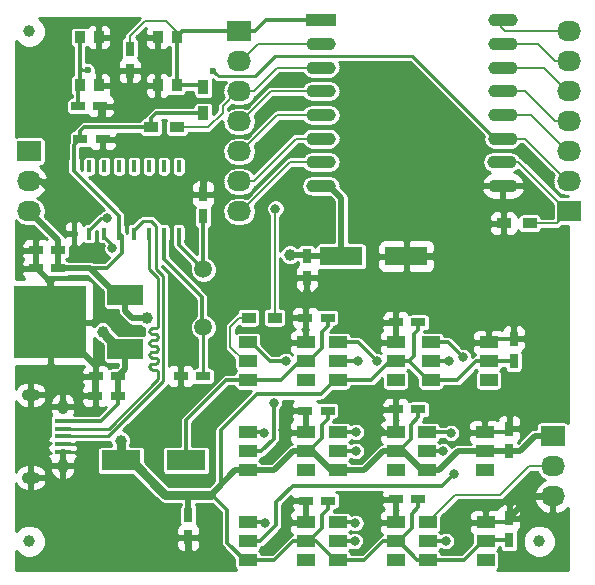
<source format=gbr>
G04 #@! TF.FileFunction,Copper,L1,Top,Signal*
%FSLAX46Y46*%
G04 Gerber Fmt 4.6, Leading zero omitted, Abs format (unit mm)*
G04 Created by KiCad (PCBNEW 4.0.2-4+6225~38~ubuntu15.10.1-stable) date Mit 23 Mär 2016 00:56:00 CET*
%MOMM*%
G01*
G04 APERTURE LIST*
%ADD10C,0.100000*%
%ADD11R,2.500000X1.100000*%
%ADD12O,2.500000X1.100000*%
%ADD13R,3.048000X1.651000*%
%ADD14R,6.096000X6.096000*%
%ADD15R,1.500000X1.000000*%
%ADD16R,0.400000X1.000000*%
%ADD17R,1.350000X0.400000*%
%ADD18O,0.950000X1.250000*%
%ADD19O,1.550000X1.000000*%
%ADD20C,1.000000*%
%ADD21R,1.200000X0.750000*%
%ADD22R,3.599180X1.600200*%
%ADD23R,3.299460X1.699260*%
%ADD24R,2.032000X1.727200*%
%ADD25O,2.032000X1.727200*%
%ADD26R,0.900000X1.000000*%
%ADD27C,1.501140*%
%ADD28R,0.750000X1.200000*%
%ADD29R,1.200000X0.900000*%
%ADD30R,0.900000X1.200000*%
%ADD31C,0.600000*%
%ADD32C,0.800000*%
%ADD33C,0.500000*%
%ADD34C,0.800000*%
%ADD35C,0.300000*%
%ADD36C,0.200000*%
%ADD37C,0.250000*%
%ADD38C,0.254000*%
G04 APERTURE END LIST*
D10*
D11*
X245680000Y-57500000D03*
D12*
X245680000Y-59500000D03*
X245680000Y-61500000D03*
X245680000Y-63500000D03*
X245680000Y-65500000D03*
X245680000Y-67500000D03*
X245680000Y-69500000D03*
X245680000Y-71500000D03*
X261080000Y-71500000D03*
X260980000Y-69500000D03*
X261080000Y-67500000D03*
X261080000Y-65500000D03*
X261080000Y-63500000D03*
X261080000Y-61500000D03*
X261080000Y-59500000D03*
X261080000Y-57500000D03*
D13*
X229108000Y-85344000D03*
D14*
X222758000Y-83058000D03*
D13*
X229108000Y-80772000D03*
D15*
X254635000Y-92380000D03*
X254635000Y-93980000D03*
X254635000Y-95580000D03*
X259535000Y-95580000D03*
X259535000Y-93980000D03*
X259535000Y-92380000D03*
D16*
X224790000Y-75550000D03*
X226055000Y-75550000D03*
X227320000Y-75550000D03*
X228585000Y-75550000D03*
X229850000Y-75550000D03*
X231115000Y-75550000D03*
X232380000Y-75550000D03*
X233645000Y-75550000D03*
X224790000Y-69850000D03*
X226055000Y-69850000D03*
X227320000Y-69850000D03*
X228585000Y-69850000D03*
X229850000Y-69850000D03*
X231115000Y-69850000D03*
X232380000Y-69850000D03*
X233645000Y-69850000D03*
D17*
X223812540Y-91409100D03*
X223812540Y-92059100D03*
X223812540Y-92709100D03*
X223812540Y-93359100D03*
X223812540Y-94009100D03*
D18*
X223812540Y-90209100D03*
X223812540Y-95209100D03*
D19*
X221112540Y-89209100D03*
X221112540Y-96209100D03*
D20*
X220980000Y-101600000D03*
X264160000Y-101600000D03*
D21*
X233812000Y-87630000D03*
X235712000Y-87630000D03*
D15*
X239485000Y-84760000D03*
X239485000Y-86360000D03*
X239485000Y-87960000D03*
X244385000Y-87960000D03*
X244385000Y-86360000D03*
X244385000Y-84760000D03*
D22*
X247396000Y-77470000D03*
X252897640Y-77470000D03*
D23*
X234271820Y-94742000D03*
X228770180Y-94742000D03*
D24*
X238760000Y-58420000D03*
D25*
X238760000Y-60960000D03*
X238760000Y-63500000D03*
X238760000Y-66040000D03*
X238760000Y-68580000D03*
X238760000Y-71120000D03*
X238760000Y-73660000D03*
D24*
X266700000Y-73660000D03*
D25*
X266700000Y-71120000D03*
X266700000Y-68580000D03*
X266700000Y-66040000D03*
X266700000Y-63500000D03*
X266700000Y-60960000D03*
X266700000Y-58420000D03*
D24*
X220980000Y-68580000D03*
D25*
X220980000Y-71120000D03*
X220980000Y-73660000D03*
D26*
X233464000Y-58910000D03*
X231864000Y-58910000D03*
X233464000Y-63010000D03*
X231864000Y-63010000D03*
X225260000Y-63010000D03*
X226860000Y-63010000D03*
X225260000Y-58910000D03*
X226860000Y-58910000D03*
D15*
X239485000Y-92380000D03*
X239485000Y-93980000D03*
X239485000Y-95580000D03*
X244385000Y-95580000D03*
X244385000Y-93980000D03*
X244385000Y-92380000D03*
X239485000Y-100000000D03*
X239485000Y-101600000D03*
X239485000Y-103200000D03*
X244385000Y-103200000D03*
X244385000Y-101600000D03*
X244385000Y-100000000D03*
X247105000Y-84760000D03*
X247105000Y-86360000D03*
X247105000Y-87960000D03*
X252005000Y-87960000D03*
X252005000Y-86360000D03*
X252005000Y-84760000D03*
X247105000Y-92380000D03*
X247105000Y-93980000D03*
X247105000Y-95580000D03*
X252005000Y-95580000D03*
X252005000Y-93980000D03*
X252005000Y-92380000D03*
X247105000Y-100000000D03*
X247105000Y-101600000D03*
X247105000Y-103200000D03*
X252005000Y-103200000D03*
X252005000Y-101600000D03*
X252005000Y-100000000D03*
X254979000Y-84760000D03*
X254979000Y-86360000D03*
X254979000Y-87960000D03*
X259879000Y-87960000D03*
X259879000Y-86360000D03*
X259879000Y-84760000D03*
X254725000Y-100000000D03*
X254725000Y-101600000D03*
X254725000Y-103200000D03*
X259625000Y-103200000D03*
X259625000Y-101600000D03*
X259625000Y-100000000D03*
D27*
X235712000Y-83466940D03*
X235712000Y-78585060D03*
D21*
X228534000Y-87630000D03*
X226634000Y-87630000D03*
X228473000Y-89281000D03*
X226573000Y-89281000D03*
X223454000Y-78486000D03*
X221554000Y-78486000D03*
X223454000Y-76962000D03*
X221554000Y-76962000D03*
X246248000Y-82677000D03*
X244348000Y-82677000D03*
D28*
X235712000Y-72202000D03*
X235712000Y-74102000D03*
D21*
X253934000Y-90424000D03*
X252034000Y-90424000D03*
D28*
X234442000Y-99380000D03*
X234442000Y-101280000D03*
X261620000Y-93980000D03*
X261620000Y-92080000D03*
D21*
X246314000Y-98171000D03*
X244414000Y-98171000D03*
X246253000Y-90551000D03*
X244353000Y-90551000D03*
X253934000Y-83058000D03*
X252034000Y-83058000D03*
D28*
X262001000Y-86360000D03*
X262001000Y-84460000D03*
X261620000Y-101534000D03*
X261620000Y-99634000D03*
D21*
X253934000Y-98044000D03*
X252034000Y-98044000D03*
X225110000Y-64770000D03*
X227010000Y-64770000D03*
X225298000Y-67564000D03*
X227198000Y-67564000D03*
D28*
X244475000Y-77409000D03*
X244475000Y-79309000D03*
D29*
X231310000Y-66548000D03*
X233510000Y-66548000D03*
X239565000Y-82677000D03*
X241765000Y-82677000D03*
D30*
X235712000Y-65362000D03*
X235712000Y-63162000D03*
D29*
X263355000Y-74676000D03*
X261155000Y-74676000D03*
D20*
X220980000Y-58420000D03*
D28*
X229489000Y-59883000D03*
X229489000Y-61783000D03*
D24*
X265303000Y-92710000D03*
D25*
X265303000Y-95250000D03*
X265303000Y-97790000D03*
D20*
X227189201Y-83862617D03*
X228727000Y-93091000D03*
D31*
X250190000Y-67691000D03*
X225552000Y-93980000D03*
X225552000Y-93345000D03*
X225171000Y-84455000D03*
X224155000Y-84455000D03*
X223139000Y-84455000D03*
X222123000Y-84455000D03*
X221107000Y-84455000D03*
X220091000Y-84455000D03*
X224663000Y-85471000D03*
X223647000Y-85471000D03*
X222631000Y-85471000D03*
X221615000Y-85471000D03*
X220599000Y-85471000D03*
X225171000Y-82423000D03*
X224155000Y-82423000D03*
X223139000Y-82423000D03*
X222123000Y-82423000D03*
X221107000Y-82423000D03*
X220091000Y-82423000D03*
X224663000Y-83439000D03*
X223647000Y-83439000D03*
X222631000Y-83439000D03*
X221615000Y-83439000D03*
X220599000Y-83439000D03*
X224663000Y-81407000D03*
X223647000Y-81407000D03*
X222631000Y-81407000D03*
X221615000Y-81407000D03*
X220599000Y-81407000D03*
X225171000Y-80391000D03*
X224155000Y-80391000D03*
X223139000Y-80391000D03*
X222123000Y-80391000D03*
X220091000Y-80391000D03*
X221107000Y-80391000D03*
X235712000Y-70993000D03*
X227203000Y-65786000D03*
X227203000Y-68580000D03*
D20*
X224790000Y-73914000D03*
D31*
X234442000Y-102489000D03*
D20*
X233807000Y-88900000D03*
X242912020Y-99936473D03*
X250444000Y-99949000D03*
X258064000Y-99949000D03*
X257937000Y-92329000D03*
X242570000Y-92202000D03*
X250317000Y-91567000D03*
X258318000Y-84709000D03*
X250444000Y-84709000D03*
X242697000Y-84709000D03*
X244475000Y-80772000D03*
X255524000Y-77470000D03*
X221488000Y-75692000D03*
X230947020Y-82707133D03*
X243078000Y-77343000D03*
D31*
X236525657Y-61747361D03*
X225933000Y-61722000D03*
D32*
X227594358Y-74247403D03*
X228023214Y-76805257D03*
X241821432Y-73438428D03*
X248793000Y-86360000D03*
X242697000Y-86360000D03*
X240825169Y-92392804D03*
X248658251Y-93972314D03*
X241681000Y-89916000D03*
X257683000Y-85979000D03*
X240986343Y-100080829D03*
X248539000Y-101600000D03*
X256925679Y-95893309D03*
X256696568Y-92415254D03*
X256540000Y-86360000D03*
X250444000Y-86360000D03*
X256023927Y-93972312D03*
X248666000Y-92329000D03*
X256265689Y-101579752D03*
X248593781Y-100032475D03*
D33*
X247105000Y-95580000D02*
X246537475Y-95580000D01*
X246537475Y-95580000D02*
X244937475Y-93980000D01*
X244937475Y-93980000D02*
X244635000Y-93980000D01*
X254203000Y-95580000D02*
X252603000Y-93980000D01*
X252603000Y-93980000D02*
X252005000Y-93980000D01*
X254635000Y-95580000D02*
X254203000Y-95580000D01*
X262509000Y-93980000D02*
X263779000Y-92710000D01*
X263779000Y-92710000D02*
X265303000Y-92710000D01*
X261620000Y-93980000D02*
X262509000Y-93980000D01*
D34*
X232491280Y-97663000D02*
X234315000Y-97663000D01*
X234315000Y-97663000D02*
X236347000Y-97663000D01*
D33*
X234442000Y-99380000D02*
X234442000Y-97790000D01*
X234442000Y-97790000D02*
X234315000Y-97663000D01*
D34*
X228670584Y-85344000D02*
X227689200Y-84362616D01*
X229108000Y-85344000D02*
X228670584Y-85344000D01*
X227689200Y-84362616D02*
X227189201Y-83862617D01*
X228770180Y-94742000D02*
X228770180Y-93134180D01*
X228770180Y-93134180D02*
X228727000Y-93091000D01*
D35*
X244635000Y-93980000D02*
X244385000Y-93980000D01*
X223812540Y-91409100D02*
X227019900Y-91409100D01*
X227019900Y-91409100D02*
X228473000Y-89956000D01*
X228473000Y-89956000D02*
X228473000Y-89281000D01*
D33*
X228473000Y-89281000D02*
X228473000Y-87691000D01*
X228473000Y-87691000D02*
X228534000Y-87630000D01*
X229108000Y-85344000D02*
X229108000Y-87056000D01*
X229108000Y-87056000D02*
X228534000Y-87630000D01*
D35*
X236347000Y-97663000D02*
X236474000Y-97663000D01*
X236474000Y-97663000D02*
X237740049Y-98929049D01*
X239235000Y-103200000D02*
X239485000Y-103200000D01*
X237740049Y-98929049D02*
X237740049Y-101705049D01*
X237740049Y-101705049D02*
X239235000Y-103200000D01*
X244385000Y-101600000D02*
X243335000Y-101600000D01*
X243335000Y-101600000D02*
X241735000Y-103200000D01*
X241735000Y-103200000D02*
X240535000Y-103200000D01*
X240535000Y-103200000D02*
X239485000Y-103200000D01*
X244385000Y-101600000D02*
X245255000Y-101600000D01*
X245255000Y-101600000D02*
X246855000Y-103200000D01*
X246855000Y-103200000D02*
X247105000Y-103200000D01*
X252005000Y-101600000D02*
X250955000Y-101600000D01*
X250955000Y-101600000D02*
X249355000Y-103200000D01*
X249355000Y-103200000D02*
X248155000Y-103200000D01*
X248155000Y-103200000D02*
X247105000Y-103200000D01*
X254725000Y-103200000D02*
X253855000Y-103200000D01*
X253855000Y-103200000D02*
X252255000Y-101600000D01*
X252255000Y-101600000D02*
X252005000Y-101600000D01*
X261620000Y-101534000D02*
X259691000Y-101534000D01*
X259691000Y-101534000D02*
X259625000Y-101600000D01*
X259625000Y-101600000D02*
X259375000Y-101600000D01*
X259375000Y-101600000D02*
X257775000Y-103200000D01*
X257775000Y-103200000D02*
X255775000Y-103200000D01*
X255775000Y-103200000D02*
X254725000Y-103200000D01*
X253365000Y-99288000D02*
X253365000Y-100490000D01*
X253365000Y-100490000D02*
X252255000Y-101600000D01*
X253934000Y-98044000D02*
X253934000Y-98719000D01*
X253934000Y-98719000D02*
X253365000Y-99288000D01*
X245745000Y-99415000D02*
X245745000Y-100490000D01*
X245745000Y-100490000D02*
X244635000Y-101600000D01*
X244635000Y-101600000D02*
X244385000Y-101600000D01*
X246314000Y-98171000D02*
X246314000Y-98846000D01*
X246314000Y-98846000D02*
X245745000Y-99415000D01*
D33*
X236347000Y-97663000D02*
X237180986Y-96829014D01*
D35*
X237180986Y-96829014D02*
X237180986Y-92214218D01*
X237180986Y-92214218D02*
X240241204Y-89154000D01*
X240241204Y-89154000D02*
X245661000Y-89154000D01*
X245661000Y-89154000D02*
X246855000Y-87960000D01*
X246855000Y-87960000D02*
X247105000Y-87960000D01*
D33*
X239485000Y-95580000D02*
X238430000Y-95580000D01*
X238430000Y-95580000D02*
X236347000Y-97663000D01*
D34*
X228770180Y-94742000D02*
X229570280Y-94742000D01*
X229570280Y-94742000D02*
X232491280Y-97663000D01*
D35*
X252255000Y-93980000D02*
X252005000Y-93980000D01*
X246253000Y-90551000D02*
X246253000Y-91226000D01*
X245741440Y-91737560D02*
X245741440Y-92873560D01*
X245741440Y-92873560D02*
X244635000Y-93980000D01*
X246253000Y-91226000D02*
X245741440Y-91737560D01*
X253934000Y-90424000D02*
X253934000Y-91099000D01*
X253934000Y-91099000D02*
X253318281Y-91714719D01*
X253318281Y-91714719D02*
X253318281Y-92916719D01*
X253318281Y-92916719D02*
X252255000Y-93980000D01*
D33*
X244385000Y-93980000D02*
X243335000Y-93980000D01*
X243335000Y-93980000D02*
X241735000Y-95580000D01*
X241735000Y-95580000D02*
X240535000Y-95580000D01*
X240535000Y-95580000D02*
X239485000Y-95580000D01*
X252005000Y-93980000D02*
X250955000Y-93980000D01*
X250955000Y-93980000D02*
X249355000Y-95580000D01*
X249355000Y-95580000D02*
X248155000Y-95580000D01*
X248155000Y-95580000D02*
X247105000Y-95580000D01*
X254635000Y-95580000D02*
X255685000Y-95580000D01*
X255685000Y-95580000D02*
X257285000Y-93980000D01*
X257285000Y-93980000D02*
X258485000Y-93980000D01*
X258485000Y-93980000D02*
X259535000Y-93980000D01*
X261620000Y-93980000D02*
X259535000Y-93980000D01*
D35*
X253934000Y-83058000D02*
X253934000Y-83733000D01*
X253934000Y-83733000D02*
X253582183Y-84084817D01*
X253582183Y-84084817D02*
X253582183Y-85906817D01*
X253582183Y-85906817D02*
X253129000Y-86360000D01*
X252005000Y-86360000D02*
X251544111Y-86360000D01*
X251544111Y-86360000D02*
X249944111Y-87960000D01*
X249944111Y-87960000D02*
X248155000Y-87960000D01*
X248155000Y-87960000D02*
X247105000Y-87960000D01*
X252005000Y-86360000D02*
X253129000Y-86360000D01*
X253129000Y-86360000D02*
X254729000Y-87960000D01*
X254729000Y-87960000D02*
X254979000Y-87960000D01*
X259879000Y-86360000D02*
X258829000Y-86360000D01*
X258829000Y-86360000D02*
X257229000Y-87960000D01*
X256029000Y-87960000D02*
X254979000Y-87960000D01*
X257229000Y-87960000D02*
X256029000Y-87960000D01*
X252255000Y-86360000D02*
X252005000Y-86360000D01*
X262001000Y-86360000D02*
X259879000Y-86360000D01*
X254979000Y-87960000D02*
X255229000Y-87960000D01*
D33*
X220980000Y-68580000D02*
X221132400Y-68580000D01*
X265303000Y-97790000D02*
X263464000Y-97790000D01*
X263464000Y-97790000D02*
X261620000Y-99634000D01*
D35*
X227610000Y-63010000D02*
X229489000Y-63010000D01*
D36*
X229489000Y-61783000D02*
X229489000Y-63010000D01*
D35*
X229489000Y-63010000D02*
X231864000Y-63010000D01*
D33*
X260380000Y-71500000D02*
X253999000Y-71500000D01*
X253999000Y-71500000D02*
X250190000Y-67691000D01*
X220980000Y-71120000D02*
X221996000Y-71120000D01*
X221996000Y-71120000D02*
X224790000Y-73914000D01*
D37*
X223812540Y-94009100D02*
X225522900Y-94009100D01*
X225522900Y-94009100D02*
X225552000Y-93980000D01*
X223812540Y-93359100D02*
X225537900Y-93359100D01*
X225537900Y-93359100D02*
X225552000Y-93345000D01*
D33*
X226634000Y-86755000D02*
X225985000Y-86106000D01*
X225985000Y-86106000D02*
X222937000Y-83058000D01*
X224663000Y-85471000D02*
X225350000Y-85471000D01*
X225350000Y-85471000D02*
X225985000Y-86106000D01*
X221615000Y-85471000D02*
X220599000Y-85471000D01*
X222631000Y-85471000D02*
X221615000Y-85471000D01*
X223647000Y-85471000D02*
X222631000Y-85471000D01*
X224663000Y-85471000D02*
X223647000Y-85471000D01*
X225171000Y-84455000D02*
X225171000Y-84963000D01*
X225171000Y-84963000D02*
X224663000Y-85471000D01*
X224155000Y-84455000D02*
X225171000Y-84455000D01*
X224155000Y-84455000D02*
X223139000Y-84455000D01*
X222123000Y-84455000D02*
X223139000Y-84455000D01*
X221107000Y-84455000D02*
X222123000Y-84455000D01*
X220091000Y-84455000D02*
X221107000Y-84455000D01*
X220599000Y-83439000D02*
X220599000Y-83947000D01*
X220599000Y-83947000D02*
X220091000Y-84455000D01*
X220599000Y-83439000D02*
X221615000Y-83439000D01*
X221615000Y-83439000D02*
X222377000Y-83439000D01*
X222377000Y-83439000D02*
X222758000Y-83058000D01*
X222631000Y-83439000D02*
X221615000Y-83439000D01*
X223647000Y-83439000D02*
X222631000Y-83439000D01*
X224663000Y-83439000D02*
X223647000Y-83439000D01*
X225171000Y-82423000D02*
X225171000Y-82931000D01*
X225171000Y-82931000D02*
X224663000Y-83439000D01*
X224155000Y-82423000D02*
X225171000Y-82423000D01*
X223139000Y-82423000D02*
X224155000Y-82423000D01*
X222123000Y-82423000D02*
X223139000Y-82423000D01*
X222123000Y-82423000D02*
X221107000Y-82423000D01*
X222123000Y-82423000D02*
X222758000Y-83058000D01*
X220091000Y-82423000D02*
X221107000Y-82423000D01*
X220599000Y-81407000D02*
X220599000Y-81915000D01*
X220599000Y-81915000D02*
X220091000Y-82423000D01*
X220599000Y-81407000D02*
X221615000Y-81407000D01*
X222631000Y-81407000D02*
X221615000Y-81407000D01*
X223647000Y-81407000D02*
X222631000Y-81407000D01*
X224663000Y-81407000D02*
X223647000Y-81407000D01*
X225171000Y-80391000D02*
X225171000Y-80899000D01*
X225171000Y-80899000D02*
X224663000Y-81407000D01*
X224155000Y-80391000D02*
X225171000Y-80391000D01*
X223139000Y-80391000D02*
X224155000Y-80391000D01*
X222123000Y-80391000D02*
X223139000Y-80391000D01*
X221107000Y-80391000D02*
X222123000Y-80391000D01*
X220091000Y-80391000D02*
X221107000Y-80391000D01*
X226634000Y-87630000D02*
X226634000Y-86755000D01*
X222758000Y-80645000D02*
X222758000Y-79618656D01*
X222758000Y-83058000D02*
X222758000Y-79618656D01*
X222758000Y-79618656D02*
X221625344Y-78486000D01*
X221625344Y-78486000D02*
X221554000Y-78486000D01*
D35*
X226860000Y-58910000D02*
X226860000Y-63010000D01*
X231864000Y-63010000D02*
X231864000Y-58910000D01*
X226860000Y-63010000D02*
X227610000Y-63010000D01*
X227010000Y-63160000D02*
X226860000Y-63010000D01*
D33*
X235712000Y-72202000D02*
X235712000Y-70993000D01*
X227203000Y-65786000D02*
X227203000Y-64963000D01*
X227203000Y-64963000D02*
X227010000Y-64770000D01*
X227198000Y-67564000D02*
X227198000Y-68575000D01*
X227198000Y-68575000D02*
X227203000Y-68580000D01*
D35*
X224790000Y-75550000D02*
X224790000Y-73914000D01*
D33*
X234442000Y-101280000D02*
X234442000Y-102489000D01*
D37*
X233812000Y-87630000D02*
X233812000Y-88895000D01*
X233812000Y-88895000D02*
X233807000Y-88900000D01*
D33*
X226573000Y-89281000D02*
X226573000Y-87691000D01*
X226573000Y-87691000D02*
X226634000Y-87630000D01*
D35*
X259625000Y-100000000D02*
X261254000Y-100000000D01*
X261254000Y-100000000D02*
X261620000Y-99634000D01*
X244414000Y-98171000D02*
X244414000Y-99971000D01*
X244414000Y-99971000D02*
X244385000Y-100000000D01*
X252034000Y-98044000D02*
X252034000Y-99971000D01*
X252034000Y-99971000D02*
X252005000Y-100000000D01*
X244385000Y-100000000D02*
X242975547Y-100000000D01*
X242975547Y-100000000D02*
X242912020Y-99936473D01*
X252005000Y-100000000D02*
X250495000Y-100000000D01*
X250495000Y-100000000D02*
X250444000Y-99949000D01*
X259625000Y-100000000D02*
X258115000Y-100000000D01*
X258115000Y-100000000D02*
X258064000Y-99949000D01*
X259535000Y-92380000D02*
X257988000Y-92380000D01*
X257988000Y-92380000D02*
X257937000Y-92329000D01*
X244385000Y-92380000D02*
X242748000Y-92380000D01*
X242748000Y-92380000D02*
X242570000Y-92202000D01*
X252005000Y-92380000D02*
X251130000Y-92380000D01*
X251130000Y-92380000D02*
X250317000Y-91567000D01*
X244353000Y-90551000D02*
X244353000Y-92348000D01*
X244353000Y-92348000D02*
X244385000Y-92380000D01*
X252005000Y-92380000D02*
X252005000Y-90453000D01*
X252005000Y-90453000D02*
X252034000Y-90424000D01*
X259535000Y-92380000D02*
X261320000Y-92380000D01*
X261320000Y-92380000D02*
X261620000Y-92080000D01*
X259879000Y-84760000D02*
X258369000Y-84760000D01*
X258369000Y-84760000D02*
X258318000Y-84709000D01*
X262001000Y-84460000D02*
X260179000Y-84460000D01*
X260179000Y-84460000D02*
X259879000Y-84760000D01*
X252005000Y-84760000D02*
X250495000Y-84760000D01*
X250495000Y-84760000D02*
X250444000Y-84709000D01*
X252005000Y-84760000D02*
X252005000Y-83087000D01*
X252005000Y-83087000D02*
X252034000Y-83058000D01*
X244385000Y-84760000D02*
X242748000Y-84760000D01*
X242748000Y-84760000D02*
X242697000Y-84709000D01*
X244475000Y-79309000D02*
X244475000Y-80772000D01*
D36*
X260380000Y-71500000D02*
X261155000Y-72275000D01*
X261155000Y-72275000D02*
X261155000Y-74676000D01*
D35*
X244385000Y-84760000D02*
X244385000Y-82714000D01*
X244385000Y-82714000D02*
X244348000Y-82677000D01*
D33*
X252897640Y-77470000D02*
X255524000Y-77470000D01*
D35*
X221554000Y-76962000D02*
X221554000Y-75758000D01*
X221554000Y-75758000D02*
X221488000Y-75692000D01*
D33*
X221554000Y-76962000D02*
X221554000Y-78486000D01*
D35*
X228824397Y-75789397D02*
X228824397Y-77216000D01*
X226123500Y-78486000D02*
X227554397Y-78486000D01*
X227554397Y-78486000D02*
X228824397Y-77216000D01*
X228585000Y-75550000D02*
X228824397Y-75789397D01*
X228824397Y-80488397D02*
X229108000Y-80772000D01*
D33*
X230239914Y-82707133D02*
X230947020Y-82707133D01*
X229108000Y-82097500D02*
X229717633Y-82707133D01*
X229717633Y-82707133D02*
X230239914Y-82707133D01*
X229108000Y-80772000D02*
X229108000Y-82097500D01*
D35*
X228585000Y-75550000D02*
X228585000Y-74028678D01*
X228585000Y-74028678D02*
X224790000Y-70233678D01*
X224790000Y-70233678D02*
X224790000Y-69850000D01*
X231310000Y-66548000D02*
X231310000Y-65798000D01*
X231310000Y-65798000D02*
X231746000Y-65362000D01*
X231746000Y-65362000D02*
X235712000Y-65362000D01*
X231310000Y-66548000D02*
X225639000Y-66548000D01*
X225639000Y-66548000D02*
X225298000Y-66889000D01*
X225298000Y-66889000D02*
X225298000Y-67564000D01*
D33*
X223454000Y-76962000D02*
X223454000Y-76134000D01*
X223454000Y-76134000D02*
X220980000Y-73660000D01*
X247396000Y-77470000D02*
X244536000Y-77470000D01*
X244536000Y-77470000D02*
X244475000Y-77409000D01*
X243078000Y-77343000D02*
X244409000Y-77343000D01*
X244409000Y-77343000D02*
X244475000Y-77409000D01*
X246380000Y-71500000D02*
X247396000Y-72516000D01*
X247396000Y-72516000D02*
X247396000Y-77470000D01*
D35*
X224790000Y-69850000D02*
X224790000Y-68072000D01*
X224790000Y-68072000D02*
X225298000Y-67564000D01*
D33*
X229108000Y-80772000D02*
X228409500Y-80772000D01*
X228409500Y-80772000D02*
X226123500Y-78486000D01*
X226123500Y-78486000D02*
X224554000Y-78486000D01*
X224554000Y-78486000D02*
X223454000Y-78486000D01*
X223454000Y-78486000D02*
X223454000Y-76962000D01*
D36*
X237363000Y-65301002D02*
X237363000Y-64744600D01*
X237363000Y-64744600D02*
X238607600Y-63500000D01*
X238607600Y-63500000D02*
X238760000Y-63500000D01*
X233510000Y-66548000D02*
X236116002Y-66548000D01*
X236116002Y-66548000D02*
X237363000Y-65301002D01*
X238760000Y-63500000D02*
X239976000Y-63500000D01*
X241976000Y-61500000D02*
X246380000Y-61500000D01*
X239976000Y-63500000D02*
X241976000Y-61500000D01*
D37*
X260380000Y-67500000D02*
X253397407Y-60517407D01*
X253397407Y-60517407D02*
X241809152Y-60517407D01*
X241809152Y-60517407D02*
X240094325Y-62232234D01*
X240094325Y-62232234D02*
X237010530Y-62232234D01*
X237010530Y-62232234D02*
X236825656Y-62047360D01*
X236825656Y-62047360D02*
X236525657Y-61747361D01*
D35*
X225260000Y-62210000D02*
X225260000Y-61595000D01*
X225260000Y-61595000D02*
X225260000Y-58910000D01*
D37*
X225933000Y-61722000D02*
X225508736Y-61722000D01*
X225508736Y-61722000D02*
X225381736Y-61595000D01*
X225381736Y-61595000D02*
X225260000Y-61595000D01*
D35*
X225110000Y-64770000D02*
X225110000Y-63160000D01*
X225110000Y-63160000D02*
X225260000Y-63010000D01*
X225260000Y-63010000D02*
X225260000Y-62210000D01*
D36*
X260380000Y-67500000D02*
X262927600Y-67500000D01*
X266547600Y-71120000D02*
X266700000Y-71120000D01*
X262927600Y-67500000D02*
X266547600Y-71120000D01*
D35*
X244385000Y-86360000D02*
X243886793Y-86360000D01*
X243886793Y-86360000D02*
X242286793Y-87960000D01*
X242286793Y-87960000D02*
X240535000Y-87960000D01*
X240535000Y-87960000D02*
X239485000Y-87960000D01*
X245745000Y-83855000D02*
X245745000Y-85250000D01*
X245745000Y-85250000D02*
X244635000Y-86360000D01*
X244635000Y-86360000D02*
X244385000Y-86360000D01*
X246248000Y-82677000D02*
X246248000Y-83352000D01*
X246248000Y-83352000D02*
X245745000Y-83855000D01*
X234271820Y-91356180D02*
X237668000Y-87960000D01*
X237668000Y-87960000D02*
X239485000Y-87960000D01*
X234271820Y-94742000D02*
X234271820Y-91356180D01*
D37*
X235712000Y-87630000D02*
X235712000Y-83466940D01*
D35*
X235712000Y-83466940D02*
X235607341Y-83362281D01*
X235607341Y-83362281D02*
X235607341Y-80922688D01*
X235607341Y-80922688D02*
X232380000Y-77695347D01*
X232380000Y-77695347D02*
X232380000Y-75550000D01*
X235712000Y-74102000D02*
X235712000Y-74327000D01*
X235712000Y-74327000D02*
X235712000Y-78585060D01*
X233645000Y-75550000D02*
X233645000Y-76518060D01*
X233645000Y-76518060D02*
X235712000Y-78585060D01*
D36*
X230759000Y-57531000D02*
X229489000Y-58801000D01*
X229489000Y-58801000D02*
X229489000Y-59883000D01*
X232537000Y-57531000D02*
X230759000Y-57531000D01*
X233464000Y-58458000D02*
X232537000Y-57531000D01*
X233464000Y-58910000D02*
X233464000Y-58458000D01*
D35*
X238760000Y-58420000D02*
X240076000Y-58420000D01*
X240076000Y-58420000D02*
X240996000Y-57500000D01*
X240996000Y-57500000D02*
X246380000Y-57500000D01*
X238760000Y-58420000D02*
X233954000Y-58420000D01*
X233954000Y-58420000D02*
X233464000Y-58910000D01*
X233464000Y-63010000D02*
X235560000Y-63010000D01*
X235560000Y-63010000D02*
X235712000Y-63162000D01*
X233464000Y-58910000D02*
X233464000Y-63010000D01*
D36*
X260380000Y-57500000D02*
X261300000Y-58420000D01*
X261300000Y-58420000D02*
X266700000Y-58420000D01*
D37*
X226055000Y-75550000D02*
X226055000Y-75250000D01*
X227057597Y-74247403D02*
X227594358Y-74247403D01*
X226055000Y-75250000D02*
X227057597Y-74247403D01*
D36*
X266700000Y-60960000D02*
X265484000Y-60960000D01*
X265484000Y-60960000D02*
X264024000Y-59500000D01*
X264024000Y-59500000D02*
X260380000Y-59500000D01*
D37*
X228023214Y-76553214D02*
X228023214Y-76805257D01*
X227320000Y-75850000D02*
X228023214Y-76553214D01*
X227320000Y-75550000D02*
X227320000Y-75850000D01*
X231115000Y-75550000D02*
X231115000Y-78540190D01*
X231833328Y-86467872D02*
X231793743Y-86507457D01*
X231833328Y-83467872D02*
X231793743Y-83507457D01*
X231115000Y-78540190D02*
X231887871Y-79313061D01*
X231833328Y-85156127D02*
X231863113Y-85203529D01*
X231164798Y-83867630D02*
X231183287Y-83920470D01*
X231887871Y-79313061D02*
X231887871Y-83312000D01*
X231408530Y-86562000D02*
X231352899Y-86568268D01*
X231881602Y-83367630D02*
X231863113Y-83420470D01*
X231213072Y-83967872D02*
X231252657Y-84007457D01*
X231793743Y-84507457D02*
X231746341Y-84537242D01*
X231164798Y-84756369D02*
X231158530Y-84812000D01*
X231746341Y-83537242D02*
X231693501Y-83555731D01*
X231300059Y-84586757D02*
X231252657Y-84616542D01*
X231164798Y-83756369D02*
X231158530Y-83812000D01*
X231693501Y-84068268D02*
X231746341Y-84086757D01*
X231352899Y-85055731D02*
X231408530Y-85062000D01*
X231887871Y-83312000D02*
X231881602Y-83367630D01*
X231693501Y-83555731D02*
X231637871Y-83562000D01*
X231793743Y-87116542D02*
X231833328Y-87156127D01*
X231887871Y-87312000D02*
X231887871Y-87868804D01*
X231863113Y-84203529D02*
X231881602Y-84256369D01*
X231408530Y-86062000D02*
X231637871Y-86062000D01*
X231746341Y-86086757D02*
X231793743Y-86116542D01*
X231213072Y-84967872D02*
X231252657Y-85007457D01*
X231863113Y-83420470D02*
X231833328Y-83467872D01*
X231881602Y-86367630D02*
X231863113Y-86420470D01*
X231408530Y-84562000D02*
X231352899Y-84568268D01*
X231833328Y-84156127D02*
X231863113Y-84203529D01*
X231887871Y-85312000D02*
X231881602Y-85367630D01*
X231881602Y-84256369D02*
X231887871Y-84312000D01*
X231793743Y-83507457D02*
X231746341Y-83537242D01*
X231252657Y-86616542D02*
X231213072Y-86656127D01*
X231637871Y-83562000D02*
X231408530Y-83562000D01*
X231352899Y-86055731D02*
X231408530Y-86062000D01*
X231213072Y-83656127D02*
X231183287Y-83703529D01*
X231637871Y-84062000D02*
X231693501Y-84068268D01*
X231746341Y-85537242D02*
X231693501Y-85555731D01*
X231746341Y-86537242D02*
X231693501Y-86555731D01*
X231300059Y-83586757D02*
X231252657Y-83616542D01*
X231252657Y-83616542D02*
X231213072Y-83656127D01*
X231408530Y-83562000D02*
X231352899Y-83568268D01*
X231252657Y-84007457D02*
X231300059Y-84037242D01*
X231352899Y-83568268D02*
X231300059Y-83586757D01*
X231164798Y-85867630D02*
X231183287Y-85920470D01*
X231637871Y-86562000D02*
X231408530Y-86562000D01*
X231183287Y-83703529D02*
X231164798Y-83756369D01*
X231863113Y-86203529D02*
X231881602Y-86256369D01*
X231158530Y-83812000D02*
X231164798Y-83867630D01*
X231881602Y-84367630D02*
X231863113Y-84420470D01*
X231183287Y-83920470D02*
X231213072Y-83967872D01*
X231300059Y-84037242D02*
X231352899Y-84055731D01*
X231637871Y-87062000D02*
X231693501Y-87068268D01*
X231300059Y-85037242D02*
X231352899Y-85055731D01*
X231881602Y-85367630D02*
X231863113Y-85420470D01*
X231863113Y-87203529D02*
X231881602Y-87256369D01*
X231352899Y-84055731D02*
X231408530Y-84062000D01*
X231637871Y-86062000D02*
X231693501Y-86068268D01*
X231183287Y-86920470D02*
X231213072Y-86967872D01*
X231408530Y-84062000D02*
X231637871Y-84062000D01*
X231746341Y-84086757D02*
X231793743Y-84116542D01*
X231164798Y-86756369D02*
X231158530Y-86812000D01*
X231637871Y-85062000D02*
X231693501Y-85068268D01*
X231793743Y-84116542D02*
X231833328Y-84156127D01*
X231887871Y-84312000D02*
X231881602Y-84367630D01*
X231863113Y-85203529D02*
X231881602Y-85256369D01*
X231863113Y-84420470D02*
X231833328Y-84467872D01*
X231833328Y-84467872D02*
X231793743Y-84507457D01*
X231252657Y-86007457D02*
X231300059Y-86037242D01*
X231746341Y-84537242D02*
X231693501Y-84555731D01*
X231693501Y-84555731D02*
X231637871Y-84562000D01*
X231637871Y-84562000D02*
X231408530Y-84562000D01*
X231352899Y-84568268D02*
X231300059Y-84586757D01*
X231252657Y-84616542D02*
X231213072Y-84656127D01*
X231833328Y-86156127D02*
X231863113Y-86203529D01*
X231164798Y-84867630D02*
X231183287Y-84920470D01*
X231793743Y-85116542D02*
X231833328Y-85156127D01*
X231213072Y-84656127D02*
X231183287Y-84703529D01*
X231300059Y-85586757D02*
X231252657Y-85616542D01*
X231183287Y-85703529D02*
X231164798Y-85756369D01*
X231793743Y-86116542D02*
X231833328Y-86156127D01*
X231183287Y-84703529D02*
X231164798Y-84756369D01*
X231158530Y-84812000D02*
X231164798Y-84867630D01*
X231833328Y-85467872D02*
X231793743Y-85507457D01*
X231164798Y-86867630D02*
X231183287Y-86920470D01*
X231183287Y-84920470D02*
X231213072Y-84967872D01*
X231252657Y-85616542D02*
X231213072Y-85656127D01*
X231300059Y-87037242D02*
X231352899Y-87055731D01*
X231252657Y-85007457D02*
X231300059Y-85037242D01*
X231213072Y-86656127D02*
X231183287Y-86703529D01*
X231408530Y-85062000D02*
X231637871Y-85062000D01*
X231887871Y-87868804D02*
X227697575Y-92059100D01*
X231693501Y-85068268D02*
X231746341Y-85086757D01*
X231746341Y-85086757D02*
X231793743Y-85116542D01*
X231881602Y-85256369D02*
X231887871Y-85312000D01*
X231863113Y-85420470D02*
X231833328Y-85467872D01*
X231793743Y-85507457D02*
X231746341Y-85537242D01*
X231693501Y-85555731D02*
X231637871Y-85562000D01*
X231637871Y-85562000D02*
X231408530Y-85562000D01*
X231408530Y-85562000D02*
X231352899Y-85568268D01*
X231352899Y-85568268D02*
X231300059Y-85586757D01*
X231213072Y-85656127D02*
X231183287Y-85703529D01*
X231164798Y-85756369D02*
X231158530Y-85812000D01*
X231158530Y-85812000D02*
X231164798Y-85867630D01*
X231183287Y-85920470D02*
X231213072Y-85967872D01*
X231213072Y-85967872D02*
X231252657Y-86007457D01*
X231300059Y-86037242D02*
X231352899Y-86055731D01*
X231693501Y-86068268D02*
X231746341Y-86086757D01*
X231881602Y-86256369D02*
X231887871Y-86312000D01*
X231887871Y-86312000D02*
X231881602Y-86367630D01*
X231863113Y-86420470D02*
X231833328Y-86467872D01*
X231793743Y-86507457D02*
X231746341Y-86537242D01*
X231693501Y-86555731D02*
X231637871Y-86562000D01*
X231300059Y-86586757D02*
X231252657Y-86616542D01*
X231352899Y-86568268D02*
X231300059Y-86586757D01*
X231693501Y-87068268D02*
X231746341Y-87086757D01*
X227697575Y-92059100D02*
X223812540Y-92059100D01*
X231183287Y-86703529D02*
X231164798Y-86756369D01*
X231158530Y-86812000D02*
X231164798Y-86867630D01*
X231213072Y-86967872D02*
X231252657Y-87007457D01*
X231252657Y-87007457D02*
X231300059Y-87037242D01*
X231352899Y-87055731D02*
X231408530Y-87062000D01*
X231408530Y-87062000D02*
X231637871Y-87062000D01*
X231746341Y-87086757D02*
X231793743Y-87116542D01*
X231833328Y-87156127D02*
X231863113Y-87203529D01*
X231881602Y-87256369D02*
X231887871Y-87312000D01*
X224737540Y-92709100D02*
X223812540Y-92709100D01*
X227683986Y-92709100D02*
X224737540Y-92709100D01*
X232337882Y-88055204D02*
X227683986Y-92709100D01*
X231759268Y-74909266D02*
X231759268Y-78548047D01*
X231318002Y-74468000D02*
X231759268Y-74909266D01*
X232337882Y-79126661D02*
X232337882Y-88055204D01*
X230632000Y-74468000D02*
X231318002Y-74468000D01*
X229850000Y-75250000D02*
X230632000Y-74468000D01*
X229850000Y-75550000D02*
X229850000Y-75250000D01*
X231759268Y-78548047D02*
X232337882Y-79126661D01*
D36*
X238760000Y-60960000D02*
X238912400Y-60960000D01*
X238912400Y-60960000D02*
X240372400Y-59500000D01*
X240372400Y-59500000D02*
X246380000Y-59500000D01*
X246380000Y-63500000D02*
X241452400Y-63500000D01*
X241452400Y-63500000D02*
X238912400Y-66040000D01*
X238912400Y-66040000D02*
X238760000Y-66040000D01*
X241765000Y-73494860D02*
X241821432Y-73438428D01*
X241765000Y-82677000D02*
X241765000Y-73494860D01*
X238760000Y-68580000D02*
X238912400Y-68580000D01*
X238912400Y-68580000D02*
X241992400Y-65500000D01*
X241992400Y-65500000D02*
X246380000Y-65500000D01*
X238760000Y-71120000D02*
X239976000Y-71120000D01*
X239976000Y-71120000D02*
X243596000Y-67500000D01*
X243596000Y-67500000D02*
X246380000Y-67500000D01*
X246380000Y-69500000D02*
X243072400Y-69500000D01*
X243072400Y-69500000D02*
X238912400Y-73660000D01*
X238912400Y-73660000D02*
X238760000Y-73660000D01*
X263355000Y-74676000D02*
X265684000Y-74676000D01*
X265684000Y-74676000D02*
X266700000Y-73660000D01*
X260380000Y-69500000D02*
X262387600Y-69500000D01*
X262387600Y-69500000D02*
X266547600Y-73660000D01*
X266547600Y-73660000D02*
X266700000Y-73660000D01*
X260380000Y-65500000D02*
X263467600Y-65500000D01*
X263467600Y-65500000D02*
X266547600Y-68580000D01*
X266547600Y-68580000D02*
X266700000Y-68580000D01*
X266700000Y-66040000D02*
X265484000Y-66040000D01*
X265484000Y-66040000D02*
X262944000Y-63500000D01*
X262944000Y-63500000D02*
X260380000Y-63500000D01*
X260380000Y-61500000D02*
X264547600Y-61500000D01*
X264547600Y-61500000D02*
X266547600Y-63500000D01*
X266547600Y-63500000D02*
X266700000Y-63500000D01*
X239565000Y-82677000D02*
X238765000Y-82677000D01*
X238765000Y-82677000D02*
X238000447Y-83441553D01*
X238000447Y-83441553D02*
X238000447Y-85125447D01*
X238000447Y-85125447D02*
X239235000Y-86360000D01*
X239235000Y-86360000D02*
X239485000Y-86360000D01*
D35*
X248793000Y-86360000D02*
X247105000Y-86360000D01*
X239735000Y-84760000D02*
X241335000Y-86360000D01*
X241335000Y-86360000D02*
X242697000Y-86360000D01*
D36*
X239485000Y-84760000D02*
X239735000Y-84760000D01*
X246432258Y-86360000D02*
X247105000Y-86360000D01*
D35*
X240812365Y-92380000D02*
X240825169Y-92392804D01*
X239485000Y-92380000D02*
X240812365Y-92380000D01*
X248650565Y-93980000D02*
X248658251Y-93972314D01*
X247105000Y-93980000D02*
X248650565Y-93980000D01*
X239485000Y-93980000D02*
X240626255Y-93980000D01*
X240626255Y-93980000D02*
X241681000Y-92925255D01*
X241681000Y-92925255D02*
X241681000Y-89916000D01*
X254979000Y-84760000D02*
X256464000Y-84760000D01*
X256464000Y-84760000D02*
X257683000Y-85979000D01*
X240905514Y-100000000D02*
X240986343Y-100080829D01*
X239485000Y-100000000D02*
X240905514Y-100000000D01*
X247105000Y-101600000D02*
X248539000Y-101600000D01*
X256525680Y-96293308D02*
X256925679Y-95893309D01*
X255930042Y-96888946D02*
X256525680Y-96293308D01*
X243278327Y-96888946D02*
X255930042Y-96888946D01*
X241872298Y-98294975D02*
X243278327Y-96888946D01*
X241872298Y-100262702D02*
X241872298Y-98294975D01*
X239485000Y-101600000D02*
X240535000Y-101600000D01*
X240535000Y-101600000D02*
X241872298Y-100262702D01*
X256661314Y-92380000D02*
X256696568Y-92415254D01*
X254635000Y-92380000D02*
X256661314Y-92380000D01*
X256540000Y-86360000D02*
X254979000Y-86360000D01*
X247105000Y-84760000D02*
X248844000Y-84760000D01*
X248844000Y-84760000D02*
X250444000Y-86360000D01*
X256016239Y-93980000D02*
X256023927Y-93972312D01*
X254635000Y-93980000D02*
X256016239Y-93980000D01*
X248666000Y-92329000D02*
X247156000Y-92329000D01*
X247156000Y-92329000D02*
X247105000Y-92380000D01*
X256245441Y-101600000D02*
X256265689Y-101579752D01*
X254725000Y-101600000D02*
X256245441Y-101600000D01*
X248561306Y-100000000D02*
X248593781Y-100032475D01*
X247105000Y-100000000D02*
X248561306Y-100000000D01*
D36*
X260858000Y-97663000D02*
X257062000Y-97663000D01*
X257062000Y-97663000D02*
X254725000Y-100000000D01*
X263271000Y-95250000D02*
X260858000Y-97663000D01*
X265303000Y-95250000D02*
X263271000Y-95250000D01*
D38*
X224340207Y-79117000D02*
X225862132Y-79117000D01*
X222592825Y-79320200D02*
X226065331Y-79320200D01*
X222620650Y-79523400D02*
X222895350Y-79523400D01*
X226217426Y-79523400D02*
X226268531Y-79523400D01*
X222631000Y-79726600D02*
X222885000Y-79726600D01*
X226375931Y-79726600D02*
X226471731Y-79726600D01*
X222631000Y-79929800D02*
X222885000Y-79929800D01*
X226441000Y-79929800D02*
X226674931Y-79929800D01*
X222631000Y-80133000D02*
X222885000Y-80133000D01*
X226441000Y-80133000D02*
X226878131Y-80133000D01*
X222631000Y-80336200D02*
X222885000Y-80336200D01*
X226441000Y-80336200D02*
X227081331Y-80336200D01*
X222631000Y-80539400D02*
X222885000Y-80539400D01*
X226441000Y-80539400D02*
X227195536Y-80539400D01*
X222631000Y-80742600D02*
X222885000Y-80742600D01*
X226441000Y-80742600D02*
X227195536Y-80742600D01*
X222631000Y-80945800D02*
X222885000Y-80945800D01*
X226441000Y-80945800D02*
X227195536Y-80945800D01*
X222631000Y-81149000D02*
X222885000Y-81149000D01*
X226441000Y-81149000D02*
X227195536Y-81149000D01*
X222631000Y-81352200D02*
X222885000Y-81352200D01*
X226441000Y-81352200D02*
X227195536Y-81352200D01*
X222631000Y-81555400D02*
X222885000Y-81555400D01*
X226441000Y-81555400D02*
X227195536Y-81555400D01*
X222631000Y-81758600D02*
X222885000Y-81758600D01*
X226441000Y-81758600D02*
X227234914Y-81758600D01*
X222631000Y-81961800D02*
X222885000Y-81961800D01*
X226441000Y-81961800D02*
X227464673Y-81961800D01*
X222631000Y-82165000D02*
X222885000Y-82165000D01*
X226441000Y-82165000D02*
X228490426Y-82165000D01*
X222631000Y-82368200D02*
X222885000Y-82368200D01*
X226441000Y-82368200D02*
X228544560Y-82368200D01*
X222631000Y-82571400D02*
X222885000Y-82571400D01*
X226441000Y-82571400D02*
X228689531Y-82571400D01*
X222631000Y-82774600D02*
X222885000Y-82774600D01*
X226438650Y-82774600D02*
X228892731Y-82774600D01*
X222611000Y-82977800D02*
X229095931Y-82977800D01*
X222611000Y-83181000D02*
X226624998Y-83181000D01*
X227753610Y-83181000D02*
X229312878Y-83181000D01*
X222631000Y-83384200D02*
X222885000Y-83384200D01*
X227944767Y-83384200D02*
X230378069Y-83384200D01*
X222631000Y-83587400D02*
X222885000Y-83587400D01*
X228028728Y-83587400D02*
X230687840Y-83587400D01*
X222631000Y-83790600D02*
X222885000Y-83790600D01*
X228221685Y-83790600D02*
X230658685Y-83790600D01*
X222631000Y-83993800D02*
X222885000Y-83993800D01*
X228424884Y-83993800D02*
X230681411Y-83993800D01*
X222631000Y-84197000D02*
X222885000Y-84197000D01*
X222631000Y-84400200D02*
X222885000Y-84400200D01*
X226441000Y-84400200D02*
X226481009Y-84400200D01*
X222631000Y-84603400D02*
X222885000Y-84603400D01*
X226441000Y-84603400D02*
X226683855Y-84603400D01*
X222631000Y-84806600D02*
X222885000Y-84806600D01*
X226441000Y-84806600D02*
X227028683Y-84806600D01*
X222631000Y-85009800D02*
X222885000Y-85009800D01*
X226441000Y-85009800D02*
X227195536Y-85009800D01*
X222631000Y-85213000D02*
X222885000Y-85213000D01*
X226441000Y-85213000D02*
X227195536Y-85213000D01*
X222631000Y-85416200D02*
X222885000Y-85416200D01*
X226441000Y-85416200D02*
X227195536Y-85416200D01*
X222631000Y-85619400D02*
X222885000Y-85619400D01*
X226441000Y-85619400D02*
X227195536Y-85619400D01*
X222631000Y-85822600D02*
X222885000Y-85822600D01*
X226441000Y-85822600D02*
X227195536Y-85822600D01*
X222631000Y-86025800D02*
X222885000Y-86025800D01*
X226441000Y-86025800D02*
X227195536Y-86025800D01*
X222631000Y-86229000D02*
X222885000Y-86229000D01*
X226441000Y-86229000D02*
X227206731Y-86229000D01*
X222631000Y-86432200D02*
X222885000Y-86432200D01*
X226358202Y-86432200D02*
X227300292Y-86432200D01*
X222577850Y-86635400D02*
X222938150Y-86635400D01*
X226363650Y-86635400D02*
X226904350Y-86635400D01*
X227397488Y-86635400D02*
X228477000Y-86635400D01*
X219837000Y-86838600D02*
X225552375Y-86838600D01*
X226507000Y-86838600D02*
X226761000Y-86838600D01*
X227715626Y-86838600D02*
X228433031Y-86838600D01*
X219837000Y-87041800D02*
X225434992Y-87041800D01*
X226507000Y-87041800D02*
X226761000Y-87041800D01*
X219837000Y-87245000D02*
X225399000Y-87245000D01*
X226507000Y-87245000D02*
X226761000Y-87245000D01*
X219837000Y-87448200D02*
X225502950Y-87448200D01*
X226507000Y-87448200D02*
X226761000Y-87448200D01*
X219837000Y-87651400D02*
X226781000Y-87651400D01*
X219837000Y-87854600D02*
X225460150Y-87854600D01*
X226507000Y-87854600D02*
X226761000Y-87854600D01*
X219837000Y-88057800D02*
X225399000Y-88057800D01*
X226507000Y-88057800D02*
X226761000Y-88057800D01*
X219837000Y-88261000D02*
X220224302Y-88261000D01*
X220985540Y-88261000D02*
X221239540Y-88261000D01*
X222000779Y-88261000D02*
X225452719Y-88261000D01*
X226507000Y-88261000D02*
X226761000Y-88261000D01*
X219837000Y-88464200D02*
X219983290Y-88464200D01*
X220985540Y-88464200D02*
X221239540Y-88464200D01*
X222241791Y-88464200D02*
X225516775Y-88464200D01*
X226507000Y-88464200D02*
X226700000Y-88464200D01*
X219837000Y-88667400D02*
X219861179Y-88667400D01*
X220985540Y-88667400D02*
X221239540Y-88667400D01*
X222363903Y-88667400D02*
X225384513Y-88667400D01*
X226446000Y-88667400D02*
X226700000Y-88667400D01*
X220985540Y-88870600D02*
X221239540Y-88870600D01*
X222463676Y-88870600D02*
X225338000Y-88870600D01*
X226446000Y-88870600D02*
X226700000Y-88870600D01*
X220985540Y-89073800D02*
X221239540Y-89073800D01*
X222361482Y-89073800D02*
X223343718Y-89073800D01*
X223628037Y-89073800D02*
X223997044Y-89073800D01*
X224281363Y-89073800D02*
X225416550Y-89073800D01*
X226446000Y-89073800D02*
X226700000Y-89073800D01*
X220965540Y-89277000D02*
X223048985Y-89277000D01*
X223685540Y-89277000D02*
X223939540Y-89277000D01*
X224576096Y-89277000D02*
X226720000Y-89277000D01*
X220985540Y-89480200D02*
X221239540Y-89480200D01*
X222459457Y-89480200D02*
X222868802Y-89480200D01*
X223685540Y-89480200D02*
X223939540Y-89480200D01*
X224756279Y-89480200D02*
X225424550Y-89480200D01*
X226446000Y-89480200D02*
X226700000Y-89480200D01*
X220985540Y-89683400D02*
X221239540Y-89683400D01*
X222396995Y-89683400D02*
X222788919Y-89683400D01*
X223685540Y-89683400D02*
X223939540Y-89683400D01*
X224836163Y-89683400D02*
X225338000Y-89683400D01*
X226446000Y-89683400D02*
X226700000Y-89683400D01*
X219837000Y-89886600D02*
X219927857Y-89886600D01*
X220985540Y-89886600D02*
X221239540Y-89886600D01*
X222297222Y-89886600D02*
X222718696Y-89886600D01*
X223685540Y-89886600D02*
X223939540Y-89886600D01*
X224906385Y-89886600D02*
X225381198Y-89886600D01*
X226446000Y-89886600D02*
X226700000Y-89886600D01*
X219837000Y-90089800D02*
X220144359Y-90089800D01*
X220985540Y-90089800D02*
X221239540Y-90089800D01*
X222080720Y-90089800D02*
X225508774Y-90089800D01*
X226446000Y-90089800D02*
X226700000Y-90089800D01*
X219837000Y-90293000D02*
X220549789Y-90293000D01*
X220985540Y-90293000D02*
X221239540Y-90293000D01*
X221675290Y-90293000D02*
X227385052Y-90293000D01*
X219837000Y-90496200D02*
X222723291Y-90496200D01*
X224901790Y-90496200D02*
X227181852Y-90496200D01*
X219837000Y-90699400D02*
X222776684Y-90699400D01*
X224848395Y-90699400D02*
X226978652Y-90699400D01*
X219837000Y-90902600D02*
X222846907Y-90902600D01*
X219837000Y-91105800D02*
X222769995Y-91105800D01*
X219837000Y-91309000D02*
X222749076Y-91309000D01*
X219837000Y-91512200D02*
X222749076Y-91512200D01*
X219837000Y-91715400D02*
X222769078Y-91715400D01*
X219837000Y-91918600D02*
X222749076Y-91918600D01*
X219837000Y-92121800D02*
X222749076Y-92121800D01*
X219837000Y-92325000D02*
X222761476Y-92325000D01*
X219837000Y-92528200D02*
X222749076Y-92528200D01*
X219837000Y-92731400D02*
X222667215Y-92731400D01*
X219837000Y-92934600D02*
X222543212Y-92934600D01*
X219837000Y-93137800D02*
X222539990Y-93137800D01*
X219837000Y-93341000D02*
X222707615Y-93341000D01*
X224917466Y-93341000D02*
X227877054Y-93341000D01*
X219837000Y-93544200D02*
X222559947Y-93544200D01*
X225065134Y-93544200D02*
X226957928Y-93544200D01*
X219837000Y-93747400D02*
X222502540Y-93747400D01*
X225122540Y-93747400D02*
X226761343Y-93747400D01*
X219837000Y-93950600D02*
X222631014Y-93950600D01*
X223685540Y-93950600D02*
X223939540Y-93950600D01*
X224994065Y-93950600D02*
X226731986Y-93950600D01*
X219837000Y-94153800D02*
X222616590Y-94153800D01*
X223685540Y-94153800D02*
X223939540Y-94153800D01*
X225008490Y-94153800D02*
X226731986Y-94153800D01*
X219837000Y-94357000D02*
X222511482Y-94357000D01*
X223685540Y-94357000D02*
X223939540Y-94357000D01*
X225113597Y-94357000D02*
X226731986Y-94357000D01*
X219837000Y-94560200D02*
X222595651Y-94560200D01*
X223685540Y-94560200D02*
X223939540Y-94560200D01*
X225029428Y-94560200D02*
X226731986Y-94560200D01*
X219837000Y-94763400D02*
X222761273Y-94763400D01*
X223685540Y-94763400D02*
X223939540Y-94763400D01*
X224863808Y-94763400D02*
X226731986Y-94763400D01*
X219837000Y-94966600D02*
X222761367Y-94966600D01*
X223685540Y-94966600D02*
X223939540Y-94966600D01*
X224863712Y-94966600D02*
X226731986Y-94966600D01*
X219837000Y-95169800D02*
X220409487Y-95169800D01*
X220985540Y-95169800D02*
X221239540Y-95169800D01*
X221815594Y-95169800D02*
X226731986Y-95169800D01*
X219837000Y-95373000D02*
X220091461Y-95373000D01*
X220985540Y-95373000D02*
X221239540Y-95373000D01*
X222133620Y-95373000D02*
X222828474Y-95373000D01*
X223685540Y-95373000D02*
X223939540Y-95373000D01*
X224796607Y-95373000D02*
X226731986Y-95373000D01*
X219837000Y-95576200D02*
X219905959Y-95576200D01*
X220985540Y-95576200D02*
X221239540Y-95576200D01*
X222319123Y-95576200D02*
X222734108Y-95576200D01*
X223685540Y-95576200D02*
X223939540Y-95576200D01*
X224890971Y-95576200D02*
X226731986Y-95576200D01*
X220985540Y-95779400D02*
X221239540Y-95779400D01*
X222418896Y-95779400D02*
X222804331Y-95779400D01*
X223685540Y-95779400D02*
X223939540Y-95779400D01*
X224820748Y-95779400D02*
X226788526Y-95779400D01*
X220985540Y-95982600D02*
X221239540Y-95982600D01*
X222427279Y-95982600D02*
X222908349Y-95982600D01*
X223685540Y-95982600D02*
X223939540Y-95982600D01*
X224716730Y-95982600D02*
X229706379Y-95982600D01*
X220965540Y-96185800D02*
X223088533Y-96185800D01*
X223685540Y-96185800D02*
X223939540Y-96185800D01*
X224536546Y-96185800D02*
X229909579Y-96185800D01*
X220985540Y-96389000D02*
X221239540Y-96389000D01*
X222393660Y-96389000D02*
X223434483Y-96389000D01*
X223567785Y-96389000D02*
X224057294Y-96389000D01*
X224190596Y-96389000D02*
X230112779Y-96389000D01*
X220985540Y-96592200D02*
X221239540Y-96592200D01*
X222441776Y-96592200D02*
X230315979Y-96592200D01*
X219837000Y-96795400D02*
X219883077Y-96795400D01*
X220985540Y-96795400D02*
X221239540Y-96795400D01*
X222342002Y-96795400D02*
X230519179Y-96795400D01*
X219837000Y-96998600D02*
X220036188Y-96998600D01*
X220985540Y-96998600D02*
X221239540Y-96998600D01*
X222188891Y-96998600D02*
X230722379Y-96998600D01*
X219837000Y-97201800D02*
X220277201Y-97201800D01*
X220985540Y-97201800D02*
X221239540Y-97201800D01*
X221947878Y-97201800D02*
X230925579Y-97201800D01*
X219837000Y-97405000D02*
X231128779Y-97405000D01*
X219837000Y-97608200D02*
X231331979Y-97608200D01*
X219837000Y-97811400D02*
X231535179Y-97811400D01*
X219837000Y-98014600D02*
X231738379Y-98014600D01*
X219837000Y-98217800D02*
X231942844Y-98217800D01*
X219837000Y-98421000D02*
X232375650Y-98421000D01*
X236462627Y-98421000D02*
X236481053Y-98421000D01*
X219837000Y-98624200D02*
X233712330Y-98624200D01*
X235169496Y-98624200D02*
X236684253Y-98624200D01*
X219837000Y-98827400D02*
X233678536Y-98827400D01*
X235205464Y-98827400D02*
X236887453Y-98827400D01*
X219837000Y-99030600D02*
X233678536Y-99030600D01*
X235205464Y-99030600D02*
X237090653Y-99030600D01*
X219837000Y-99233800D02*
X233678536Y-99233800D01*
X235205464Y-99233800D02*
X237209049Y-99233800D01*
X219837000Y-99437000D02*
X233678536Y-99437000D01*
X235205464Y-99437000D02*
X237209049Y-99437000D01*
X219837000Y-99640200D02*
X233678536Y-99640200D01*
X235205464Y-99640200D02*
X237209049Y-99640200D01*
X219837000Y-99843400D02*
X233678536Y-99843400D01*
X235205464Y-99843400D02*
X237209049Y-99843400D01*
X219837000Y-100046600D02*
X233691067Y-100046600D01*
X235191977Y-100046600D02*
X237209049Y-100046600D01*
X219837000Y-100249800D02*
X220589489Y-100249800D01*
X221371222Y-100249800D02*
X233599175Y-100249800D01*
X235284826Y-100249800D02*
X237209049Y-100249800D01*
X219837000Y-100453000D02*
X220151621Y-100453000D01*
X221808936Y-100453000D02*
X233473708Y-100453000D01*
X235410293Y-100453000D02*
X237209049Y-100453000D01*
X219837000Y-100656200D02*
X219948066Y-100656200D01*
X222011781Y-100656200D02*
X233432000Y-100656200D01*
X235452000Y-100656200D02*
X237209049Y-100656200D01*
X222185547Y-100859400D02*
X233432000Y-100859400D01*
X235452000Y-100859400D02*
X237209049Y-100859400D01*
X222269508Y-101062600D02*
X233500350Y-101062600D01*
X235383650Y-101062600D02*
X237209049Y-101062600D01*
X222353468Y-101265800D02*
X237209049Y-101265800D01*
X222377114Y-101469000D02*
X233528750Y-101469000D01*
X234315000Y-101469000D02*
X234569000Y-101469000D01*
X235355250Y-101469000D02*
X237209049Y-101469000D01*
X222376937Y-101672200D02*
X233432000Y-101672200D01*
X234315000Y-101672200D02*
X234569000Y-101672200D01*
X235452000Y-101672200D02*
X237209049Y-101672200D01*
X222376760Y-101875400D02*
X233432000Y-101875400D01*
X234315000Y-101875400D02*
X234569000Y-101875400D01*
X235452000Y-101875400D02*
X237242933Y-101875400D01*
X222293917Y-102078600D02*
X233461943Y-102078600D01*
X234315000Y-102078600D02*
X234569000Y-102078600D01*
X235422056Y-102078600D02*
X237363290Y-102078600D01*
X222209541Y-102281800D02*
X233570774Y-102281800D01*
X234315000Y-102281800D02*
X234569000Y-102281800D01*
X235313225Y-102281800D02*
X237565852Y-102281800D01*
X219837000Y-102485000D02*
X219889522Y-102485000D01*
X222070837Y-102485000D02*
X233868263Y-102485000D01*
X234186250Y-102485000D02*
X234697750Y-102485000D01*
X235015736Y-102485000D02*
X237769052Y-102485000D01*
X219837000Y-102688200D02*
X220092367Y-102688200D01*
X221867282Y-102688200D02*
X237972252Y-102688200D01*
X219837000Y-102891400D02*
X220447171Y-102891400D01*
X221512818Y-102891400D02*
X238175452Y-102891400D01*
X219837000Y-103094600D02*
X238346536Y-103094600D01*
X219837000Y-103297800D02*
X238346536Y-103297800D01*
X219837000Y-103501000D02*
X238346536Y-103501000D01*
X219837000Y-103704200D02*
X238347326Y-103704200D01*
X219837000Y-103907400D02*
X238415707Y-103907400D01*
X263470236Y-95731000D02*
X263976519Y-95731000D01*
X263267036Y-95934200D02*
X264112293Y-95934200D01*
X263063836Y-96137400D02*
X264254143Y-96137400D01*
X262860636Y-96340600D02*
X264558254Y-96340600D01*
X262657436Y-96543800D02*
X264337471Y-96543800D01*
X262454236Y-96747000D02*
X264110041Y-96747000D01*
X262251036Y-96950200D02*
X263922289Y-96950200D01*
X262047836Y-97153400D02*
X263824406Y-97153400D01*
X261844636Y-97356600D02*
X263726524Y-97356600D01*
X261641436Y-97559800D02*
X263762902Y-97559800D01*
X261438236Y-97763000D02*
X265450000Y-97763000D01*
X261235036Y-97966200D02*
X263791096Y-97966200D01*
X265176000Y-97966200D02*
X265430000Y-97966200D01*
X257235836Y-98169400D02*
X263700511Y-98169400D01*
X265176000Y-98169400D02*
X265430000Y-98169400D01*
X257032636Y-98372600D02*
X263798393Y-98372600D01*
X265176000Y-98372600D02*
X265430000Y-98372600D01*
X256829436Y-98575800D02*
X260805175Y-98575800D01*
X261493000Y-98575800D02*
X261747000Y-98575800D01*
X262434826Y-98575800D02*
X263896276Y-98575800D01*
X265176000Y-98575800D02*
X265430000Y-98575800D01*
X256626236Y-98779000D02*
X260663306Y-98779000D01*
X261493000Y-98779000D02*
X261747000Y-98779000D01*
X262576695Y-98779000D02*
X264049601Y-98779000D01*
X265176000Y-98779000D02*
X265430000Y-98779000D01*
X266556398Y-98779000D02*
X266573000Y-98779000D01*
X256423036Y-98982200D02*
X258494775Y-98982200D01*
X259456450Y-98982200D02*
X259793550Y-98982200D01*
X261493000Y-98982200D02*
X261747000Y-98982200D01*
X262630000Y-98982200D02*
X264277031Y-98982200D01*
X265176000Y-98982200D02*
X265430000Y-98982200D01*
X266328968Y-98982200D02*
X266573000Y-98982200D01*
X256219836Y-99185400D02*
X258317993Y-99185400D01*
X259498000Y-99185400D02*
X259752000Y-99185400D01*
X261493000Y-99185400D02*
X261747000Y-99185400D01*
X262630000Y-99185400D02*
X264684412Y-99185400D01*
X265087291Y-99185400D02*
X265518708Y-99185400D01*
X265921587Y-99185400D02*
X266573000Y-99185400D01*
X256016636Y-99388600D02*
X258240000Y-99388600D01*
X259498000Y-99388600D02*
X259752000Y-99388600D01*
X261493000Y-99388600D02*
X261747000Y-99388600D01*
X262589650Y-99388600D02*
X266573000Y-99388600D01*
X255863464Y-99591800D02*
X258240000Y-99591800D01*
X259498000Y-99591800D02*
X259752000Y-99591800D01*
X261473000Y-99591800D02*
X266573000Y-99591800D01*
X255863464Y-99795000D02*
X258320750Y-99795000D01*
X259498000Y-99795000D02*
X259752000Y-99795000D01*
X262505250Y-99795000D02*
X266573000Y-99795000D01*
X255863464Y-99998200D02*
X259772000Y-99998200D01*
X262630000Y-99998200D02*
X266573000Y-99998200D01*
X255863464Y-100201400D02*
X258324350Y-100201400D01*
X262630000Y-100201400D02*
X266573000Y-100201400D01*
X255863464Y-100404600D02*
X258240000Y-100404600D01*
X262611654Y-100404600D02*
X263394843Y-100404600D01*
X264924023Y-100404600D02*
X266573000Y-100404600D01*
X255841634Y-100607800D02*
X258240000Y-100607800D01*
X262519225Y-100607800D02*
X263176551Y-100607800D01*
X265143466Y-100607800D02*
X266573000Y-100607800D01*
X255726913Y-100811000D02*
X256081049Y-100811000D01*
X256450891Y-100811000D02*
X258316501Y-100811000D01*
X262360320Y-100811000D02*
X262974972Y-100811000D01*
X265345549Y-100811000D02*
X266573000Y-100811000D01*
X256804663Y-101014200D02*
X258491174Y-101014200D01*
X262383464Y-101014200D02*
X262890596Y-101014200D01*
X265429509Y-101014200D02*
X266573000Y-101014200D01*
X256961012Y-101217400D02*
X258486536Y-101217400D01*
X262383464Y-101217400D02*
X262806220Y-101217400D01*
X265513470Y-101217400D02*
X266573000Y-101217400D01*
X257044973Y-101420600D02*
X258486536Y-101420600D01*
X262383464Y-101420600D02*
X262763156Y-101420600D01*
X265557157Y-101420600D02*
X266573000Y-101420600D01*
X257046651Y-101623800D02*
X258486536Y-101623800D01*
X262383464Y-101623800D02*
X262762979Y-101623800D01*
X265556979Y-101623800D02*
X266573000Y-101623800D01*
X257008677Y-101827000D02*
X258397053Y-101827000D01*
X262383464Y-101827000D02*
X262762802Y-101827000D01*
X265556802Y-101827000D02*
X266573000Y-101827000D01*
X256919920Y-102030200D02*
X258193853Y-102030200D01*
X262383464Y-102030200D02*
X262826198Y-102030200D01*
X265494014Y-102030200D02*
X266573000Y-102030200D01*
X256716365Y-102233400D02*
X257990653Y-102233400D01*
X260736450Y-102233400D02*
X260875239Y-102233400D01*
X262363335Y-102233400D02*
X262910159Y-102233400D01*
X265409639Y-102233400D02*
X266573000Y-102233400D01*
X255758258Y-102436600D02*
X257787453Y-102436600D01*
X260658258Y-102436600D02*
X261012991Y-102436600D01*
X262228340Y-102436600D02*
X263021206Y-102436600D01*
X265299321Y-102436600D02*
X266573000Y-102436600D01*
X255852137Y-102639800D02*
X257584253Y-102639800D01*
X260752137Y-102639800D02*
X263224051Y-102639800D01*
X265095766Y-102639800D02*
X266573000Y-102639800D01*
X260763464Y-102843000D02*
X263510611Y-102843000D01*
X264809956Y-102843000D02*
X266573000Y-102843000D01*
X260763464Y-103046200D02*
X266573000Y-103046200D01*
X260763464Y-103249400D02*
X266573000Y-103249400D01*
X260763464Y-103452600D02*
X266573000Y-103452600D01*
X260763464Y-103655800D02*
X266573000Y-103655800D01*
X260727484Y-103859000D02*
X266573000Y-103859000D01*
X243179000Y-97739221D02*
X243179000Y-97739221D01*
X242975800Y-97942421D02*
X243236171Y-97942421D01*
X242772600Y-98145621D02*
X244561000Y-98145621D01*
X242569400Y-98348821D02*
X243286929Y-98348821D01*
X244287000Y-98348821D02*
X244541000Y-98348821D01*
X242403298Y-98552021D02*
X243179000Y-98552021D01*
X244287000Y-98552021D02*
X244541000Y-98552021D01*
X242403298Y-98755221D02*
X243213342Y-98755221D01*
X244287000Y-98755221D02*
X244541000Y-98755221D01*
X242403298Y-98958421D02*
X243283154Y-98958421D01*
X244287000Y-98958421D02*
X244541000Y-98958421D01*
X242403298Y-99161621D02*
X243087842Y-99161621D01*
X244258000Y-99161621D02*
X244512000Y-99161621D01*
X242403298Y-99364821D02*
X243003674Y-99364821D01*
X244258000Y-99364821D02*
X244512000Y-99364821D01*
X242403298Y-99568021D02*
X243000000Y-99568021D01*
X244258000Y-99568021D02*
X244512000Y-99568021D01*
X242403298Y-99771221D02*
X243056971Y-99771221D01*
X244258000Y-99771221D02*
X244512000Y-99771221D01*
X242403298Y-99974421D02*
X244532000Y-99974421D01*
X242403298Y-100177621D02*
X243108129Y-100177621D01*
X242379802Y-100380821D02*
X243000000Y-100380821D01*
X242283957Y-100584021D02*
X243000000Y-100584021D01*
X242098727Y-100787221D02*
X243066651Y-100787221D01*
X241895527Y-100990421D02*
X243227395Y-100990421D01*
X241692327Y-101193621D02*
X243005779Y-101193621D01*
X241489127Y-101396821D02*
X242787232Y-101396821D01*
X241285927Y-101600021D02*
X242584032Y-101600021D01*
X241082727Y-101803221D02*
X242380832Y-101803221D01*
X240864158Y-102006421D02*
X242177632Y-102006421D01*
X240601265Y-102209621D02*
X241974432Y-102209621D01*
X240489578Y-102412821D02*
X241771232Y-102412821D01*
X240607663Y-102616021D02*
X241568032Y-102616021D01*
X246975283Y-97419946D02*
X250849842Y-97419946D01*
X247255522Y-97623146D02*
X250799000Y-97623146D01*
X247302464Y-97826346D02*
X250867096Y-97826346D01*
X247302464Y-98029546D02*
X252181000Y-98029546D01*
X247302464Y-98232746D02*
X250896004Y-98232746D01*
X251907000Y-98232746D02*
X252161000Y-98232746D01*
X247302464Y-98435946D02*
X250799000Y-98435946D01*
X251907000Y-98435946D02*
X252161000Y-98435946D01*
X247283601Y-98639146D02*
X250837868Y-98639146D01*
X251907000Y-98639146D02*
X252161000Y-98639146D01*
X247157059Y-98842346D02*
X250959320Y-98842346D01*
X251907000Y-98842346D02*
X252161000Y-98842346D01*
X246805307Y-99045546D02*
X250811429Y-99045546D01*
X251878000Y-99045546D02*
X252132000Y-99045546D01*
X248146074Y-99248746D02*
X250671754Y-99248746D01*
X251878000Y-99248746D02*
X252132000Y-99248746D01*
X249117804Y-99451946D02*
X250620000Y-99451946D01*
X251878000Y-99451946D02*
X252132000Y-99451946D01*
X249282916Y-99655146D02*
X250620000Y-99655146D01*
X251878000Y-99655146D02*
X252132000Y-99655146D01*
X249366877Y-99858346D02*
X250764096Y-99858346D01*
X251878000Y-99858346D02*
X252132000Y-99858346D01*
X249374756Y-100061546D02*
X252152000Y-100061546D01*
X249342988Y-100264746D02*
X250641004Y-100264746D01*
X249258612Y-100467946D02*
X250620000Y-100467946D01*
X249059460Y-100671146D02*
X250638571Y-100671146D01*
X248162547Y-100874346D02*
X248250054Y-100874346D01*
X248827994Y-100874346D02*
X250731320Y-100874346D01*
X249120996Y-101077546D02*
X250871083Y-101077546D01*
X249252131Y-101280746D02*
X250523307Y-101280746D01*
X249320102Y-101483946D02*
X250320107Y-101483946D01*
X249319924Y-101687146D02*
X250116907Y-101687146D01*
X249264092Y-101890346D02*
X249913707Y-101890346D01*
X249150058Y-102093546D02*
X249710507Y-102093546D01*
X248897907Y-102296746D02*
X249507307Y-102296746D01*
X248179020Y-102499946D02*
X249304107Y-102499946D01*
X247191693Y-61023407D02*
X253187815Y-61023407D01*
X247288572Y-61226607D02*
X253391015Y-61226607D01*
X247328991Y-61429807D02*
X253594215Y-61429807D01*
X247316496Y-61633007D02*
X253797415Y-61633007D01*
X247276077Y-61836207D02*
X254000615Y-61836207D01*
X242116829Y-62039407D02*
X244210278Y-62039407D01*
X247149721Y-62039407D02*
X254203815Y-62039407D01*
X241913629Y-62242607D02*
X244415880Y-62242607D01*
X246944119Y-62242607D02*
X254407015Y-62242607D01*
X241710429Y-62445807D02*
X254610215Y-62445807D01*
X241507229Y-62649007D02*
X244578092Y-62649007D01*
X246781909Y-62649007D02*
X254813415Y-62649007D01*
X241304029Y-62852207D02*
X244282700Y-62852207D01*
X247077301Y-62852207D02*
X255016615Y-62852207D01*
X241100829Y-63055407D02*
X241269370Y-63055407D01*
X247213075Y-63055407D02*
X255219815Y-63055407D01*
X240897629Y-63258607D02*
X241013556Y-63258607D01*
X247294938Y-63258607D02*
X255423015Y-63258607D01*
X240694429Y-63461807D02*
X240810356Y-63461807D01*
X247335356Y-63461807D02*
X255626215Y-63461807D01*
X240491229Y-63665007D02*
X240607156Y-63665007D01*
X247310131Y-63665007D02*
X255829415Y-63665007D01*
X240274080Y-63868207D02*
X240403956Y-63868207D01*
X247264114Y-63868207D02*
X256032615Y-63868207D01*
X240026072Y-64071407D02*
X240200756Y-64071407D01*
X241561229Y-64071407D02*
X244231660Y-64071407D01*
X247128339Y-64071407D02*
X256235815Y-64071407D01*
X239890298Y-64274607D02*
X239997556Y-64274607D01*
X241358029Y-64274607D02*
X244463772Y-64274607D01*
X246896227Y-64274607D02*
X256439015Y-64274607D01*
X239673552Y-64477807D02*
X239794356Y-64477807D01*
X241154829Y-64477807D02*
X256642215Y-64477807D01*
X238106829Y-64681007D02*
X238260527Y-64681007D01*
X239259471Y-64681007D02*
X239591156Y-64681007D01*
X240951629Y-64681007D02*
X244530201Y-64681007D01*
X246829800Y-64681007D02*
X256845415Y-64681007D01*
X237903629Y-64884207D02*
X238133771Y-64884207D01*
X239386233Y-64884207D02*
X239387956Y-64884207D01*
X240748429Y-64884207D02*
X244261318Y-64884207D01*
X247098683Y-64884207D02*
X257048615Y-64884207D01*
X240545229Y-65087407D02*
X241760748Y-65087407D01*
X247234457Y-65087407D02*
X257251815Y-65087407D01*
X240342029Y-65290607D02*
X241521556Y-65290607D01*
X247301303Y-65290607D02*
X257455015Y-65290607D01*
X240138829Y-65493807D02*
X241318356Y-65493807D01*
X247341722Y-65493807D02*
X257658215Y-65493807D01*
X240116144Y-65697007D02*
X241115156Y-65697007D01*
X247303765Y-65697007D02*
X257861415Y-65697007D01*
X232235475Y-65900207D02*
X232584022Y-65900207D01*
X240156563Y-65900207D02*
X240911956Y-65900207D01*
X247242732Y-65900207D02*
X258064615Y-65900207D01*
X232298464Y-66103407D02*
X232521536Y-66103407D01*
X237240831Y-66103407D02*
X237348243Y-66103407D01*
X240171756Y-66103407D02*
X240708756Y-66103407D01*
X242069229Y-66103407D02*
X244253041Y-66103407D01*
X247106958Y-66103407D02*
X258267815Y-66103407D01*
X232298464Y-66306607D02*
X232521536Y-66306607D01*
X237037631Y-66306607D02*
X237388662Y-66306607D01*
X240131337Y-66306607D02*
X240505556Y-66306607D01*
X241866029Y-66306607D02*
X244511663Y-66306607D01*
X246848336Y-66306607D02*
X258471015Y-66306607D01*
X232298464Y-66509807D02*
X232521536Y-66509807D01*
X236834431Y-66509807D02*
X237429081Y-66509807D01*
X240090918Y-66509807D02*
X240302356Y-66509807D01*
X241662829Y-66509807D02*
X258674215Y-66509807D01*
X232298464Y-66713007D02*
X232521536Y-66713007D01*
X236631231Y-66713007D02*
X237561814Y-66713007D01*
X239958185Y-66713007D02*
X240099156Y-66713007D01*
X241459629Y-66713007D02*
X244482310Y-66713007D01*
X246877691Y-66713007D02*
X258877415Y-66713007D01*
X232298464Y-66916207D02*
X232521536Y-66916207D01*
X236414082Y-66916207D02*
X237697588Y-66916207D01*
X239822411Y-66916207D02*
X239895956Y-66916207D01*
X241256429Y-66916207D02*
X244239937Y-66916207D01*
X247120064Y-66916207D02*
X259080615Y-66916207D01*
X228433000Y-67119407D02*
X230344380Y-67119407D01*
X232273878Y-67119407D02*
X232544380Y-67119407D01*
X234473878Y-67119407D02*
X237998502Y-67119407D01*
X239521497Y-67119407D02*
X239692756Y-67119407D01*
X241053229Y-67119407D02*
X243316457Y-67119407D01*
X247255839Y-67119407D02*
X259283815Y-67119407D01*
X228388643Y-67322607D02*
X230510200Y-67322607D01*
X232109140Y-67322607D02*
X232710200Y-67322607D01*
X234309140Y-67322607D02*
X239489556Y-67322607D01*
X240850029Y-67322607D02*
X243093157Y-67322607D01*
X247307668Y-67322607D02*
X259452333Y-67322607D01*
X227051000Y-67525807D02*
X237960768Y-67525807D01*
X240646829Y-67525807D02*
X242889957Y-67525807D01*
X247337819Y-67525807D02*
X259422180Y-67525807D01*
X227071000Y-67729007D02*
X227325000Y-67729007D01*
X228312257Y-67729007D02*
X237680741Y-67729007D01*
X240443629Y-67729007D02*
X242686757Y-67729007D01*
X247297400Y-67729007D02*
X259462599Y-67729007D01*
X227071000Y-67932207D02*
X227325000Y-67932207D01*
X228433000Y-67932207D02*
X237544967Y-67932207D01*
X240240429Y-67932207D02*
X242483557Y-67932207D01*
X247221350Y-67932207D02*
X259538649Y-67932207D01*
X227071000Y-68135407D02*
X227325000Y-68135407D01*
X228403964Y-68135407D02*
X237424067Y-68135407D01*
X240095934Y-68135407D02*
X242280357Y-68135407D01*
X243640829Y-68135407D02*
X244274423Y-68135407D01*
X247085576Y-68135407D02*
X259674423Y-68135407D01*
X262485576Y-68135407D02*
X262882771Y-68135407D01*
X225321000Y-68338607D02*
X226099581Y-68338607D01*
X227071000Y-68338607D02*
X227325000Y-68338607D01*
X228296418Y-68338607D02*
X237383648Y-68338607D01*
X240136353Y-68338607D02*
X242077157Y-68338607D01*
X243437629Y-68338607D02*
X244559554Y-68338607D01*
X246800445Y-68338607D02*
X259959554Y-68338607D01*
X262200445Y-68338607D02*
X263085971Y-68338607D01*
X225321000Y-68541807D02*
X226393970Y-68541807D01*
X226944443Y-68541807D02*
X227451557Y-68541807D01*
X228002029Y-68541807D02*
X237343229Y-68541807D01*
X240176772Y-68541807D02*
X241873957Y-68541807D01*
X243234429Y-68541807D02*
X263289171Y-68541807D01*
X225321000Y-68745007D02*
X237368453Y-68745007D01*
X240151546Y-68745007D02*
X241670757Y-68745007D01*
X243031229Y-68745007D02*
X244434418Y-68745007D01*
X246925583Y-68745007D02*
X259734418Y-68745007D01*
X262225583Y-68745007D02*
X263492371Y-68745007D01*
X225321000Y-68948207D02*
X237408872Y-68948207D01*
X240111127Y-68948207D02*
X241467557Y-68948207D01*
X242828029Y-68948207D02*
X244218555Y-68948207D01*
X247141446Y-68948207D02*
X259518555Y-68948207D01*
X262441446Y-68948207D02*
X263695571Y-68948207D01*
X225321000Y-69151407D02*
X225529569Y-69151407D01*
X226579960Y-69151407D02*
X226794569Y-69151407D01*
X227844960Y-69151407D02*
X228059569Y-69151407D01*
X229109960Y-69151407D02*
X229324569Y-69151407D01*
X230374960Y-69151407D02*
X230589569Y-69151407D01*
X231639960Y-69151407D02*
X231854569Y-69151407D01*
X232904960Y-69151407D02*
X233119569Y-69151407D01*
X234169960Y-69151407D02*
X237493927Y-69151407D01*
X240026072Y-69151407D02*
X241264357Y-69151407D01*
X242624829Y-69151407D02*
X242744965Y-69151407D01*
X247273614Y-69151407D02*
X259386387Y-69151407D01*
X262715035Y-69151407D02*
X263898771Y-69151407D01*
X225378464Y-69354607D02*
X225466536Y-69354607D01*
X226643464Y-69354607D02*
X226731536Y-69354607D01*
X227908464Y-69354607D02*
X227996536Y-69354607D01*
X229173464Y-69354607D02*
X229261536Y-69354607D01*
X230438464Y-69354607D02*
X230526536Y-69354607D01*
X231703464Y-69354607D02*
X231791536Y-69354607D01*
X232968464Y-69354607D02*
X233056536Y-69354607D01*
X234233464Y-69354607D02*
X237629701Y-69354607D01*
X239890298Y-69354607D02*
X241061157Y-69354607D01*
X242421629Y-69354607D02*
X242537557Y-69354607D01*
X247314033Y-69354607D02*
X259345968Y-69354607D01*
X262922444Y-69354607D02*
X264101971Y-69354607D01*
X225378464Y-69557807D02*
X225466536Y-69557807D01*
X226643464Y-69557807D02*
X226731536Y-69557807D01*
X227908464Y-69557807D02*
X227996536Y-69557807D01*
X229173464Y-69557807D02*
X229261536Y-69557807D01*
X230438464Y-69557807D02*
X230526536Y-69557807D01*
X231703464Y-69557807D02*
X231791536Y-69557807D01*
X232968464Y-69557807D02*
X233056536Y-69557807D01*
X234233464Y-69557807D02*
X237846447Y-69557807D01*
X239673552Y-69557807D02*
X240857957Y-69557807D01*
X242218429Y-69557807D02*
X242334357Y-69557807D01*
X247331454Y-69557807D02*
X259328545Y-69557807D01*
X263125644Y-69557807D02*
X264305171Y-69557807D01*
X225378464Y-69761007D02*
X225466536Y-69761007D01*
X226643464Y-69761007D02*
X226731536Y-69761007D01*
X227908464Y-69761007D02*
X227996536Y-69761007D01*
X229173464Y-69761007D02*
X229261536Y-69761007D01*
X230438464Y-69761007D02*
X230526536Y-69761007D01*
X231703464Y-69761007D02*
X231791536Y-69761007D01*
X232968464Y-69761007D02*
X233056536Y-69761007D01*
X234233464Y-69761007D02*
X238260528Y-69761007D01*
X239259471Y-69761007D02*
X240654757Y-69761007D01*
X242015229Y-69761007D02*
X242131157Y-69761007D01*
X247291035Y-69761007D02*
X259368964Y-69761007D01*
X263328844Y-69761007D02*
X264508371Y-69761007D01*
X225378464Y-69964207D02*
X225466536Y-69964207D01*
X226643464Y-69964207D02*
X226731536Y-69964207D01*
X227908464Y-69964207D02*
X227996536Y-69964207D01*
X229173464Y-69964207D02*
X229261536Y-69964207D01*
X230438464Y-69964207D02*
X230526536Y-69964207D01*
X231703464Y-69964207D02*
X231791536Y-69964207D01*
X232968464Y-69964207D02*
X233056536Y-69964207D01*
X234233464Y-69964207D02*
X238133771Y-69964207D01*
X239386230Y-69964207D02*
X240451557Y-69964207D01*
X241812029Y-69964207D02*
X241927957Y-69964207D01*
X247199968Y-69964207D02*
X259460031Y-69964207D01*
X263532044Y-69964207D02*
X264711571Y-69964207D01*
X226643464Y-70167407D02*
X226731536Y-70167407D01*
X227908464Y-70167407D02*
X227996536Y-70167407D01*
X229173464Y-70167407D02*
X229261536Y-70167407D01*
X230438464Y-70167407D02*
X230526536Y-70167407D01*
X231703464Y-70167407D02*
X231791536Y-70167407D01*
X232968464Y-70167407D02*
X233056536Y-70167407D01*
X234233464Y-70167407D02*
X237808712Y-70167407D01*
X239711289Y-70167407D02*
X240248357Y-70167407D01*
X241608829Y-70167407D02*
X241724757Y-70167407D01*
X243085229Y-70167407D02*
X244303336Y-70167407D01*
X247056663Y-70167407D02*
X259603336Y-70167407D01*
X262356663Y-70167407D02*
X262374770Y-70167407D01*
X263735244Y-70167407D02*
X264914771Y-70167407D01*
X226639291Y-70370607D02*
X226735413Y-70370607D01*
X227904291Y-70370607D02*
X228000413Y-70370607D01*
X229169291Y-70370607D02*
X229265413Y-70370607D01*
X230434291Y-70370607D02*
X230530413Y-70370607D01*
X231699291Y-70370607D02*
X231795413Y-70370607D01*
X232964291Y-70370607D02*
X233060413Y-70370607D01*
X234229291Y-70370607D02*
X237612854Y-70370607D01*
X239907147Y-70370607D02*
X240045157Y-70370607D01*
X241405629Y-70370607D02*
X241521557Y-70370607D01*
X242882029Y-70370607D02*
X244644430Y-70370607D01*
X246715569Y-70370607D02*
X259944429Y-70370607D01*
X262084798Y-70370607D02*
X262577970Y-70370607D01*
X263938444Y-70370607D02*
X265117971Y-70370607D01*
X226563203Y-70573807D02*
X226811265Y-70573807D01*
X227828203Y-70573807D02*
X228076265Y-70573807D01*
X229093203Y-70573807D02*
X229341265Y-70573807D01*
X230358203Y-70573807D02*
X230606265Y-70573807D01*
X231623203Y-70573807D02*
X231871265Y-70573807D01*
X232888203Y-70573807D02*
X233136265Y-70573807D01*
X234153203Y-70573807D02*
X237477080Y-70573807D01*
X241202429Y-70573807D02*
X241318357Y-70573807D01*
X242678829Y-70573807D02*
X244923881Y-70573807D01*
X246436120Y-70573807D02*
X259665499Y-70573807D01*
X262494502Y-70573807D02*
X262781170Y-70573807D01*
X264141644Y-70573807D02*
X265321171Y-70573807D01*
X226084277Y-70777007D02*
X237403857Y-70777007D01*
X240999229Y-70777007D02*
X241115157Y-70777007D01*
X242475629Y-70777007D02*
X244386527Y-70777007D01*
X246973474Y-70777007D02*
X259439123Y-70777007D01*
X262720878Y-70777007D02*
X262984370Y-70777007D01*
X264344844Y-70777007D02*
X265343857Y-70777007D01*
X226287477Y-70980207D02*
X235178806Y-70980207D01*
X235439457Y-70980207D02*
X235984543Y-70980207D01*
X236245195Y-70980207D02*
X237363438Y-70980207D01*
X240796029Y-70980207D02*
X240911957Y-70980207D01*
X242272429Y-70980207D02*
X244197173Y-70980207D01*
X247162828Y-70980207D02*
X259332745Y-70980207D01*
X262827256Y-70980207D02*
X263187570Y-70980207D01*
X264548044Y-70980207D02*
X265303438Y-70980207D01*
X226490677Y-71183407D02*
X234857568Y-71183407D01*
X235585000Y-71183407D02*
X235839000Y-71183407D01*
X236566433Y-71183407D02*
X237348243Y-71183407D01*
X240592829Y-71183407D02*
X240708757Y-71183407D01*
X242069229Y-71183407D02*
X244080022Y-71183407D01*
X247279979Y-71183407D02*
X259236303Y-71183407D01*
X262923698Y-71183407D02*
X263390770Y-71183407D01*
X264751244Y-71183407D02*
X265288243Y-71183407D01*
X226693877Y-71386607D02*
X234738900Y-71386607D01*
X235585000Y-71386607D02*
X235839000Y-71386607D01*
X236685101Y-71386607D02*
X237388662Y-71386607D01*
X240389629Y-71386607D02*
X240505557Y-71386607D01*
X241866029Y-71386607D02*
X244039603Y-71386607D01*
X247320398Y-71386607D02*
X263593970Y-71386607D01*
X264954444Y-71386607D02*
X265328662Y-71386607D01*
X226897077Y-71589807D02*
X234702000Y-71589807D01*
X235585000Y-71589807D02*
X235839000Y-71589807D01*
X236722000Y-71589807D02*
X237429081Y-71589807D01*
X240090918Y-71589807D02*
X240302357Y-71589807D01*
X241662829Y-71589807D02*
X244034910Y-71589807D01*
X247362175Y-71589807D02*
X263797170Y-71589807D01*
X265157644Y-71589807D02*
X265369081Y-71589807D01*
X227100277Y-71793007D02*
X234702000Y-71793007D01*
X235585000Y-71793007D02*
X235839000Y-71793007D01*
X236722000Y-71793007D02*
X237561814Y-71793007D01*
X239958185Y-71793007D02*
X240099157Y-71793007D01*
X241459629Y-71793007D02*
X244075329Y-71793007D01*
X247565375Y-71793007D02*
X259247686Y-71793007D01*
X260953000Y-71793007D02*
X261207000Y-71793007D01*
X262912315Y-71793007D02*
X264000370Y-71793007D01*
X265360844Y-71793007D02*
X265501814Y-71793007D01*
X227303477Y-71996207D02*
X234781957Y-71996207D01*
X235585000Y-71996207D02*
X235839000Y-71996207D01*
X236642043Y-71996207D02*
X237697588Y-71996207D01*
X239822411Y-71996207D02*
X239895957Y-71996207D01*
X241256429Y-71996207D02*
X244181412Y-71996207D01*
X247768575Y-71996207D02*
X259320396Y-71996207D01*
X260953000Y-71996207D02*
X261207000Y-71996207D01*
X262839603Y-71996207D02*
X264203570Y-71996207D01*
X265564044Y-71996207D02*
X265637588Y-71996207D01*
X227506677Y-72199407D02*
X237998502Y-72199407D01*
X239521497Y-72199407D02*
X239692757Y-72199407D01*
X241053229Y-72199407D02*
X244351227Y-72199407D01*
X247928775Y-72199407D02*
X259426775Y-72199407D01*
X260953000Y-72199407D02*
X261207000Y-72199407D01*
X262733224Y-72199407D02*
X264406770Y-72199407D01*
X265767244Y-72199407D02*
X265938502Y-72199407D01*
X227709877Y-72402607D02*
X234787143Y-72402607D01*
X236636857Y-72402607D02*
X239489557Y-72402607D01*
X240850029Y-72402607D02*
X244805305Y-72402607D01*
X248004445Y-72402607D02*
X259637257Y-72402607D01*
X260953000Y-72402607D02*
X261207000Y-72402607D01*
X262522742Y-72402607D02*
X264609970Y-72402607D01*
X265970444Y-72402607D02*
X266573000Y-72402607D01*
X227913077Y-72605807D02*
X234702000Y-72605807D01*
X236722000Y-72605807D02*
X237960768Y-72605807D01*
X240646829Y-72605807D02*
X246593439Y-72605807D01*
X248027000Y-72605807D02*
X259999787Y-72605807D01*
X260953000Y-72605807D02*
X261207000Y-72605807D01*
X262160212Y-72605807D02*
X264813170Y-72605807D01*
X228116277Y-72809007D02*
X234702000Y-72809007D01*
X236722000Y-72809007D02*
X237680741Y-72809007D01*
X240443629Y-72809007D02*
X241346487Y-72809007D01*
X242296648Y-72809007D02*
X246765000Y-72809007D01*
X248027000Y-72809007D02*
X265016370Y-72809007D01*
X228319477Y-73012207D02*
X234736751Y-73012207D01*
X236687248Y-73012207D02*
X237544967Y-73012207D01*
X240240429Y-73012207D02*
X241152760Y-73012207D01*
X242490365Y-73012207D02*
X246765000Y-73012207D01*
X248027000Y-73012207D02*
X265219570Y-73012207D01*
X228522677Y-73215407D02*
X234852381Y-73215407D01*
X236571618Y-73215407D02*
X237424067Y-73215407D01*
X240095934Y-73215407D02*
X241068385Y-73215407D01*
X242574326Y-73215407D02*
X246765000Y-73215407D01*
X248027000Y-73215407D02*
X265295536Y-73215407D01*
X228725877Y-73418607D02*
X234965424Y-73418607D01*
X236459773Y-73418607D02*
X237383648Y-73418607D01*
X240136353Y-73418607D02*
X241040449Y-73418607D01*
X242602449Y-73418607D02*
X246765000Y-73418607D01*
X248027000Y-73418607D02*
X265295536Y-73418607D01*
X228929077Y-73621807D02*
X234948536Y-73621807D01*
X236475464Y-73621807D02*
X237343229Y-73621807D01*
X240176772Y-73621807D02*
X241052158Y-73621807D01*
X242590940Y-73621807D02*
X246765000Y-73621807D01*
X248027000Y-73621807D02*
X260354317Y-73621807D01*
X260900057Y-73621807D02*
X261409943Y-73621807D01*
X261955684Y-73621807D02*
X265295536Y-73621807D01*
X229075269Y-73825007D02*
X234948536Y-73825007D01*
X236475464Y-73825007D02*
X237368453Y-73825007D01*
X240151546Y-73825007D02*
X241136119Y-73825007D01*
X242506565Y-73825007D02*
X246765000Y-73825007D01*
X248027000Y-73825007D02*
X260057968Y-73825007D01*
X261028000Y-73825007D02*
X261282000Y-73825007D01*
X262252033Y-73825007D02*
X265295536Y-73825007D01*
X229115907Y-74028207D02*
X230396922Y-74028207D01*
X231553081Y-74028207D02*
X234948536Y-74028207D01*
X236475464Y-74028207D02*
X237408872Y-74028207D01*
X240111127Y-74028207D02*
X241284000Y-74028207D01*
X242336089Y-74028207D02*
X246765000Y-74028207D01*
X248027000Y-74028207D02*
X259949610Y-74028207D01*
X261028000Y-74028207D02*
X261282000Y-74028207D01*
X262360391Y-74028207D02*
X262429022Y-74028207D01*
X264280475Y-74028207D02*
X265295536Y-74028207D01*
X229116000Y-74231407D02*
X230153001Y-74231407D01*
X231797001Y-74231407D02*
X234948536Y-74231407D01*
X236475464Y-74231407D02*
X237493927Y-74231407D01*
X240026072Y-74231407D02*
X241284000Y-74231407D01*
X242246000Y-74231407D02*
X246765000Y-74231407D01*
X248027000Y-74231407D02*
X259920000Y-74231407D01*
X261028000Y-74231407D02*
X261282000Y-74231407D01*
X229116000Y-74434607D02*
X229949801Y-74434607D01*
X232000201Y-74434607D02*
X234948536Y-74434607D01*
X236475464Y-74434607D02*
X237629701Y-74434607D01*
X239890298Y-74434607D02*
X241284000Y-74434607D01*
X242246000Y-74434607D02*
X246765000Y-74434607D01*
X248027000Y-74434607D02*
X259964357Y-74434607D01*
X261028000Y-74434607D02*
X261282000Y-74434607D01*
X229116000Y-74637807D02*
X229746601Y-74637807D01*
X232174753Y-74637807D02*
X234948536Y-74637807D01*
X236475464Y-74637807D02*
X237846447Y-74637807D01*
X239673552Y-74637807D02*
X241284000Y-74637807D01*
X242246000Y-74637807D02*
X246765000Y-74637807D01*
X248027000Y-74637807D02*
X261302000Y-74637807D01*
X229116000Y-74841007D02*
X229331675Y-74841007D01*
X232898268Y-74841007D02*
X233126675Y-74841007D01*
X234163268Y-74841007D02*
X234974692Y-74841007D01*
X236447314Y-74841007D02*
X238260528Y-74841007D01*
X239259471Y-74841007D02*
X241284000Y-74841007D01*
X242246000Y-74841007D02*
X246765000Y-74841007D01*
X248027000Y-74841007D02*
X260040743Y-74841007D01*
X261028000Y-74841007D02*
X261282000Y-74841007D01*
X229172374Y-75044207D02*
X229262710Y-75044207D01*
X232967374Y-75044207D02*
X233057710Y-75044207D01*
X234232374Y-75044207D02*
X235162958Y-75044207D01*
X236258789Y-75044207D02*
X241284000Y-75044207D01*
X242246000Y-75044207D02*
X246765000Y-75044207D01*
X248027000Y-75044207D02*
X259920000Y-75044207D01*
X261028000Y-75044207D02*
X261282000Y-75044207D01*
X265982080Y-75044207D02*
X266573000Y-75044207D01*
X229173464Y-75247407D02*
X229261536Y-75247407D01*
X232968464Y-75247407D02*
X233056536Y-75247407D01*
X234233464Y-75247407D02*
X235181000Y-75247407D01*
X236243000Y-75247407D02*
X241284000Y-75247407D01*
X242246000Y-75247407D02*
X246765000Y-75247407D01*
X248027000Y-75247407D02*
X259920000Y-75247407D01*
X261028000Y-75247407D02*
X261282000Y-75247407D01*
X264318878Y-75247407D02*
X266573000Y-75247407D01*
X229224383Y-75450607D02*
X229261536Y-75450607D01*
X232968464Y-75450607D02*
X233056536Y-75450607D01*
X234233464Y-75450607D02*
X235181000Y-75450607D01*
X236243000Y-75450607D02*
X241284000Y-75450607D01*
X242246000Y-75450607D02*
X246765000Y-75450607D01*
X248027000Y-75450607D02*
X260002137Y-75450607D01*
X261028000Y-75450607D02*
X261282000Y-75450607D01*
X262307862Y-75450607D02*
X262555200Y-75450607D01*
X264154140Y-75450607D02*
X266573000Y-75450607D01*
X232968464Y-75653807D02*
X233056536Y-75653807D01*
X234233464Y-75653807D02*
X235181000Y-75653807D01*
X236243000Y-75653807D02*
X241284000Y-75653807D01*
X242246000Y-75653807D02*
X246765000Y-75653807D01*
X248027000Y-75653807D02*
X260184781Y-75653807D01*
X260976443Y-75653807D02*
X261333557Y-75653807D01*
X262125218Y-75653807D02*
X266573000Y-75653807D01*
X232968464Y-75857007D02*
X233056536Y-75857007D01*
X234233464Y-75857007D02*
X235181000Y-75857007D01*
X236243000Y-75857007D02*
X241284000Y-75857007D01*
X242246000Y-75857007D02*
X246765000Y-75857007D01*
X248027000Y-75857007D02*
X266573000Y-75857007D01*
X232966397Y-76060207D02*
X233058456Y-76060207D01*
X234231397Y-76060207D02*
X235181000Y-76060207D01*
X236243000Y-76060207D02*
X241284000Y-76060207D01*
X242246000Y-76060207D02*
X246765000Y-76060207D01*
X248027000Y-76060207D02*
X250910645Y-76060207D01*
X252637197Y-76060207D02*
X253158083Y-76060207D01*
X254884636Y-76060207D02*
X266573000Y-76060207D01*
X232911000Y-76263407D02*
X233114000Y-76263407D01*
X234176000Y-76263407D02*
X235181000Y-76263407D01*
X236243000Y-76263407D02*
X241284000Y-76263407D01*
X242246000Y-76263407D02*
X246765000Y-76263407D01*
X248027000Y-76263407D02*
X250606518Y-76263407D01*
X252770640Y-76263407D02*
X253024640Y-76263407D01*
X255188763Y-76263407D02*
X266573000Y-76263407D01*
X232911000Y-76466607D02*
X233114000Y-76466607D01*
X234344495Y-76466607D02*
X235181000Y-76466607D01*
X236243000Y-76466607D02*
X241284000Y-76466607D01*
X242246000Y-76466607D02*
X242892007Y-76466607D01*
X243264738Y-76466607D02*
X243928500Y-76466607D01*
X245023770Y-76466607D02*
X245274190Y-76466607D01*
X249517526Y-76466607D02*
X250494938Y-76466607D01*
X252770640Y-76466607D02*
X253024640Y-76466607D01*
X255300343Y-76466607D02*
X266573000Y-76466607D01*
X232911000Y-76669807D02*
X233144184Y-76669807D01*
X234547695Y-76669807D02*
X235181000Y-76669807D01*
X236243000Y-76669807D02*
X241284000Y-76669807D01*
X242246000Y-76669807D02*
X242505358Y-76669807D01*
X243650818Y-76669807D02*
X243739723Y-76669807D01*
X249584037Y-76669807D02*
X250463050Y-76669807D01*
X252770640Y-76669807D02*
X253024640Y-76669807D01*
X255332230Y-76669807D02*
X266573000Y-76669807D01*
X232911000Y-76873007D02*
X233255810Y-76873007D01*
X234750895Y-76873007D02*
X235181000Y-76873007D01*
X236243000Y-76873007D02*
X241284000Y-76873007D01*
X242246000Y-76873007D02*
X242319226Y-76873007D01*
X249584054Y-76873007D02*
X250463050Y-76873007D01*
X252770640Y-76873007D02*
X253024640Y-76873007D01*
X255332230Y-76873007D02*
X266573000Y-76873007D01*
X232911000Y-77076207D02*
X233452199Y-77076207D01*
X234954095Y-77076207D02*
X235181000Y-77076207D01*
X236243000Y-77076207D02*
X241284000Y-77076207D01*
X249584054Y-77076207D02*
X250463050Y-77076207D01*
X252770640Y-77076207D02*
X253024640Y-77076207D01*
X255332230Y-77076207D02*
X266573000Y-77076207D01*
X232911000Y-77279407D02*
X233655399Y-77279407D01*
X235157295Y-77279407D02*
X235181000Y-77279407D01*
X236243000Y-77279407D02*
X241284000Y-77279407D01*
X249584054Y-77279407D02*
X250558207Y-77279407D01*
X252770640Y-77279407D02*
X253024640Y-77279407D01*
X255237073Y-77279407D02*
X266573000Y-77279407D01*
X232918208Y-77482607D02*
X233858599Y-77482607D01*
X236243000Y-77482607D02*
X241284000Y-77482607D01*
X249584054Y-77482607D02*
X266573000Y-77482607D01*
X233121408Y-77685807D02*
X234061799Y-77685807D01*
X236413203Y-77685807D02*
X241284000Y-77685807D01*
X242246000Y-77685807D02*
X242266401Y-77685807D01*
X249584054Y-77685807D02*
X250532993Y-77685807D01*
X252770640Y-77685807D02*
X253024640Y-77685807D01*
X255262287Y-77685807D02*
X266573000Y-77685807D01*
X233324608Y-77889007D02*
X234264999Y-77889007D01*
X236616049Y-77889007D02*
X241284000Y-77889007D01*
X242246000Y-77889007D02*
X242378218Y-77889007D01*
X249584054Y-77889007D02*
X250463050Y-77889007D01*
X252770640Y-77889007D02*
X253024640Y-77889007D01*
X255332230Y-77889007D02*
X266573000Y-77889007D01*
X233527808Y-78092207D02*
X234468199Y-78092207D01*
X236732719Y-78092207D02*
X241284000Y-78092207D01*
X242246000Y-78092207D02*
X242584965Y-78092207D01*
X243571806Y-78092207D02*
X243727192Y-78092207D01*
X249584054Y-78092207D02*
X250463050Y-78092207D01*
X252770640Y-78092207D02*
X253024640Y-78092207D01*
X255332230Y-78092207D02*
X266573000Y-78092207D01*
X233731008Y-78295407D02*
X234607029Y-78295407D01*
X236816679Y-78295407D02*
X241284000Y-78295407D01*
X242246000Y-78295407D02*
X243615568Y-78295407D01*
X249578929Y-78295407D02*
X250463050Y-78295407D01*
X252770640Y-78295407D02*
X253024640Y-78295407D01*
X255332230Y-78295407D02*
X266573000Y-78295407D01*
X232425420Y-78498607D02*
X232432312Y-78498607D01*
X233934208Y-78498607D02*
X234580506Y-78498607D01*
X236843645Y-78498607D02*
X241284000Y-78498607D01*
X242246000Y-78498607D02*
X243499829Y-78498607D01*
X249500582Y-78498607D02*
X250505381Y-78498607D01*
X252770640Y-78498607D02*
X253024640Y-78498607D01*
X255289898Y-78498607D02*
X266573000Y-78498607D01*
X232628620Y-78701807D02*
X232635512Y-78701807D01*
X234137408Y-78701807D02*
X234580328Y-78701807D01*
X236843468Y-78701807D02*
X241284000Y-78701807D01*
X242246000Y-78701807D02*
X243465000Y-78701807D01*
X245485000Y-78701807D02*
X250631731Y-78701807D01*
X252770640Y-78701807D02*
X253024640Y-78701807D01*
X255163548Y-78701807D02*
X266573000Y-78701807D01*
X232786646Y-78905007D02*
X232838712Y-78905007D01*
X234340608Y-78905007D02*
X234619838Y-78905007D01*
X236804392Y-78905007D02*
X241284000Y-78905007D01*
X242246000Y-78905007D02*
X243465000Y-78905007D01*
X245485000Y-78905007D02*
X250971516Y-78905007D01*
X252611983Y-78905007D02*
X253183297Y-78905007D01*
X254823763Y-78905007D02*
X266573000Y-78905007D01*
X232840212Y-79108207D02*
X233041912Y-79108207D01*
X234543808Y-79108207D02*
X234703799Y-79108207D01*
X236720016Y-79108207D02*
X241284000Y-79108207D01*
X242246000Y-79108207D02*
X243549957Y-79108207D01*
X245400043Y-79108207D02*
X266573000Y-79108207D01*
X232843882Y-79311407D02*
X233245112Y-79311407D01*
X234747008Y-79311407D02*
X234838192Y-79311407D01*
X236586064Y-79311407D02*
X241284000Y-79311407D01*
X242246000Y-79311407D02*
X266573000Y-79311407D01*
X232843882Y-79514607D02*
X233448312Y-79514607D01*
X234950208Y-79514607D02*
X235041038Y-79514607D01*
X236382509Y-79514607D02*
X241284000Y-79514607D01*
X242246000Y-79514607D02*
X243545143Y-79514607D01*
X244348000Y-79514607D02*
X244602000Y-79514607D01*
X245404857Y-79514607D02*
X266573000Y-79514607D01*
X232843882Y-79717807D02*
X233651512Y-79717807D01*
X235153408Y-79717807D02*
X241284000Y-79717807D01*
X242246000Y-79717807D02*
X243465000Y-79717807D01*
X244348000Y-79717807D02*
X244602000Y-79717807D01*
X245485000Y-79717807D02*
X266573000Y-79717807D01*
X232843882Y-79921007D02*
X233854712Y-79921007D01*
X235356608Y-79921007D02*
X241284000Y-79921007D01*
X242246000Y-79921007D02*
X243465000Y-79921007D01*
X244348000Y-79921007D02*
X244602000Y-79921007D01*
X245485000Y-79921007D02*
X266573000Y-79921007D01*
X232843882Y-80124207D02*
X234057912Y-80124207D01*
X235559808Y-80124207D02*
X241284000Y-80124207D01*
X242246000Y-80124207D02*
X243501822Y-80124207D01*
X244348000Y-80124207D02*
X244602000Y-80124207D01*
X245448177Y-80124207D02*
X266573000Y-80124207D01*
X232843882Y-80327407D02*
X234261112Y-80327407D01*
X235763008Y-80327407D02*
X241284000Y-80327407D01*
X242246000Y-80327407D02*
X243620381Y-80327407D01*
X244348000Y-80327407D02*
X244602000Y-80327407D01*
X245329618Y-80327407D02*
X266573000Y-80327407D01*
X232843882Y-80530607D02*
X234464312Y-80530607D01*
X235966208Y-80530607D02*
X241284000Y-80530607D01*
X242246000Y-80530607D02*
X243941356Y-80530607D01*
X244202643Y-80530607D02*
X244747357Y-80530607D01*
X245008643Y-80530607D02*
X266573000Y-80530607D01*
X232843882Y-80733807D02*
X234667512Y-80733807D01*
X236100771Y-80733807D02*
X241284000Y-80733807D01*
X242246000Y-80733807D02*
X266573000Y-80733807D01*
X232843882Y-80937007D02*
X234870712Y-80937007D01*
X236138341Y-80937007D02*
X241284000Y-80937007D01*
X242246000Y-80937007D02*
X266573000Y-80937007D01*
X232843882Y-81140207D02*
X235073912Y-81140207D01*
X236138341Y-81140207D02*
X241284000Y-81140207D01*
X242246000Y-81140207D02*
X266573000Y-81140207D01*
X232843882Y-81343407D02*
X235076341Y-81343407D01*
X236138341Y-81343407D02*
X241284000Y-81343407D01*
X242246000Y-81343407D02*
X266573000Y-81343407D01*
X232843882Y-81546607D02*
X235076341Y-81546607D01*
X236138341Y-81546607D02*
X241284000Y-81546607D01*
X242246000Y-81546607D02*
X266573000Y-81546607D01*
X232843882Y-81749807D02*
X235076341Y-81749807D01*
X236138341Y-81749807D02*
X241284000Y-81749807D01*
X242246000Y-81749807D02*
X243421778Y-81749807D01*
X244145057Y-81749807D02*
X244550943Y-81749807D01*
X245274223Y-81749807D02*
X266573000Y-81749807D01*
X232843882Y-81953007D02*
X235076341Y-81953007D01*
X236138341Y-81953007D02*
X238691087Y-81953007D01*
X240438877Y-81953007D02*
X240891087Y-81953007D01*
X242638877Y-81953007D02*
X243205239Y-81953007D01*
X244221000Y-81953007D02*
X244475000Y-81953007D01*
X247012110Y-81953007D02*
X266573000Y-81953007D01*
X232843882Y-82156207D02*
X235076341Y-82156207D01*
X236138341Y-82156207D02*
X238590872Y-82156207D01*
X240540144Y-82156207D02*
X240790872Y-82156207D01*
X242740144Y-82156207D02*
X243121071Y-82156207D01*
X244221000Y-82156207D02*
X244475000Y-82156207D01*
X247206936Y-82156207D02*
X251062768Y-82156207D01*
X251856457Y-82156207D02*
X252211543Y-82156207D01*
X253005233Y-82156207D02*
X266573000Y-82156207D01*
X232843882Y-82359407D02*
X235076341Y-82359407D01*
X236138341Y-82359407D02*
X238402357Y-82359407D01*
X240553464Y-82359407D02*
X240776536Y-82359407D01*
X242753464Y-82359407D02*
X243113000Y-82359407D01*
X244221000Y-82359407D02*
X244475000Y-82359407D01*
X247236464Y-82359407D02*
X250880718Y-82359407D01*
X251907000Y-82359407D02*
X252161000Y-82359407D01*
X254735284Y-82359407D02*
X266573000Y-82359407D01*
X232843882Y-82562607D02*
X235016233Y-82562607D01*
X236408132Y-82562607D02*
X238199157Y-82562607D01*
X240553464Y-82562607D02*
X240776536Y-82562607D01*
X242753464Y-82562607D02*
X244495000Y-82562607D01*
X247236464Y-82562607D02*
X250799000Y-82562607D01*
X251907000Y-82562607D02*
X252161000Y-82562607D01*
X254899811Y-82562607D02*
X266573000Y-82562607D01*
X232843882Y-82765807D02*
X234812678Y-82765807D01*
X236610978Y-82765807D02*
X237995957Y-82765807D01*
X240553464Y-82765807D02*
X240776536Y-82765807D01*
X242753464Y-82765807D02*
X244495000Y-82765807D01*
X247236464Y-82765807D02*
X250799000Y-82765807D01*
X251907000Y-82765807D02*
X252161000Y-82765807D01*
X254922464Y-82765807D02*
X266573000Y-82765807D01*
X232843882Y-82969007D02*
X234693514Y-82969007D01*
X236730620Y-82969007D02*
X237792757Y-82969007D01*
X240553464Y-82969007D02*
X240776536Y-82969007D01*
X242753464Y-82969007D02*
X243113000Y-82969007D01*
X244221000Y-82969007D02*
X244475000Y-82969007D01*
X247236464Y-82969007D02*
X252181000Y-82969007D01*
X254922464Y-82969007D02*
X266573000Y-82969007D01*
X232843882Y-83172207D02*
X234609138Y-83172207D01*
X236814580Y-83172207D02*
X237613041Y-83172207D01*
X240544309Y-83172207D02*
X240785042Y-83172207D01*
X242744309Y-83172207D02*
X243113000Y-83172207D01*
X244221000Y-83172207D02*
X244475000Y-83172207D01*
X247212121Y-83172207D02*
X252181000Y-83172207D01*
X254922464Y-83172207D02*
X266573000Y-83172207D01*
X232843882Y-83375407D02*
X234580510Y-83375407D01*
X236843650Y-83375407D02*
X237532605Y-83375407D01*
X240456395Y-83375407D02*
X240872094Y-83375407D01*
X242656395Y-83375407D02*
X243194640Y-83375407D01*
X244221000Y-83375407D02*
X244475000Y-83375407D01*
X247049005Y-83375407D02*
X250799000Y-83375407D01*
X251907000Y-83375407D02*
X252161000Y-83375407D01*
X254922464Y-83375407D02*
X261212568Y-83375407D01*
X261865657Y-83375407D02*
X262136343Y-83375407D01*
X262789433Y-83375407D02*
X266573000Y-83375407D01*
X232843882Y-83578607D02*
X234580333Y-83578607D01*
X236843472Y-83578607D02*
X237519447Y-83578607D01*
X238543629Y-83578607D02*
X243376581Y-83578607D01*
X244170643Y-83578607D02*
X244525357Y-83578607D01*
X246722943Y-83578607D02*
X250806993Y-83578607D01*
X251907000Y-83578607D02*
X252161000Y-83578607D01*
X254892978Y-83578607D02*
X261055239Y-83578607D01*
X261874000Y-83578607D02*
X262128000Y-83578607D01*
X262946763Y-83578607D02*
X266573000Y-83578607D01*
X232843882Y-83781807D02*
X234617739Y-83781807D01*
X236806501Y-83781807D02*
X237519447Y-83781807D01*
X238481447Y-83781807D02*
X243215168Y-83781807D01*
X244256057Y-83781807D02*
X244513943Y-83781807D01*
X246569140Y-83781807D02*
X250835168Y-83781807D01*
X251907000Y-83781807D02*
X252133943Y-83781807D01*
X254695532Y-83781807D02*
X258709168Y-83781807D01*
X259750057Y-83781807D02*
X260007943Y-83781807D01*
X261874000Y-83781807D02*
X262128000Y-83781807D01*
X263011000Y-83781807D02*
X266573000Y-83781807D01*
X232843882Y-83985007D02*
X234701700Y-83985007D01*
X236722125Y-83985007D02*
X237519447Y-83985007D01*
X240507413Y-83985007D02*
X243061587Y-83985007D01*
X244258000Y-83985007D02*
X244512000Y-83985007D01*
X248127413Y-83985007D02*
X250681587Y-83985007D01*
X251878000Y-83985007D02*
X252132000Y-83985007D01*
X256001413Y-83985007D02*
X258555587Y-83985007D01*
X259752000Y-83985007D02*
X260006000Y-83985007D01*
X261874000Y-83985007D02*
X262128000Y-83985007D01*
X263011000Y-83985007D02*
X266573000Y-83985007D01*
X232843882Y-84188207D02*
X234833121Y-84188207D01*
X236591153Y-84188207D02*
X237519447Y-84188207D01*
X240609956Y-84188207D02*
X243000000Y-84188207D01*
X244258000Y-84188207D02*
X244512000Y-84188207D01*
X248229956Y-84188207D02*
X250620000Y-84188207D01*
X251878000Y-84188207D02*
X252132000Y-84188207D01*
X256103956Y-84188207D02*
X258494000Y-84188207D01*
X259752000Y-84188207D02*
X260006000Y-84188207D01*
X261874000Y-84188207D02*
X262128000Y-84188207D01*
X262997043Y-84188207D02*
X266573000Y-84188207D01*
X232843882Y-84391407D02*
X235035967Y-84391407D01*
X236387598Y-84391407D02*
X237519447Y-84391407D01*
X240623464Y-84391407D02*
X243000000Y-84391407D01*
X244258000Y-84391407D02*
X244512000Y-84391407D01*
X249226355Y-84391407D02*
X250620000Y-84391407D01*
X251878000Y-84391407D02*
X252132000Y-84391407D01*
X256846355Y-84391407D02*
X258494000Y-84391407D01*
X259752000Y-84391407D02*
X260006000Y-84391407D01*
X261854000Y-84391407D02*
X266573000Y-84391407D01*
X232843882Y-84594607D02*
X235206000Y-84594607D01*
X236218000Y-84594607D02*
X237519447Y-84594607D01*
X240623464Y-84594607D02*
X243120357Y-84594607D01*
X244258000Y-84594607D02*
X244512000Y-84594607D01*
X249429555Y-84594607D02*
X250740357Y-84594607D01*
X251878000Y-84594607D02*
X252132000Y-84594607D01*
X257049555Y-84594607D02*
X258614357Y-84594607D01*
X259752000Y-84594607D02*
X260006000Y-84594607D01*
X261874000Y-84594607D02*
X262128000Y-84594607D01*
X262859857Y-84594607D02*
X266573000Y-84594607D01*
X232843882Y-84797807D02*
X235206000Y-84797807D01*
X236218000Y-84797807D02*
X237519447Y-84797807D01*
X240623464Y-84797807D02*
X244532000Y-84797807D01*
X249632755Y-84797807D02*
X252152000Y-84797807D01*
X257252755Y-84797807D02*
X260026000Y-84797807D01*
X263011000Y-84797807D02*
X266573000Y-84797807D01*
X232843882Y-85001007D02*
X235206000Y-85001007D01*
X236218000Y-85001007D02*
X237519447Y-85001007D01*
X240726955Y-85001007D02*
X243044743Y-85001007D01*
X249835955Y-85001007D02*
X250664743Y-85001007D01*
X257455955Y-85001007D02*
X258538743Y-85001007D01*
X263011000Y-85001007D02*
X266573000Y-85001007D01*
X232843882Y-85204207D02*
X235206000Y-85204207D01*
X236218000Y-85204207D02*
X237535113Y-85204207D01*
X240930155Y-85204207D02*
X243000000Y-85204207D01*
X250039155Y-85204207D02*
X250620000Y-85204207D01*
X257853653Y-85204207D02*
X258494000Y-85204207D01*
X263003586Y-85204207D02*
X266573000Y-85204207D01*
X232843882Y-85407407D02*
X235206000Y-85407407D01*
X236218000Y-85407407D02*
X237621468Y-85407407D01*
X241133355Y-85407407D02*
X243008738Y-85407407D01*
X250242355Y-85407407D02*
X250628738Y-85407407D01*
X258215943Y-85407407D02*
X258502738Y-85407407D01*
X262919418Y-85407407D02*
X266573000Y-85407407D01*
X232843882Y-85610607D02*
X235206000Y-85610607D01*
X236218000Y-85610607D02*
X237805370Y-85610607D01*
X241336555Y-85610607D02*
X242465508Y-85610607D01*
X242928824Y-85610607D02*
X243092906Y-85610607D01*
X250675823Y-85610607D02*
X250712906Y-85610607D01*
X258375827Y-85610607D02*
X258586906Y-85610607D01*
X262732619Y-85610607D02*
X266573000Y-85610607D01*
X232843882Y-85813807D02*
X235206000Y-85813807D01*
X236218000Y-85813807D02*
X238008570Y-85813807D01*
X241539755Y-85813807D02*
X242138681Y-85813807D01*
X243255298Y-85813807D02*
X243255890Y-85813807D01*
X258459788Y-85813807D02*
X258749891Y-85813807D01*
X262764464Y-85813807D02*
X266573000Y-85813807D01*
X232843882Y-86017007D02*
X235206000Y-86017007D01*
X236218000Y-86017007D02*
X238211770Y-86017007D01*
X262764464Y-86017007D02*
X266573000Y-86017007D01*
X232843882Y-86220207D02*
X235206000Y-86220207D01*
X236218000Y-86220207D02*
X238346536Y-86220207D01*
X262764464Y-86220207D02*
X266573000Y-86220207D01*
X232843882Y-86423407D02*
X235206000Y-86423407D01*
X236218000Y-86423407D02*
X238346536Y-86423407D01*
X262764464Y-86423407D02*
X266573000Y-86423407D01*
X232843882Y-86626607D02*
X233069741Y-86626607D01*
X233532857Y-86626607D02*
X234091143Y-86626607D01*
X234554260Y-86626607D02*
X235206000Y-86626607D01*
X236218000Y-86626607D02*
X238346536Y-86626607D01*
X262764464Y-86626607D02*
X266573000Y-86626607D01*
X233685000Y-86829807D02*
X233939000Y-86829807D01*
X234884833Y-86829807D02*
X235206000Y-86829807D01*
X236218000Y-86829807D02*
X238346536Y-86829807D01*
X262764464Y-86829807D02*
X266573000Y-86829807D01*
X233685000Y-87033007D02*
X233939000Y-87033007D01*
X236621903Y-87033007D02*
X238393576Y-87033007D01*
X260971913Y-87033007D02*
X261251273Y-87033007D01*
X262749679Y-87033007D02*
X266573000Y-87033007D01*
X233685000Y-87236207D02*
X233939000Y-87236207D01*
X236696928Y-87236207D02*
X238426787Y-87236207D01*
X253063744Y-87236207D02*
X253254260Y-87236207D01*
X258703741Y-87236207D02*
X258820787Y-87236207D01*
X260937744Y-87236207D02*
X261355364Y-87236207D01*
X262648400Y-87236207D02*
X266573000Y-87236207D01*
X233685000Y-87439407D02*
X233939000Y-87439407D01*
X236700464Y-87439407D02*
X237615677Y-87439407D01*
X253139590Y-87439407D02*
X253457460Y-87439407D01*
X258500541Y-87439407D02*
X258744707Y-87439407D01*
X261013590Y-87439407D02*
X266573000Y-87439407D01*
X233665000Y-87642607D02*
X233959000Y-87642607D01*
X236700464Y-87642607D02*
X237234445Y-87642607D01*
X253143464Y-87642607D02*
X253660660Y-87642607D01*
X258297341Y-87642607D02*
X258740536Y-87642607D01*
X261017464Y-87642607D02*
X266573000Y-87642607D01*
X233685000Y-87845807D02*
X233939000Y-87845807D01*
X236700464Y-87845807D02*
X237031245Y-87845807D01*
X250809252Y-87845807D02*
X250866536Y-87845807D01*
X253143464Y-87845807D02*
X253840536Y-87845807D01*
X258094141Y-87845807D02*
X258740536Y-87845807D01*
X261017464Y-87845807D02*
X266573000Y-87845807D01*
X233685000Y-88049007D02*
X233939000Y-88049007D01*
X236691552Y-88049007D02*
X236828045Y-88049007D01*
X250606052Y-88049007D02*
X250866536Y-88049007D01*
X253143464Y-88049007D02*
X253840536Y-88049007D01*
X257890941Y-88049007D02*
X258740536Y-88049007D01*
X261017464Y-88049007D02*
X266573000Y-88049007D01*
X233685000Y-88252207D02*
X233939000Y-88252207D01*
X236604215Y-88252207D02*
X236624845Y-88252207D01*
X250402852Y-88252207D02*
X250866536Y-88252207D01*
X253143464Y-88252207D02*
X253840536Y-88252207D01*
X257687741Y-88252207D02*
X258740536Y-88252207D01*
X261017464Y-88252207D02*
X266573000Y-88252207D01*
X232653271Y-88455407D02*
X232764381Y-88455407D01*
X233685000Y-88455407D02*
X233939000Y-88455407D01*
X234859618Y-88455407D02*
X236421645Y-88455407D01*
X250123049Y-88455407D02*
X250866536Y-88455407D01*
X253143464Y-88455407D02*
X253840536Y-88455407D01*
X257407938Y-88455407D02*
X258740536Y-88455407D01*
X261017464Y-88455407D02*
X266573000Y-88455407D01*
X232450071Y-88658607D02*
X236218445Y-88658607D01*
X237720341Y-88658607D02*
X238410049Y-88658607D01*
X248180422Y-88658607D02*
X250930049Y-88658607D01*
X253080422Y-88658607D02*
X253904049Y-88658607D01*
X256054422Y-88658607D02*
X258804049Y-88658607D01*
X260954422Y-88658607D02*
X266573000Y-88658607D01*
X232246871Y-88861807D02*
X236015245Y-88861807D01*
X237517141Y-88861807D02*
X239782449Y-88861807D01*
X246704141Y-88861807D02*
X266573000Y-88861807D01*
X232043671Y-89065007D02*
X235812045Y-89065007D01*
X237313941Y-89065007D02*
X239579249Y-89065007D01*
X246500941Y-89065007D02*
X266573000Y-89065007D01*
X231840471Y-89268207D02*
X235608845Y-89268207D01*
X237110741Y-89268207D02*
X239376049Y-89268207D01*
X246297741Y-89268207D02*
X266573000Y-89268207D01*
X231637271Y-89471407D02*
X235405645Y-89471407D01*
X236907541Y-89471407D02*
X239172849Y-89471407D01*
X246094541Y-89471407D02*
X251169099Y-89471407D01*
X251805657Y-89471407D02*
X252262343Y-89471407D01*
X252898902Y-89471407D02*
X266573000Y-89471407D01*
X231434071Y-89674607D02*
X235202445Y-89674607D01*
X236704341Y-89674607D02*
X238969649Y-89674607D01*
X245713249Y-89674607D02*
X250910368Y-89674607D01*
X251907000Y-89674607D02*
X252161000Y-89674607D01*
X253157633Y-89674607D02*
X253259220Y-89674607D01*
X254603486Y-89674607D02*
X266573000Y-89674607D01*
X231230871Y-89877807D02*
X234999245Y-89877807D01*
X236501141Y-89877807D02*
X238766449Y-89877807D01*
X247091459Y-89877807D02*
X250817592Y-89877807D01*
X251907000Y-89877807D02*
X252161000Y-89877807D01*
X254876591Y-89877807D02*
X266573000Y-89877807D01*
X231027671Y-90081007D02*
X234796045Y-90081007D01*
X236297941Y-90081007D02*
X238563249Y-90081007D01*
X247223590Y-90081007D02*
X250799000Y-90081007D01*
X251907000Y-90081007D02*
X252161000Y-90081007D01*
X254922464Y-90081007D02*
X266573000Y-90081007D01*
X230824471Y-90284207D02*
X234592845Y-90284207D01*
X236094741Y-90284207D02*
X238360049Y-90284207D01*
X247241464Y-90284207D02*
X250944957Y-90284207D01*
X251907000Y-90284207D02*
X252161000Y-90284207D01*
X254922464Y-90284207D02*
X266573000Y-90284207D01*
X230621271Y-90487407D02*
X234389645Y-90487407D01*
X235891541Y-90487407D02*
X238156849Y-90487407D01*
X247241464Y-90487407D02*
X252181000Y-90487407D01*
X254922464Y-90487407D02*
X266573000Y-90487407D01*
X230418071Y-90690607D02*
X234186445Y-90690607D01*
X235688341Y-90690607D02*
X237953649Y-90690607D01*
X247241464Y-90690607D02*
X250818143Y-90690607D01*
X251907000Y-90690607D02*
X252161000Y-90690607D01*
X254922464Y-90690607D02*
X266573000Y-90690607D01*
X230214871Y-90893807D02*
X233983245Y-90893807D01*
X235485141Y-90893807D02*
X237750449Y-90893807D01*
X247241464Y-90893807D02*
X250799000Y-90893807D01*
X251907000Y-90893807D02*
X252161000Y-90893807D01*
X254903265Y-90893807D02*
X261000860Y-90893807D01*
X261383057Y-90893807D02*
X261856943Y-90893807D01*
X262239141Y-90893807D02*
X266573000Y-90893807D01*
X230011671Y-91097007D02*
X233818637Y-91097007D01*
X235281941Y-91097007D02*
X237547249Y-91097007D01*
X247197280Y-91097007D02*
X250870119Y-91097007D01*
X251907000Y-91097007D02*
X252161000Y-91097007D01*
X254774478Y-91097007D02*
X260729968Y-91097007D01*
X261493000Y-91097007D02*
X261747000Y-91097007D01*
X262510033Y-91097007D02*
X266573000Y-91097007D01*
X229808471Y-91300207D02*
X233751954Y-91300207D01*
X235078741Y-91300207D02*
X237344049Y-91300207D01*
X246928768Y-91300207D02*
X250995410Y-91300207D01*
X251882043Y-91300207D02*
X252185957Y-91300207D01*
X254424977Y-91300207D02*
X258525410Y-91300207D01*
X259304457Y-91300207D02*
X259765543Y-91300207D01*
X260544591Y-91300207D02*
X260632154Y-91300207D01*
X261493000Y-91300207D02*
X261747000Y-91300207D01*
X262607847Y-91300207D02*
X266573000Y-91300207D01*
X229605271Y-91503407D02*
X233740820Y-91503407D01*
X234875541Y-91503407D02*
X237140849Y-91503407D01*
X247913622Y-91503407D02*
X250733568Y-91503407D01*
X251878000Y-91503407D02*
X252132000Y-91503407D01*
X255443622Y-91503407D02*
X258263568Y-91503407D01*
X259408000Y-91503407D02*
X259662000Y-91503407D01*
X261493000Y-91503407D02*
X261747000Y-91503407D01*
X262630000Y-91503407D02*
X264116433Y-91503407D01*
X266491892Y-91503407D02*
X266573000Y-91503407D01*
X229402071Y-91706607D02*
X233740820Y-91706607D01*
X234802820Y-91706607D02*
X236937649Y-91706607D01*
X249148232Y-91706607D02*
X250639503Y-91706607D01*
X251878000Y-91706607D02*
X252132000Y-91706607D01*
X255726176Y-91706607D02*
X256366463Y-91706607D01*
X257026520Y-91706607D02*
X258169503Y-91706607D01*
X259408000Y-91706607D02*
X259662000Y-91706607D01*
X261493000Y-91706607D02*
X261747000Y-91706607D01*
X262630000Y-91706607D02*
X263926845Y-91706607D01*
X229198871Y-91909807D02*
X233740820Y-91909807D01*
X234802820Y-91909807D02*
X236758030Y-91909807D01*
X249337837Y-91909807D02*
X250620000Y-91909807D01*
X251878000Y-91909807D02*
X252132000Y-91909807D01*
X257295542Y-91909807D02*
X258150000Y-91909807D01*
X259408000Y-91909807D02*
X259662000Y-91909807D01*
X261493000Y-91909807D02*
X261747000Y-91909807D01*
X262514443Y-91909807D02*
X263898536Y-91909807D01*
X228995671Y-92113007D02*
X233740820Y-92113007D01*
X234802820Y-92113007D02*
X236670119Y-92113007D01*
X249421798Y-92113007D02*
X250638757Y-92113007D01*
X251878000Y-92113007D02*
X252132000Y-92113007D01*
X257416726Y-92113007D02*
X258168757Y-92113007D01*
X259408000Y-92113007D02*
X259662000Y-92113007D01*
X261473000Y-92113007D02*
X263608036Y-92113007D01*
X229158417Y-92316207D02*
X233740820Y-92316207D01*
X234802820Y-92316207D02*
X236649986Y-92316207D01*
X249447011Y-92316207D02*
X252152000Y-92316207D01*
X257477655Y-92316207D02*
X259682000Y-92316207D01*
X262580457Y-92316207D02*
X263280424Y-92316207D01*
X229401241Y-92519407D02*
X233740820Y-92519407D01*
X234802820Y-92519407D02*
X236649986Y-92519407D01*
X249432590Y-92519407D02*
X250766343Y-92519407D01*
X251878000Y-92519407D02*
X252132000Y-92519407D01*
X257477477Y-92519407D02*
X258296343Y-92519407D01*
X259408000Y-92519407D02*
X259662000Y-92519407D01*
X262630000Y-92519407D02*
X263077224Y-92519407D01*
X229528027Y-92722607D02*
X233740820Y-92722607D01*
X234802820Y-92722607D02*
X236649986Y-92722607D01*
X249348214Y-92722607D02*
X250620000Y-92722607D01*
X257414598Y-92722607D02*
X258150000Y-92722607D01*
X262630000Y-92722607D02*
X262874024Y-92722607D01*
X229608144Y-92925807D02*
X233740820Y-92925807D01*
X234802820Y-92925807D02*
X236649986Y-92925807D01*
X249173616Y-92925807D02*
X250620000Y-92925807D01*
X255764187Y-92925807D02*
X256102692Y-92925807D01*
X257290589Y-92925807D02*
X258150000Y-92925807D01*
X262580502Y-92925807D02*
X262670824Y-92925807D01*
X229607967Y-93129007D02*
X233740820Y-93129007D01*
X234802820Y-93129007D02*
X236649986Y-93129007D01*
X248145985Y-93129007D02*
X250670822Y-93129007D01*
X255675985Y-93129007D02*
X256378913Y-93129007D01*
X257014315Y-93129007D02*
X258200822Y-93129007D01*
X262444018Y-93129007D02*
X262467624Y-93129007D01*
X229580775Y-93332207D02*
X233740820Y-93332207D01*
X234802820Y-93332207D02*
X236649986Y-93332207D01*
X249122800Y-93332207D02*
X250809181Y-93332207D01*
X256488478Y-93332207D02*
X258339181Y-93332207D01*
X230572356Y-93535407D02*
X232473233Y-93535407D01*
X236073996Y-93535407D02*
X236649986Y-93535407D01*
X249322769Y-93535407D02*
X250507225Y-93535407D01*
X256688446Y-93535407D02*
X256837224Y-93535407D01*
X230773717Y-93738607D02*
X232266028Y-93738607D01*
X236275357Y-93738607D02*
X236649986Y-93738607D01*
X249406730Y-93738607D02*
X250304025Y-93738607D01*
X230808374Y-93941807D02*
X232233626Y-93941807D01*
X236310014Y-93941807D02*
X236649986Y-93941807D01*
X249439278Y-93941807D02*
X250100825Y-93941807D01*
X230808374Y-94145007D02*
X232233626Y-94145007D01*
X236310014Y-94145007D02*
X236649986Y-94145007D01*
X249432196Y-94145007D02*
X249897625Y-94145007D01*
X230808374Y-94348207D02*
X232233626Y-94348207D01*
X236310014Y-94348207D02*
X236649986Y-94348207D01*
X249347821Y-94348207D02*
X249694425Y-94348207D01*
X230808374Y-94551407D02*
X232233626Y-94551407D01*
X236310014Y-94551407D02*
X236649986Y-94551407D01*
X249183612Y-94551407D02*
X249491225Y-94551407D01*
X230808374Y-94754607D02*
X232233626Y-94754607D01*
X236310014Y-94754607D02*
X236649986Y-94754607D01*
X248128493Y-94754607D02*
X249288025Y-94754607D01*
X230890588Y-94957807D02*
X232233626Y-94957807D01*
X236310014Y-94957807D02*
X236649986Y-94957807D01*
X231093788Y-95161007D02*
X232233626Y-95161007D01*
X236310014Y-95161007D02*
X236649986Y-95161007D01*
X231296988Y-95364207D02*
X232233626Y-95364207D01*
X236310014Y-95364207D02*
X236649986Y-95364207D01*
X231500188Y-95567407D02*
X232233626Y-95567407D01*
X236310014Y-95567407D02*
X236649986Y-95567407D01*
X231703388Y-95770607D02*
X232284508Y-95770607D01*
X236260384Y-95770607D02*
X236649986Y-95770607D01*
X231906588Y-95973807D02*
X232591043Y-95973807D01*
X235954962Y-95973807D02*
X236649986Y-95973807D01*
X232109788Y-96177007D02*
X236649986Y-96177007D01*
X232312988Y-96380207D02*
X236649986Y-96380207D01*
X232516188Y-96583407D02*
X236534225Y-96583407D01*
X232719388Y-96786607D02*
X236331025Y-96786607D01*
X242430597Y-89685000D02*
X243345975Y-89685000D01*
X242462024Y-89888200D02*
X243184892Y-89888200D01*
X242453821Y-90091400D02*
X243118000Y-90091400D01*
X242369446Y-90294600D02*
X243147350Y-90294600D01*
X242212000Y-90497800D02*
X244500000Y-90497800D01*
X242212000Y-90701000D02*
X243253750Y-90701000D01*
X244226000Y-90701000D02*
X244480000Y-90701000D01*
X242212000Y-90904200D02*
X243118000Y-90904200D01*
X244226000Y-90904200D02*
X244480000Y-90904200D01*
X242212000Y-91107400D02*
X243140819Y-91107400D01*
X244226000Y-91107400D02*
X244480000Y-91107400D01*
X242212000Y-91310600D02*
X243239574Y-91310600D01*
X244226000Y-91310600D02*
X244480000Y-91310600D01*
X242212000Y-91513800D02*
X243103175Y-91513800D01*
X244258000Y-91513800D02*
X244512000Y-91513800D01*
X242212000Y-91717000D02*
X243015198Y-91717000D01*
X244258000Y-91717000D02*
X244512000Y-91717000D01*
X242212000Y-91920200D02*
X243000000Y-91920200D01*
X244258000Y-91920200D02*
X244512000Y-91920200D01*
X242212000Y-92123400D02*
X243029150Y-92123400D01*
X244258000Y-92123400D02*
X244512000Y-92123400D01*
X242212000Y-92326600D02*
X244532000Y-92326600D01*
X242212000Y-92529800D02*
X243135950Y-92529800D01*
X242212000Y-92733000D02*
X243000000Y-92733000D01*
X242209823Y-92936200D02*
X243000000Y-92936200D01*
X242164270Y-93139400D02*
X243055127Y-93139400D01*
X242014602Y-93342600D02*
X243199574Y-93342600D01*
X241811402Y-93545800D02*
X242876832Y-93545800D01*
X241608202Y-93749000D02*
X242673632Y-93749000D01*
X241405002Y-93952200D02*
X242470432Y-93952200D01*
X241201802Y-94155400D02*
X242267232Y-94155400D01*
X240997050Y-94358600D02*
X242064032Y-94358600D01*
X240606899Y-94561800D02*
X241860832Y-94561800D01*
X240495692Y-94765000D02*
X241657632Y-94765000D01*
X219837000Y-74415598D02*
X219837000Y-74415598D01*
X219837000Y-74618798D02*
X220037998Y-74618798D01*
X219837000Y-74821998D02*
X220384964Y-74821998D01*
X219837000Y-75025198D02*
X221452829Y-75025198D01*
X219837000Y-75228398D02*
X221656029Y-75228398D01*
X219837000Y-75431598D02*
X221859229Y-75431598D01*
X219837000Y-75634798D02*
X222062429Y-75634798D01*
X219837000Y-75837998D02*
X222265629Y-75837998D01*
X219837000Y-76041198D02*
X220612349Y-76041198D01*
X221357448Y-76041198D02*
X221750552Y-76041198D01*
X219837000Y-76244398D02*
X220408592Y-76244398D01*
X221427000Y-76244398D02*
X221681000Y-76244398D01*
X219837000Y-76447598D02*
X220324423Y-76447598D01*
X221427000Y-76447598D02*
X221681000Y-76447598D01*
X219837000Y-76650798D02*
X220319000Y-76650798D01*
X221427000Y-76650798D02*
X221681000Y-76650798D01*
X219837000Y-76853998D02*
X221701000Y-76853998D01*
X219837000Y-77057198D02*
X221701000Y-77057198D01*
X219837000Y-77260398D02*
X220319000Y-77260398D01*
X221427000Y-77260398D02*
X221681000Y-77260398D01*
X219837000Y-77463598D02*
X220319119Y-77463598D01*
X221427000Y-77463598D02*
X221681000Y-77463598D01*
X219837000Y-77666798D02*
X220403287Y-77666798D01*
X221427000Y-77666798D02*
X221681000Y-77666798D01*
X219837000Y-77869998D02*
X220366508Y-77869998D01*
X221427000Y-77869998D02*
X221681000Y-77869998D01*
X219837000Y-78073198D02*
X220319000Y-78073198D01*
X221427000Y-78073198D02*
X221681000Y-78073198D01*
X219837000Y-78276398D02*
X220395148Y-78276398D01*
X221427000Y-78276398D02*
X221681000Y-78276398D01*
X219837000Y-78479598D02*
X221701000Y-78479598D01*
X219837000Y-78682798D02*
X220407952Y-78682798D01*
X219837000Y-78885998D02*
X220319000Y-78885998D01*
X219837000Y-79089198D02*
X220361203Y-79089198D01*
X219837000Y-79292398D02*
X220487372Y-79292398D01*
X221795825Y-57259867D02*
X230349896Y-57259867D01*
X221998671Y-57463067D02*
X230146697Y-57463067D01*
X222180121Y-57666267D02*
X229943497Y-57666267D01*
X222264081Y-57869467D02*
X226055628Y-57869467D01*
X226668717Y-57869467D02*
X227051283Y-57869467D01*
X227664373Y-57869467D02*
X229740297Y-57869467D01*
X222348042Y-58072667D02*
X224630637Y-58072667D01*
X226733000Y-58072667D02*
X226987000Y-58072667D01*
X227857592Y-58072667D02*
X229537097Y-58072667D01*
X222377126Y-58275867D02*
X224448699Y-58275867D01*
X226733000Y-58275867D02*
X226987000Y-58275867D01*
X227941760Y-58275867D02*
X229333897Y-58275867D01*
X230694369Y-58275867D02*
X230782241Y-58275867D01*
X222376949Y-58479067D02*
X224421536Y-58479067D01*
X226733000Y-58479067D02*
X226987000Y-58479067D01*
X227945000Y-58479067D02*
X229136732Y-58479067D01*
X230491169Y-58479067D02*
X230779000Y-58479067D01*
X222376771Y-58682267D02*
X224421536Y-58682267D01*
X226733000Y-58682267D02*
X226987000Y-58682267D01*
X227886983Y-58682267D02*
X229031618Y-58682267D01*
X230287969Y-58682267D02*
X230837017Y-58682267D01*
X222299370Y-58885467D02*
X224421536Y-58885467D01*
X226713000Y-58885467D02*
X229008000Y-58885467D01*
X230084769Y-58885467D02*
X232011000Y-58885467D01*
X222214994Y-59088667D02*
X224421536Y-59088667D01*
X226733000Y-59088667D02*
X226987000Y-59088667D01*
X227837917Y-59088667D02*
X228785658Y-59088667D01*
X230191701Y-59088667D02*
X230886083Y-59088667D01*
X231737000Y-59088667D02*
X231991000Y-59088667D01*
X219837000Y-59291867D02*
X219876412Y-59291867D01*
X222083993Y-59291867D02*
X224421536Y-59291867D01*
X226733000Y-59291867D02*
X226987000Y-59291867D01*
X227945000Y-59291867D02*
X228725536Y-59291867D01*
X230252464Y-59291867D02*
X230779000Y-59291867D01*
X231737000Y-59291867D02*
X231991000Y-59291867D01*
X219837000Y-59495067D02*
X220079257Y-59495067D01*
X221880438Y-59495067D02*
X224437542Y-59495067D01*
X226733000Y-59495067D02*
X226987000Y-59495067D01*
X227945000Y-59495067D02*
X228725536Y-59495067D01*
X230252464Y-59495067D02*
X230779000Y-59495067D01*
X231737000Y-59495067D02*
X231991000Y-59495067D01*
X219837000Y-59698267D02*
X220415543Y-59698267D01*
X221544603Y-59698267D02*
X224557014Y-59698267D01*
X226733000Y-59698267D02*
X226987000Y-59698267D01*
X227877915Y-59698267D02*
X228725536Y-59698267D01*
X230252464Y-59698267D02*
X230846084Y-59698267D01*
X231737000Y-59698267D02*
X231991000Y-59698267D01*
X219837000Y-59901467D02*
X224729000Y-59901467D01*
X225791000Y-59901467D02*
X226003441Y-59901467D01*
X226717783Y-59901467D02*
X227002217Y-59901467D01*
X227716558Y-59901467D02*
X228725536Y-59901467D01*
X230252464Y-59901467D02*
X231007441Y-59901467D01*
X231721783Y-59901467D02*
X232006217Y-59901467D01*
X232720558Y-59901467D02*
X232933000Y-59901467D01*
X219837000Y-60104667D02*
X224729000Y-60104667D01*
X225791000Y-60104667D02*
X228725536Y-60104667D01*
X230252464Y-60104667D02*
X232933000Y-60104667D01*
X219837000Y-60307867D02*
X224729000Y-60307867D01*
X225791000Y-60307867D02*
X228725536Y-60307867D01*
X230252464Y-60307867D02*
X232933000Y-60307867D01*
X219837000Y-60511067D02*
X224729000Y-60511067D01*
X225791000Y-60511067D02*
X228730817Y-60511067D01*
X230246780Y-60511067D02*
X232933000Y-60511067D01*
X219837000Y-60714267D02*
X224729000Y-60714267D01*
X225791000Y-60714267D02*
X228684708Y-60714267D01*
X230293293Y-60714267D02*
X232933000Y-60714267D01*
X219837000Y-60917467D02*
X224729000Y-60917467D01*
X225791000Y-60917467D02*
X228536669Y-60917467D01*
X230441332Y-60917467D02*
X232933000Y-60917467D01*
X219837000Y-61120667D02*
X224729000Y-61120667D01*
X226260628Y-61120667D02*
X228479000Y-61120667D01*
X230499000Y-61120667D02*
X232933000Y-61120667D01*
X219837000Y-61323867D02*
X224729000Y-61323867D01*
X226497803Y-61323867D02*
X228479000Y-61323867D01*
X230499000Y-61323867D02*
X232933000Y-61323867D01*
X219837000Y-61527067D02*
X224729000Y-61527067D01*
X226589299Y-61527067D02*
X228508817Y-61527067D01*
X230469183Y-61527067D02*
X232933000Y-61527067D01*
X219837000Y-61730267D02*
X224729000Y-61730267D01*
X226613993Y-61730267D02*
X232933000Y-61730267D01*
X219837000Y-61933467D02*
X224729000Y-61933467D01*
X226632717Y-61933467D02*
X227087283Y-61933467D01*
X227577461Y-61933467D02*
X228614283Y-61933467D01*
X229362000Y-61933467D02*
X229616000Y-61933467D01*
X230363717Y-61933467D02*
X231146540Y-61933467D01*
X231636717Y-61933467D02*
X232091283Y-61933467D01*
X232581461Y-61933467D02*
X232933000Y-61933467D01*
X219837000Y-62136667D02*
X224729000Y-62136667D01*
X226733000Y-62136667D02*
X226987000Y-62136667D01*
X227834693Y-62136667D02*
X228479000Y-62136667D01*
X229362000Y-62136667D02*
X229616000Y-62136667D01*
X230499000Y-62136667D02*
X230889308Y-62136667D01*
X231737000Y-62136667D02*
X231991000Y-62136667D01*
X232838693Y-62136667D02*
X232933000Y-62136667D01*
X219837000Y-62339867D02*
X224465123Y-62339867D01*
X226733000Y-62339867D02*
X226987000Y-62339867D01*
X227926848Y-62339867D02*
X228479000Y-62339867D01*
X229362000Y-62339867D02*
X229616000Y-62339867D01*
X230499000Y-62339867D02*
X230797153Y-62339867D01*
X231737000Y-62339867D02*
X231991000Y-62339867D01*
X219837000Y-62543067D02*
X224421536Y-62543067D01*
X226733000Y-62543067D02*
X226987000Y-62543067D01*
X227945000Y-62543067D02*
X228492983Y-62543067D01*
X229362000Y-62543067D02*
X229616000Y-62543067D01*
X230485016Y-62543067D02*
X230779000Y-62543067D01*
X231737000Y-62543067D02*
X231991000Y-62543067D01*
X236546902Y-62543067D02*
X236605771Y-62543067D01*
X219837000Y-62746267D02*
X224421536Y-62746267D01*
X226733000Y-62746267D02*
X226987000Y-62746267D01*
X227922983Y-62746267D02*
X228579241Y-62746267D01*
X229362000Y-62746267D02*
X229616000Y-62746267D01*
X230398758Y-62746267D02*
X230801017Y-62746267D01*
X231737000Y-62746267D02*
X231991000Y-62746267D01*
X236550464Y-62746267D02*
X237615754Y-62746267D01*
X219837000Y-62949467D02*
X224421536Y-62949467D01*
X226713000Y-62949467D02*
X228822236Y-62949467D01*
X229271783Y-62949467D02*
X229706217Y-62949467D01*
X230155763Y-62949467D02*
X232011000Y-62949467D01*
X236550464Y-62949467D02*
X237479980Y-62949467D01*
X219837000Y-63152667D02*
X224421536Y-63152667D01*
X226733000Y-63152667D02*
X226987000Y-63152667D01*
X227801917Y-63152667D02*
X230922083Y-63152667D01*
X231737000Y-63152667D02*
X231991000Y-63152667D01*
X236550464Y-63152667D02*
X237404721Y-63152667D01*
X219837000Y-63355867D02*
X224421536Y-63355867D01*
X227945000Y-63355867D02*
X230779000Y-63355867D01*
X231737000Y-63355867D02*
X231991000Y-63355867D01*
X236550464Y-63355867D02*
X237364301Y-63355867D01*
X219837000Y-63559067D02*
X224430768Y-63559067D01*
X227945000Y-63559067D02*
X230779000Y-63559067D01*
X231737000Y-63559067D02*
X231991000Y-63559067D01*
X234292527Y-63559067D02*
X234873536Y-63559067D01*
X236550464Y-63559067D02*
X237347380Y-63559067D01*
X219837000Y-63762267D02*
X224519578Y-63762267D01*
X227892826Y-63762267D02*
X230831173Y-63762267D01*
X231737000Y-63762267D02*
X231991000Y-63762267D01*
X234202757Y-63762267D02*
X234873586Y-63762267D01*
X236550409Y-63762267D02*
X237387799Y-63762267D01*
X219837000Y-63965467D02*
X224579000Y-63965467D01*
X228078493Y-63965467D02*
X230971441Y-63965467D01*
X231737000Y-63965467D02*
X231991000Y-63965467D01*
X232756558Y-63965467D02*
X234940176Y-63965467D01*
X236484101Y-63965467D02*
X237428218Y-63965467D01*
X219837000Y-64168667D02*
X224203523Y-64168667D01*
X228203570Y-64168667D02*
X237258697Y-64168667D01*
X219837000Y-64371867D02*
X224126221Y-64371867D01*
X228245000Y-64371867D02*
X237055497Y-64371867D01*
X219837000Y-64575067D02*
X224121536Y-64575067D01*
X228154183Y-64575067D02*
X234928602Y-64575067D01*
X236494463Y-64575067D02*
X236915723Y-64575067D01*
X219837000Y-64778267D02*
X224121536Y-64778267D01*
X226863000Y-64778267D02*
X234873536Y-64778267D01*
X236550464Y-64778267D02*
X236882000Y-64778267D01*
X219837000Y-64981467D02*
X224121536Y-64981467D01*
X226883000Y-64981467D02*
X227137000Y-64981467D01*
X228170717Y-64981467D02*
X231378098Y-64981467D01*
X236550464Y-64981467D02*
X236882000Y-64981467D01*
X219837000Y-65184667D02*
X224128999Y-65184667D01*
X226883000Y-65184667D02*
X227137000Y-65184667D01*
X228245000Y-65184667D02*
X231172385Y-65184667D01*
X236550464Y-65184667D02*
X236799098Y-65184667D01*
X219837000Y-65387867D02*
X224213529Y-65387867D01*
X226883000Y-65387867D02*
X227137000Y-65387867D01*
X228196720Y-65387867D02*
X230969185Y-65387867D01*
X236550464Y-65387867D02*
X236595898Y-65387867D01*
X219837000Y-65591067D02*
X225958041Y-65591067D01*
X226883000Y-65591067D02*
X227137000Y-65591067D01*
X228061958Y-65591067D02*
X230821911Y-65591067D01*
X219837000Y-65794267D02*
X230478420Y-65794267D01*
X219837000Y-65997467D02*
X230341895Y-65997467D01*
X219837000Y-66200667D02*
X225235385Y-66200667D01*
X219837000Y-66403867D02*
X225032185Y-66403867D01*
X219837000Y-66607067D02*
X224860025Y-66607067D01*
X219837000Y-66810267D02*
X224646285Y-66810267D01*
X219837000Y-67013467D02*
X224356813Y-67013467D01*
X219837000Y-67216667D02*
X224309536Y-67216667D01*
X222236888Y-67419867D02*
X224309536Y-67419867D01*
X222366903Y-67623067D02*
X224309536Y-67623067D01*
X222384464Y-67826267D02*
X224309536Y-67826267D01*
X222384464Y-68029467D02*
X224267461Y-68029467D01*
X222384464Y-68232667D02*
X224259000Y-68232667D01*
X222384464Y-68435867D02*
X224259000Y-68435867D01*
X222384464Y-68639067D02*
X224259000Y-68639067D01*
X222384464Y-68842267D02*
X224259000Y-68842267D01*
X222384464Y-69045467D02*
X224259000Y-69045467D01*
X222384464Y-69248667D02*
X224222057Y-69248667D01*
X222382789Y-69451867D02*
X224201536Y-69451867D01*
X222312635Y-69655067D02*
X224201536Y-69655067D01*
X221928145Y-69858267D02*
X224201536Y-69858267D01*
X222155575Y-70061467D02*
X224201536Y-70061467D01*
X222353230Y-70264667D02*
X224201536Y-70264667D01*
X222451112Y-70467867D02*
X224223714Y-70467867D01*
X222548995Y-70671067D02*
X224385019Y-70671067D01*
X222528207Y-70874267D02*
X224679641Y-70874267D01*
X220833000Y-71077467D02*
X224882841Y-71077467D01*
X222483795Y-71280667D02*
X225086041Y-71280667D01*
X222586544Y-71483867D02*
X225289241Y-71483867D01*
X222492088Y-71687067D02*
X225492441Y-71687067D01*
X222394205Y-71890267D02*
X225695641Y-71890267D01*
X222250783Y-72093467D02*
X225898841Y-72093467D01*
X222023353Y-72296667D02*
X226102041Y-72296667D01*
X221642994Y-72499867D02*
X226305241Y-72499867D01*
X221924793Y-72703067D02*
X226508441Y-72703067D01*
X222124247Y-72906267D02*
X226711641Y-72906267D01*
X222260021Y-73109467D02*
X226914841Y-73109467D01*
X222335280Y-73312667D02*
X227118041Y-73312667D01*
X222375700Y-73515867D02*
X227319649Y-73515867D01*
X222392619Y-73719067D02*
X227018151Y-73719067D01*
X222352200Y-73922267D02*
X226667141Y-73922267D01*
X222337836Y-74125467D02*
X226463941Y-74125467D01*
X222541036Y-74328667D02*
X226260741Y-74328667D01*
X222744236Y-74531867D02*
X224210108Y-74531867D01*
X224648117Y-74531867D02*
X224931883Y-74531867D01*
X225369893Y-74531867D02*
X226057541Y-74531867D01*
X222947436Y-74735067D02*
X224033131Y-74735067D01*
X224690000Y-74735067D02*
X224890000Y-74735067D01*
X225546870Y-74735067D02*
X225640826Y-74735067D01*
X223150636Y-74938267D02*
X223955000Y-74938267D01*
X224690000Y-74938267D02*
X224890000Y-74938267D01*
X223353836Y-75141467D02*
X223955000Y-75141467D01*
X224690000Y-75141467D02*
X224890000Y-75141467D01*
X223557036Y-75344667D02*
X224035417Y-75344667D01*
X224690000Y-75344667D02*
X224890000Y-75344667D01*
X226675925Y-75344667D02*
X226731536Y-75344667D01*
X223760236Y-75547867D02*
X224937000Y-75547867D01*
X226643464Y-75547867D02*
X226731536Y-75547867D01*
X223942448Y-75751067D02*
X224039683Y-75751067D01*
X224690000Y-75751067D02*
X224890000Y-75751067D01*
X226643464Y-75751067D02*
X226731536Y-75751067D01*
X224690000Y-75954267D02*
X224890000Y-75954267D01*
X226643464Y-75954267D02*
X226731536Y-75954267D01*
X224690000Y-76157467D02*
X224890000Y-76157467D01*
X226621701Y-76157467D02*
X226751757Y-76157467D01*
X224690000Y-76360667D02*
X224890000Y-76360667D01*
X225548636Y-76360667D02*
X225634798Y-76360667D01*
X226475804Y-76360667D02*
X226899798Y-76360667D01*
X224652383Y-76563867D02*
X224927617Y-76563867D01*
X225374158Y-76563867D02*
X227277794Y-76563867D01*
X224442464Y-76767067D02*
X227242247Y-76767067D01*
X224442464Y-76970267D02*
X227246350Y-76970267D01*
X224442464Y-77173467D02*
X227330311Y-77173467D01*
X224434431Y-77376667D02*
X227490088Y-77376667D01*
X224349180Y-77579867D02*
X227709582Y-77579867D01*
X224248933Y-77783067D02*
X227506382Y-77783067D01*
X227195536Y-80450405D02*
X227195536Y-81597500D01*
X227222103Y-81738690D01*
X227305546Y-81868365D01*
X227432866Y-81955359D01*
X227584000Y-81985964D01*
X228477000Y-81985964D01*
X228477000Y-82097500D01*
X228521915Y-82323301D01*
X228525032Y-82338973D01*
X228661816Y-82543684D01*
X229271448Y-83153317D01*
X229476159Y-83290101D01*
X229516222Y-83298070D01*
X229717633Y-83338133D01*
X230332083Y-83338133D01*
X230447322Y-83453573D01*
X230698213Y-83557752D01*
X230687192Y-83589252D01*
X230679244Y-83645549D01*
X230661980Y-83699716D01*
X230655712Y-83755347D01*
X230660491Y-83812001D01*
X230655712Y-83868654D01*
X230661980Y-83924284D01*
X230679245Y-83978452D01*
X230687192Y-84034747D01*
X230705680Y-84087587D01*
X230734570Y-84136563D01*
X230740463Y-84152000D01*
X230632000Y-84130036D01*
X228561120Y-84130036D01*
X228241452Y-83810368D01*
X228241450Y-83810365D01*
X228035940Y-83604855D01*
X227936512Y-83364222D01*
X227688899Y-83116177D01*
X227365212Y-82981770D01*
X227014728Y-82981464D01*
X226690806Y-83115306D01*
X226442761Y-83362919D01*
X226441000Y-83367160D01*
X226441000Y-83343750D01*
X226282250Y-83185000D01*
X222885000Y-83185000D01*
X222885000Y-86582250D01*
X223043750Y-86741000D01*
X225649975Y-86741000D01*
X225495673Y-86895301D01*
X225399000Y-87128690D01*
X225399000Y-87344250D01*
X225557750Y-87503000D01*
X226507000Y-87503000D01*
X226507000Y-86778750D01*
X226348250Y-86620000D01*
X226190026Y-86620000D01*
X226344327Y-86465698D01*
X226441000Y-86232309D01*
X226441000Y-84358858D01*
X226441890Y-84361012D01*
X226689503Y-84609057D01*
X226931717Y-84709633D01*
X227136949Y-84914866D01*
X227136952Y-84914868D01*
X227195536Y-84973452D01*
X227195536Y-86169500D01*
X227222103Y-86310690D01*
X227305546Y-86440365D01*
X227432866Y-86527359D01*
X227584000Y-86557964D01*
X228477000Y-86557964D01*
X228477000Y-86794631D01*
X228405095Y-86866536D01*
X227934000Y-86866536D01*
X227792810Y-86893103D01*
X227775919Y-86903972D01*
X227772327Y-86895301D01*
X227593698Y-86716673D01*
X227360309Y-86620000D01*
X226919750Y-86620000D01*
X226761000Y-86778750D01*
X226761000Y-87503000D01*
X226781000Y-87503000D01*
X226781000Y-87757000D01*
X226761000Y-87757000D01*
X226761000Y-88368750D01*
X226700000Y-88429750D01*
X226700000Y-89154000D01*
X226720000Y-89154000D01*
X226720000Y-89408000D01*
X226700000Y-89408000D01*
X226700000Y-90132250D01*
X226858750Y-90291000D01*
X227299309Y-90291000D01*
X227449096Y-90228956D01*
X226799952Y-90878100D01*
X224786639Y-90878100D01*
X224913769Y-90510231D01*
X224765103Y-90336100D01*
X223939540Y-90336100D01*
X223939540Y-90356100D01*
X223685540Y-90356100D01*
X223685540Y-90336100D01*
X222859977Y-90336100D01*
X222711311Y-90510231D01*
X222852972Y-90920149D01*
X222864762Y-90933445D01*
X222779681Y-91057966D01*
X222749076Y-91209100D01*
X222749076Y-91609100D01*
X222773460Y-91738688D01*
X222749076Y-91859100D01*
X222749076Y-92259100D01*
X222773460Y-92388688D01*
X222749076Y-92509100D01*
X222749076Y-92649539D01*
X222599213Y-92799401D01*
X222502540Y-93032790D01*
X222502540Y-93100350D01*
X222661290Y-93259100D01*
X222806023Y-93259100D01*
X222777842Y-93270773D01*
X222599213Y-93449401D01*
X222548460Y-93571930D01*
X222502540Y-93617850D01*
X222502540Y-93750350D01*
X222548460Y-93796270D01*
X222599213Y-93918799D01*
X222777842Y-94097427D01*
X222806023Y-94109100D01*
X222661290Y-94109100D01*
X222502540Y-94267850D01*
X222502540Y-94335410D01*
X222599213Y-94568799D01*
X222769630Y-94739215D01*
X222711311Y-94907969D01*
X222859977Y-95082100D01*
X223685540Y-95082100D01*
X223685540Y-94109100D01*
X223675724Y-94109100D01*
X223638985Y-94081905D01*
X223685540Y-94035350D01*
X223685540Y-93862100D01*
X223939540Y-93862100D01*
X223939540Y-94035350D01*
X223986095Y-94081905D01*
X223949356Y-94109100D01*
X223939540Y-94109100D01*
X223939540Y-95082100D01*
X224765103Y-95082100D01*
X224913769Y-94907969D01*
X224855450Y-94739215D01*
X225025867Y-94568799D01*
X225122540Y-94335410D01*
X225122540Y-94267850D01*
X224963790Y-94109100D01*
X224819057Y-94109100D01*
X224847238Y-94097427D01*
X225025867Y-93918799D01*
X225076620Y-93796270D01*
X225122540Y-93750350D01*
X225122540Y-93617850D01*
X225076620Y-93571930D01*
X225025867Y-93449401D01*
X224847238Y-93270773D01*
X224819057Y-93259100D01*
X224963790Y-93259100D01*
X225007790Y-93215100D01*
X227683986Y-93215100D01*
X227845919Y-93182889D01*
X227845847Y-93265473D01*
X227944366Y-93503906D01*
X227120450Y-93503906D01*
X226979260Y-93530473D01*
X226849585Y-93613916D01*
X226762591Y-93741236D01*
X226731986Y-93892370D01*
X226731986Y-95591630D01*
X226758553Y-95732820D01*
X226841996Y-95862495D01*
X226969316Y-95949489D01*
X227120450Y-95980094D01*
X229703874Y-95980094D01*
X231939030Y-98215251D01*
X232148808Y-98355420D01*
X232192404Y-98384550D01*
X232491280Y-98444000D01*
X233811000Y-98444000D01*
X233811000Y-98491981D01*
X233796135Y-98501546D01*
X233709141Y-98628866D01*
X233678536Y-98780000D01*
X233678536Y-99980000D01*
X233705103Y-100121190D01*
X233715972Y-100138081D01*
X233707301Y-100141673D01*
X233528673Y-100320302D01*
X233432000Y-100553691D01*
X233432000Y-100994250D01*
X233590750Y-101153000D01*
X234315000Y-101153000D01*
X234315000Y-101133000D01*
X234569000Y-101133000D01*
X234569000Y-101153000D01*
X235293250Y-101153000D01*
X235452000Y-100994250D01*
X235452000Y-100553691D01*
X235355327Y-100320302D01*
X235176699Y-100141673D01*
X235169652Y-100138754D01*
X235174859Y-100131134D01*
X235205464Y-99980000D01*
X235205464Y-98780000D01*
X235178897Y-98638810D01*
X235095454Y-98509135D01*
X235073000Y-98493793D01*
X235073000Y-98444000D01*
X236347000Y-98444000D01*
X236477996Y-98417943D01*
X237209049Y-99148996D01*
X237209049Y-101705049D01*
X237249469Y-101908254D01*
X237364575Y-102080523D01*
X238346536Y-103062484D01*
X238346536Y-103700000D01*
X238373103Y-103841190D01*
X238456546Y-103970865D01*
X238493138Y-103995867D01*
X219837000Y-103995867D01*
X219837000Y-102432386D01*
X220187630Y-102783629D01*
X220700900Y-102996757D01*
X221256661Y-102997242D01*
X221770303Y-102785010D01*
X222163629Y-102392370D01*
X222376757Y-101879100D01*
X222377030Y-101565750D01*
X233432000Y-101565750D01*
X233432000Y-102006309D01*
X233528673Y-102239698D01*
X233707301Y-102418327D01*
X233940690Y-102515000D01*
X234156250Y-102515000D01*
X234315000Y-102356250D01*
X234315000Y-101407000D01*
X234569000Y-101407000D01*
X234569000Y-102356250D01*
X234727750Y-102515000D01*
X234943310Y-102515000D01*
X235176699Y-102418327D01*
X235355327Y-102239698D01*
X235452000Y-102006309D01*
X235452000Y-101565750D01*
X235293250Y-101407000D01*
X234569000Y-101407000D01*
X234315000Y-101407000D01*
X233590750Y-101407000D01*
X233432000Y-101565750D01*
X222377030Y-101565750D01*
X222377242Y-101323339D01*
X222165010Y-100809697D01*
X221772370Y-100416371D01*
X221259100Y-100203243D01*
X220703339Y-100202758D01*
X220189697Y-100414990D01*
X219837000Y-100767072D01*
X219837000Y-96701558D01*
X219945172Y-96921863D01*
X220285862Y-97209102D01*
X220710540Y-97344100D01*
X220985540Y-97344100D01*
X220985540Y-96336100D01*
X221239540Y-96336100D01*
X221239540Y-97344100D01*
X221514540Y-97344100D01*
X221939218Y-97209102D01*
X222279908Y-96921863D01*
X222481659Y-96510974D01*
X222355494Y-96336100D01*
X221239540Y-96336100D01*
X220985540Y-96336100D01*
X220965540Y-96336100D01*
X220965540Y-96082100D01*
X220985540Y-96082100D01*
X220985540Y-95074100D01*
X221239540Y-95074100D01*
X221239540Y-96082100D01*
X222355494Y-96082100D01*
X222481659Y-95907226D01*
X222286731Y-95510231D01*
X222711311Y-95510231D01*
X222852972Y-95920149D01*
X223140719Y-96244652D01*
X223514602Y-96428368D01*
X223685540Y-96301834D01*
X223685540Y-95336100D01*
X223939540Y-95336100D01*
X223939540Y-96301834D01*
X224110478Y-96428368D01*
X224484361Y-96244652D01*
X224772108Y-95920149D01*
X224913769Y-95510231D01*
X224765103Y-95336100D01*
X223939540Y-95336100D01*
X223685540Y-95336100D01*
X222859977Y-95336100D01*
X222711311Y-95510231D01*
X222286731Y-95510231D01*
X222279908Y-95496337D01*
X221939218Y-95209098D01*
X221514540Y-95074100D01*
X221239540Y-95074100D01*
X220985540Y-95074100D01*
X220710540Y-95074100D01*
X220285862Y-95209098D01*
X219945172Y-95496337D01*
X219837000Y-95716642D01*
X219837000Y-89701558D01*
X219945172Y-89921863D01*
X220285862Y-90209102D01*
X220710540Y-90344100D01*
X220985540Y-90344100D01*
X220985540Y-89336100D01*
X221239540Y-89336100D01*
X221239540Y-90344100D01*
X221514540Y-90344100D01*
X221939218Y-90209102D01*
X222279908Y-89921863D01*
X222286730Y-89907969D01*
X222711311Y-89907969D01*
X222859977Y-90082100D01*
X223685540Y-90082100D01*
X223685540Y-89116366D01*
X223939540Y-89116366D01*
X223939540Y-90082100D01*
X224765103Y-90082100D01*
X224913769Y-89907969D01*
X224795850Y-89566750D01*
X225338000Y-89566750D01*
X225338000Y-89782310D01*
X225434673Y-90015699D01*
X225613302Y-90194327D01*
X225846691Y-90291000D01*
X226287250Y-90291000D01*
X226446000Y-90132250D01*
X226446000Y-89408000D01*
X225496750Y-89408000D01*
X225338000Y-89566750D01*
X224795850Y-89566750D01*
X224772108Y-89498051D01*
X224484361Y-89173548D01*
X224110478Y-88989832D01*
X223939540Y-89116366D01*
X223685540Y-89116366D01*
X223514602Y-88989832D01*
X223140719Y-89173548D01*
X222852972Y-89498051D01*
X222711311Y-89907969D01*
X222286730Y-89907969D01*
X222481659Y-89510974D01*
X222355494Y-89336100D01*
X221239540Y-89336100D01*
X220985540Y-89336100D01*
X220965540Y-89336100D01*
X220965540Y-89082100D01*
X220985540Y-89082100D01*
X220985540Y-88074100D01*
X221239540Y-88074100D01*
X221239540Y-89082100D01*
X222355494Y-89082100D01*
X222481659Y-88907226D01*
X222419038Y-88779690D01*
X225338000Y-88779690D01*
X225338000Y-88995250D01*
X225496750Y-89154000D01*
X226446000Y-89154000D01*
X226446000Y-88542250D01*
X226507000Y-88481250D01*
X226507000Y-87757000D01*
X225557750Y-87757000D01*
X225399000Y-87915750D01*
X225399000Y-88131310D01*
X225495673Y-88364699D01*
X225555975Y-88425000D01*
X225434673Y-88546301D01*
X225338000Y-88779690D01*
X222419038Y-88779690D01*
X222279908Y-88496337D01*
X221939218Y-88209098D01*
X221514540Y-88074100D01*
X221239540Y-88074100D01*
X220985540Y-88074100D01*
X220710540Y-88074100D01*
X220285862Y-88209098D01*
X219945172Y-88496337D01*
X219837000Y-88716642D01*
X219837000Y-86741000D01*
X222472250Y-86741000D01*
X222631000Y-86582250D01*
X222631000Y-83185000D01*
X222611000Y-83185000D01*
X222611000Y-82931000D01*
X222631000Y-82931000D01*
X222631000Y-79533750D01*
X222885000Y-79533750D01*
X222885000Y-82931000D01*
X226282250Y-82931000D01*
X226441000Y-82772250D01*
X226441000Y-79883691D01*
X226344327Y-79650302D01*
X226165699Y-79471673D01*
X225932310Y-79375000D01*
X223043750Y-79375000D01*
X222885000Y-79533750D01*
X222631000Y-79533750D01*
X222501592Y-79404342D01*
X222513698Y-79399327D01*
X222692327Y-79220699D01*
X222695246Y-79213652D01*
X222702866Y-79218859D01*
X222854000Y-79249464D01*
X224054000Y-79249464D01*
X224195190Y-79222897D01*
X224324865Y-79139454D01*
X224340207Y-79117000D01*
X225862132Y-79117000D01*
X227195536Y-80450405D01*
X224340207Y-79117000D02*
X225862132Y-79117000D01*
X222592825Y-79320200D02*
X226065331Y-79320200D01*
X222620650Y-79523400D02*
X222895350Y-79523400D01*
X226217426Y-79523400D02*
X226268531Y-79523400D01*
X222631000Y-79726600D02*
X222885000Y-79726600D01*
X226375931Y-79726600D02*
X226471731Y-79726600D01*
X222631000Y-79929800D02*
X222885000Y-79929800D01*
X226441000Y-79929800D02*
X226674931Y-79929800D01*
X222631000Y-80133000D02*
X222885000Y-80133000D01*
X226441000Y-80133000D02*
X226878131Y-80133000D01*
X222631000Y-80336200D02*
X222885000Y-80336200D01*
X226441000Y-80336200D02*
X227081331Y-80336200D01*
X222631000Y-80539400D02*
X222885000Y-80539400D01*
X226441000Y-80539400D02*
X227195536Y-80539400D01*
X222631000Y-80742600D02*
X222885000Y-80742600D01*
X226441000Y-80742600D02*
X227195536Y-80742600D01*
X222631000Y-80945800D02*
X222885000Y-80945800D01*
X226441000Y-80945800D02*
X227195536Y-80945800D01*
X222631000Y-81149000D02*
X222885000Y-81149000D01*
X226441000Y-81149000D02*
X227195536Y-81149000D01*
X222631000Y-81352200D02*
X222885000Y-81352200D01*
X226441000Y-81352200D02*
X227195536Y-81352200D01*
X222631000Y-81555400D02*
X222885000Y-81555400D01*
X226441000Y-81555400D02*
X227195536Y-81555400D01*
X222631000Y-81758600D02*
X222885000Y-81758600D01*
X226441000Y-81758600D02*
X227234914Y-81758600D01*
X222631000Y-81961800D02*
X222885000Y-81961800D01*
X226441000Y-81961800D02*
X227464673Y-81961800D01*
X222631000Y-82165000D02*
X222885000Y-82165000D01*
X226441000Y-82165000D02*
X228490426Y-82165000D01*
X222631000Y-82368200D02*
X222885000Y-82368200D01*
X226441000Y-82368200D02*
X228544560Y-82368200D01*
X222631000Y-82571400D02*
X222885000Y-82571400D01*
X226441000Y-82571400D02*
X228689531Y-82571400D01*
X222631000Y-82774600D02*
X222885000Y-82774600D01*
X226438650Y-82774600D02*
X228892731Y-82774600D01*
X222611000Y-82977800D02*
X229095931Y-82977800D01*
X222611000Y-83181000D02*
X226624998Y-83181000D01*
X227753610Y-83181000D02*
X229312878Y-83181000D01*
X222631000Y-83384200D02*
X222885000Y-83384200D01*
X227944767Y-83384200D02*
X230378069Y-83384200D01*
X222631000Y-83587400D02*
X222885000Y-83587400D01*
X228028728Y-83587400D02*
X230687840Y-83587400D01*
X222631000Y-83790600D02*
X222885000Y-83790600D01*
X228221685Y-83790600D02*
X230658685Y-83790600D01*
X222631000Y-83993800D02*
X222885000Y-83993800D01*
X228424884Y-83993800D02*
X230681411Y-83993800D01*
X222631000Y-84197000D02*
X222885000Y-84197000D01*
X222631000Y-84400200D02*
X222885000Y-84400200D01*
X226441000Y-84400200D02*
X226481009Y-84400200D01*
X222631000Y-84603400D02*
X222885000Y-84603400D01*
X226441000Y-84603400D02*
X226683855Y-84603400D01*
X222631000Y-84806600D02*
X222885000Y-84806600D01*
X226441000Y-84806600D02*
X227028683Y-84806600D01*
X222631000Y-85009800D02*
X222885000Y-85009800D01*
X226441000Y-85009800D02*
X227195536Y-85009800D01*
X222631000Y-85213000D02*
X222885000Y-85213000D01*
X226441000Y-85213000D02*
X227195536Y-85213000D01*
X222631000Y-85416200D02*
X222885000Y-85416200D01*
X226441000Y-85416200D02*
X227195536Y-85416200D01*
X222631000Y-85619400D02*
X222885000Y-85619400D01*
X226441000Y-85619400D02*
X227195536Y-85619400D01*
X222631000Y-85822600D02*
X222885000Y-85822600D01*
X226441000Y-85822600D02*
X227195536Y-85822600D01*
X222631000Y-86025800D02*
X222885000Y-86025800D01*
X226441000Y-86025800D02*
X227195536Y-86025800D01*
X222631000Y-86229000D02*
X222885000Y-86229000D01*
X226441000Y-86229000D02*
X227206731Y-86229000D01*
X222631000Y-86432200D02*
X222885000Y-86432200D01*
X226358202Y-86432200D02*
X227300292Y-86432200D01*
X222577850Y-86635400D02*
X222938150Y-86635400D01*
X226363650Y-86635400D02*
X226904350Y-86635400D01*
X227397488Y-86635400D02*
X228477000Y-86635400D01*
X219837000Y-86838600D02*
X225552375Y-86838600D01*
X226507000Y-86838600D02*
X226761000Y-86838600D01*
X227715626Y-86838600D02*
X228433031Y-86838600D01*
X219837000Y-87041800D02*
X225434992Y-87041800D01*
X226507000Y-87041800D02*
X226761000Y-87041800D01*
X219837000Y-87245000D02*
X225399000Y-87245000D01*
X226507000Y-87245000D02*
X226761000Y-87245000D01*
X219837000Y-87448200D02*
X225502950Y-87448200D01*
X226507000Y-87448200D02*
X226761000Y-87448200D01*
X219837000Y-87651400D02*
X226781000Y-87651400D01*
X219837000Y-87854600D02*
X225460150Y-87854600D01*
X226507000Y-87854600D02*
X226761000Y-87854600D01*
X219837000Y-88057800D02*
X225399000Y-88057800D01*
X226507000Y-88057800D02*
X226761000Y-88057800D01*
X219837000Y-88261000D02*
X220224302Y-88261000D01*
X220985540Y-88261000D02*
X221239540Y-88261000D01*
X222000779Y-88261000D02*
X225452719Y-88261000D01*
X226507000Y-88261000D02*
X226761000Y-88261000D01*
X219837000Y-88464200D02*
X219983290Y-88464200D01*
X220985540Y-88464200D02*
X221239540Y-88464200D01*
X222241791Y-88464200D02*
X225516775Y-88464200D01*
X226507000Y-88464200D02*
X226700000Y-88464200D01*
X219837000Y-88667400D02*
X219861179Y-88667400D01*
X220985540Y-88667400D02*
X221239540Y-88667400D01*
X222363903Y-88667400D02*
X225384513Y-88667400D01*
X226446000Y-88667400D02*
X226700000Y-88667400D01*
X220985540Y-88870600D02*
X221239540Y-88870600D01*
X222463676Y-88870600D02*
X225338000Y-88870600D01*
X226446000Y-88870600D02*
X226700000Y-88870600D01*
X220985540Y-89073800D02*
X221239540Y-89073800D01*
X222361482Y-89073800D02*
X223343718Y-89073800D01*
X223628037Y-89073800D02*
X223997044Y-89073800D01*
X224281363Y-89073800D02*
X225416550Y-89073800D01*
X226446000Y-89073800D02*
X226700000Y-89073800D01*
X220965540Y-89277000D02*
X223048985Y-89277000D01*
X223685540Y-89277000D02*
X223939540Y-89277000D01*
X224576096Y-89277000D02*
X226720000Y-89277000D01*
X220985540Y-89480200D02*
X221239540Y-89480200D01*
X222459457Y-89480200D02*
X222868802Y-89480200D01*
X223685540Y-89480200D02*
X223939540Y-89480200D01*
X224756279Y-89480200D02*
X225424550Y-89480200D01*
X226446000Y-89480200D02*
X226700000Y-89480200D01*
X220985540Y-89683400D02*
X221239540Y-89683400D01*
X222396995Y-89683400D02*
X222788919Y-89683400D01*
X223685540Y-89683400D02*
X223939540Y-89683400D01*
X224836163Y-89683400D02*
X225338000Y-89683400D01*
X226446000Y-89683400D02*
X226700000Y-89683400D01*
X219837000Y-89886600D02*
X219927857Y-89886600D01*
X220985540Y-89886600D02*
X221239540Y-89886600D01*
X222297222Y-89886600D02*
X222718696Y-89886600D01*
X223685540Y-89886600D02*
X223939540Y-89886600D01*
X224906385Y-89886600D02*
X225381198Y-89886600D01*
X226446000Y-89886600D02*
X226700000Y-89886600D01*
X219837000Y-90089800D02*
X220144359Y-90089800D01*
X220985540Y-90089800D02*
X221239540Y-90089800D01*
X222080720Y-90089800D02*
X225508774Y-90089800D01*
X226446000Y-90089800D02*
X226700000Y-90089800D01*
X219837000Y-90293000D02*
X220549789Y-90293000D01*
X220985540Y-90293000D02*
X221239540Y-90293000D01*
X221675290Y-90293000D02*
X227385052Y-90293000D01*
X219837000Y-90496200D02*
X222723291Y-90496200D01*
X224901790Y-90496200D02*
X227181852Y-90496200D01*
X219837000Y-90699400D02*
X222776684Y-90699400D01*
X224848395Y-90699400D02*
X226978652Y-90699400D01*
X219837000Y-90902600D02*
X222846907Y-90902600D01*
X219837000Y-91105800D02*
X222769995Y-91105800D01*
X219837000Y-91309000D02*
X222749076Y-91309000D01*
X219837000Y-91512200D02*
X222749076Y-91512200D01*
X219837000Y-91715400D02*
X222769078Y-91715400D01*
X219837000Y-91918600D02*
X222749076Y-91918600D01*
X219837000Y-92121800D02*
X222749076Y-92121800D01*
X219837000Y-92325000D02*
X222761476Y-92325000D01*
X219837000Y-92528200D02*
X222749076Y-92528200D01*
X219837000Y-92731400D02*
X222667215Y-92731400D01*
X219837000Y-92934600D02*
X222543212Y-92934600D01*
X219837000Y-93137800D02*
X222539990Y-93137800D01*
X219837000Y-93341000D02*
X222707615Y-93341000D01*
X224917466Y-93341000D02*
X227877054Y-93341000D01*
X219837000Y-93544200D02*
X222559947Y-93544200D01*
X225065134Y-93544200D02*
X226957928Y-93544200D01*
X219837000Y-93747400D02*
X222502540Y-93747400D01*
X225122540Y-93747400D02*
X226761343Y-93747400D01*
X219837000Y-93950600D02*
X222631014Y-93950600D01*
X223685540Y-93950600D02*
X223939540Y-93950600D01*
X224994065Y-93950600D02*
X226731986Y-93950600D01*
X219837000Y-94153800D02*
X222616590Y-94153800D01*
X223685540Y-94153800D02*
X223939540Y-94153800D01*
X225008490Y-94153800D02*
X226731986Y-94153800D01*
X219837000Y-94357000D02*
X222511482Y-94357000D01*
X223685540Y-94357000D02*
X223939540Y-94357000D01*
X225113597Y-94357000D02*
X226731986Y-94357000D01*
X219837000Y-94560200D02*
X222595651Y-94560200D01*
X223685540Y-94560200D02*
X223939540Y-94560200D01*
X225029428Y-94560200D02*
X226731986Y-94560200D01*
X219837000Y-94763400D02*
X222761273Y-94763400D01*
X223685540Y-94763400D02*
X223939540Y-94763400D01*
X224863808Y-94763400D02*
X226731986Y-94763400D01*
X219837000Y-94966600D02*
X222761367Y-94966600D01*
X223685540Y-94966600D02*
X223939540Y-94966600D01*
X224863712Y-94966600D02*
X226731986Y-94966600D01*
X219837000Y-95169800D02*
X220409487Y-95169800D01*
X220985540Y-95169800D02*
X221239540Y-95169800D01*
X221815594Y-95169800D02*
X226731986Y-95169800D01*
X219837000Y-95373000D02*
X220091461Y-95373000D01*
X220985540Y-95373000D02*
X221239540Y-95373000D01*
X222133620Y-95373000D02*
X222828474Y-95373000D01*
X223685540Y-95373000D02*
X223939540Y-95373000D01*
X224796607Y-95373000D02*
X226731986Y-95373000D01*
X219837000Y-95576200D02*
X219905959Y-95576200D01*
X220985540Y-95576200D02*
X221239540Y-95576200D01*
X222319123Y-95576200D02*
X222734108Y-95576200D01*
X223685540Y-95576200D02*
X223939540Y-95576200D01*
X224890971Y-95576200D02*
X226731986Y-95576200D01*
X220985540Y-95779400D02*
X221239540Y-95779400D01*
X222418896Y-95779400D02*
X222804331Y-95779400D01*
X223685540Y-95779400D02*
X223939540Y-95779400D01*
X224820748Y-95779400D02*
X226788526Y-95779400D01*
X220985540Y-95982600D02*
X221239540Y-95982600D01*
X222427279Y-95982600D02*
X222908349Y-95982600D01*
X223685540Y-95982600D02*
X223939540Y-95982600D01*
X224716730Y-95982600D02*
X229706379Y-95982600D01*
X220965540Y-96185800D02*
X223088533Y-96185800D01*
X223685540Y-96185800D02*
X223939540Y-96185800D01*
X224536546Y-96185800D02*
X229909579Y-96185800D01*
X220985540Y-96389000D02*
X221239540Y-96389000D01*
X222393660Y-96389000D02*
X223434483Y-96389000D01*
X223567785Y-96389000D02*
X224057294Y-96389000D01*
X224190596Y-96389000D02*
X230112779Y-96389000D01*
X220985540Y-96592200D02*
X221239540Y-96592200D01*
X222441776Y-96592200D02*
X230315979Y-96592200D01*
X219837000Y-96795400D02*
X219883077Y-96795400D01*
X220985540Y-96795400D02*
X221239540Y-96795400D01*
X222342002Y-96795400D02*
X230519179Y-96795400D01*
X219837000Y-96998600D02*
X220036188Y-96998600D01*
X220985540Y-96998600D02*
X221239540Y-96998600D01*
X222188891Y-96998600D02*
X230722379Y-96998600D01*
X219837000Y-97201800D02*
X220277201Y-97201800D01*
X220985540Y-97201800D02*
X221239540Y-97201800D01*
X221947878Y-97201800D02*
X230925579Y-97201800D01*
X219837000Y-97405000D02*
X231128779Y-97405000D01*
X219837000Y-97608200D02*
X231331979Y-97608200D01*
X219837000Y-97811400D02*
X231535179Y-97811400D01*
X219837000Y-98014600D02*
X231738379Y-98014600D01*
X219837000Y-98217800D02*
X231942844Y-98217800D01*
X219837000Y-98421000D02*
X232375650Y-98421000D01*
X236462627Y-98421000D02*
X236481053Y-98421000D01*
X219837000Y-98624200D02*
X233712330Y-98624200D01*
X235169496Y-98624200D02*
X236684253Y-98624200D01*
X219837000Y-98827400D02*
X233678536Y-98827400D01*
X235205464Y-98827400D02*
X236887453Y-98827400D01*
X219837000Y-99030600D02*
X233678536Y-99030600D01*
X235205464Y-99030600D02*
X237090653Y-99030600D01*
X219837000Y-99233800D02*
X233678536Y-99233800D01*
X235205464Y-99233800D02*
X237209049Y-99233800D01*
X219837000Y-99437000D02*
X233678536Y-99437000D01*
X235205464Y-99437000D02*
X237209049Y-99437000D01*
X219837000Y-99640200D02*
X233678536Y-99640200D01*
X235205464Y-99640200D02*
X237209049Y-99640200D01*
X219837000Y-99843400D02*
X233678536Y-99843400D01*
X235205464Y-99843400D02*
X237209049Y-99843400D01*
X219837000Y-100046600D02*
X233691067Y-100046600D01*
X235191977Y-100046600D02*
X237209049Y-100046600D01*
X219837000Y-100249800D02*
X220589489Y-100249800D01*
X221371222Y-100249800D02*
X233599175Y-100249800D01*
X235284826Y-100249800D02*
X237209049Y-100249800D01*
X219837000Y-100453000D02*
X220151621Y-100453000D01*
X221808936Y-100453000D02*
X233473708Y-100453000D01*
X235410293Y-100453000D02*
X237209049Y-100453000D01*
X219837000Y-100656200D02*
X219948066Y-100656200D01*
X222011781Y-100656200D02*
X233432000Y-100656200D01*
X235452000Y-100656200D02*
X237209049Y-100656200D01*
X222185547Y-100859400D02*
X233432000Y-100859400D01*
X235452000Y-100859400D02*
X237209049Y-100859400D01*
X222269508Y-101062600D02*
X233500350Y-101062600D01*
X235383650Y-101062600D02*
X237209049Y-101062600D01*
X222353468Y-101265800D02*
X237209049Y-101265800D01*
X222377114Y-101469000D02*
X233528750Y-101469000D01*
X234315000Y-101469000D02*
X234569000Y-101469000D01*
X235355250Y-101469000D02*
X237209049Y-101469000D01*
X222376937Y-101672200D02*
X233432000Y-101672200D01*
X234315000Y-101672200D02*
X234569000Y-101672200D01*
X235452000Y-101672200D02*
X237209049Y-101672200D01*
X222376760Y-101875400D02*
X233432000Y-101875400D01*
X234315000Y-101875400D02*
X234569000Y-101875400D01*
X235452000Y-101875400D02*
X237242933Y-101875400D01*
X222293917Y-102078600D02*
X233461943Y-102078600D01*
X234315000Y-102078600D02*
X234569000Y-102078600D01*
X235422056Y-102078600D02*
X237363290Y-102078600D01*
X222209541Y-102281800D02*
X233570774Y-102281800D01*
X234315000Y-102281800D02*
X234569000Y-102281800D01*
X235313225Y-102281800D02*
X237565852Y-102281800D01*
X219837000Y-102485000D02*
X219889522Y-102485000D01*
X222070837Y-102485000D02*
X233868263Y-102485000D01*
X234186250Y-102485000D02*
X234697750Y-102485000D01*
X235015736Y-102485000D02*
X237769052Y-102485000D01*
X219837000Y-102688200D02*
X220092367Y-102688200D01*
X221867282Y-102688200D02*
X237972252Y-102688200D01*
X219837000Y-102891400D02*
X220447171Y-102891400D01*
X221512818Y-102891400D02*
X238175452Y-102891400D01*
X219837000Y-103094600D02*
X238346536Y-103094600D01*
X219837000Y-103297800D02*
X238346536Y-103297800D01*
X219837000Y-103501000D02*
X238346536Y-103501000D01*
X219837000Y-103704200D02*
X238347326Y-103704200D01*
X219837000Y-103907400D02*
X238415707Y-103907400D01*
X263470236Y-95731000D02*
X263976519Y-95731000D01*
X263267036Y-95934200D02*
X264112293Y-95934200D01*
X263063836Y-96137400D02*
X264254143Y-96137400D01*
X262860636Y-96340600D02*
X264558254Y-96340600D01*
X262657436Y-96543800D02*
X264337471Y-96543800D01*
X262454236Y-96747000D02*
X264110041Y-96747000D01*
X262251036Y-96950200D02*
X263922289Y-96950200D01*
X262047836Y-97153400D02*
X263824406Y-97153400D01*
X261844636Y-97356600D02*
X263726524Y-97356600D01*
X261641436Y-97559800D02*
X263762902Y-97559800D01*
X261438236Y-97763000D02*
X265450000Y-97763000D01*
X261235036Y-97966200D02*
X263791096Y-97966200D01*
X265176000Y-97966200D02*
X265430000Y-97966200D01*
X257235836Y-98169400D02*
X263700511Y-98169400D01*
X265176000Y-98169400D02*
X265430000Y-98169400D01*
X257032636Y-98372600D02*
X263798393Y-98372600D01*
X265176000Y-98372600D02*
X265430000Y-98372600D01*
X256829436Y-98575800D02*
X260805175Y-98575800D01*
X261493000Y-98575800D02*
X261747000Y-98575800D01*
X262434826Y-98575800D02*
X263896276Y-98575800D01*
X265176000Y-98575800D02*
X265430000Y-98575800D01*
X256626236Y-98779000D02*
X260663306Y-98779000D01*
X261493000Y-98779000D02*
X261747000Y-98779000D01*
X262576695Y-98779000D02*
X264049601Y-98779000D01*
X265176000Y-98779000D02*
X265430000Y-98779000D01*
X266556398Y-98779000D02*
X266573000Y-98779000D01*
X256423036Y-98982200D02*
X258494775Y-98982200D01*
X259456450Y-98982200D02*
X259793550Y-98982200D01*
X261493000Y-98982200D02*
X261747000Y-98982200D01*
X262630000Y-98982200D02*
X264277031Y-98982200D01*
X265176000Y-98982200D02*
X265430000Y-98982200D01*
X266328968Y-98982200D02*
X266573000Y-98982200D01*
X256219836Y-99185400D02*
X258317993Y-99185400D01*
X259498000Y-99185400D02*
X259752000Y-99185400D01*
X261493000Y-99185400D02*
X261747000Y-99185400D01*
X262630000Y-99185400D02*
X264684412Y-99185400D01*
X265087291Y-99185400D02*
X265518708Y-99185400D01*
X265921587Y-99185400D02*
X266573000Y-99185400D01*
X256016636Y-99388600D02*
X258240000Y-99388600D01*
X259498000Y-99388600D02*
X259752000Y-99388600D01*
X261493000Y-99388600D02*
X261747000Y-99388600D01*
X262589650Y-99388600D02*
X266573000Y-99388600D01*
X255863464Y-99591800D02*
X258240000Y-99591800D01*
X259498000Y-99591800D02*
X259752000Y-99591800D01*
X261473000Y-99591800D02*
X266573000Y-99591800D01*
X255863464Y-99795000D02*
X258320750Y-99795000D01*
X259498000Y-99795000D02*
X259752000Y-99795000D01*
X262505250Y-99795000D02*
X266573000Y-99795000D01*
X255863464Y-99998200D02*
X259772000Y-99998200D01*
X262630000Y-99998200D02*
X266573000Y-99998200D01*
X255863464Y-100201400D02*
X258324350Y-100201400D01*
X262630000Y-100201400D02*
X266573000Y-100201400D01*
X255863464Y-100404600D02*
X258240000Y-100404600D01*
X262611654Y-100404600D02*
X263394843Y-100404600D01*
X264924023Y-100404600D02*
X266573000Y-100404600D01*
X255841634Y-100607800D02*
X258240000Y-100607800D01*
X262519225Y-100607800D02*
X263176551Y-100607800D01*
X265143466Y-100607800D02*
X266573000Y-100607800D01*
X255726913Y-100811000D02*
X256081049Y-100811000D01*
X256450891Y-100811000D02*
X258316501Y-100811000D01*
X262360320Y-100811000D02*
X262974972Y-100811000D01*
X265345549Y-100811000D02*
X266573000Y-100811000D01*
X256804663Y-101014200D02*
X258491174Y-101014200D01*
X262383464Y-101014200D02*
X262890596Y-101014200D01*
X265429509Y-101014200D02*
X266573000Y-101014200D01*
X256961012Y-101217400D02*
X258486536Y-101217400D01*
X262383464Y-101217400D02*
X262806220Y-101217400D01*
X265513470Y-101217400D02*
X266573000Y-101217400D01*
X257044973Y-101420600D02*
X258486536Y-101420600D01*
X262383464Y-101420600D02*
X262763156Y-101420600D01*
X265557157Y-101420600D02*
X266573000Y-101420600D01*
X257046651Y-101623800D02*
X258486536Y-101623800D01*
X262383464Y-101623800D02*
X262762979Y-101623800D01*
X265556979Y-101623800D02*
X266573000Y-101623800D01*
X257008677Y-101827000D02*
X258397053Y-101827000D01*
X262383464Y-101827000D02*
X262762802Y-101827000D01*
X265556802Y-101827000D02*
X266573000Y-101827000D01*
X256919920Y-102030200D02*
X258193853Y-102030200D01*
X262383464Y-102030200D02*
X262826198Y-102030200D01*
X265494014Y-102030200D02*
X266573000Y-102030200D01*
X256716365Y-102233400D02*
X257990653Y-102233400D01*
X260736450Y-102233400D02*
X260875239Y-102233400D01*
X262363335Y-102233400D02*
X262910159Y-102233400D01*
X265409639Y-102233400D02*
X266573000Y-102233400D01*
X255758258Y-102436600D02*
X257787453Y-102436600D01*
X260658258Y-102436600D02*
X261012991Y-102436600D01*
X262228340Y-102436600D02*
X263021206Y-102436600D01*
X265299321Y-102436600D02*
X266573000Y-102436600D01*
X255852137Y-102639800D02*
X257584253Y-102639800D01*
X260752137Y-102639800D02*
X263224051Y-102639800D01*
X265095766Y-102639800D02*
X266573000Y-102639800D01*
X260763464Y-102843000D02*
X263510611Y-102843000D01*
X264809956Y-102843000D02*
X266573000Y-102843000D01*
X260763464Y-103046200D02*
X266573000Y-103046200D01*
X260763464Y-103249400D02*
X266573000Y-103249400D01*
X260763464Y-103452600D02*
X266573000Y-103452600D01*
X260763464Y-103655800D02*
X266573000Y-103655800D01*
X260727484Y-103859000D02*
X266573000Y-103859000D01*
X243179000Y-97739221D02*
X243179000Y-97739221D01*
X242975800Y-97942421D02*
X243236171Y-97942421D01*
X242772600Y-98145621D02*
X244561000Y-98145621D01*
X242569400Y-98348821D02*
X243286929Y-98348821D01*
X244287000Y-98348821D02*
X244541000Y-98348821D01*
X242403298Y-98552021D02*
X243179000Y-98552021D01*
X244287000Y-98552021D02*
X244541000Y-98552021D01*
X242403298Y-98755221D02*
X243213342Y-98755221D01*
X244287000Y-98755221D02*
X244541000Y-98755221D01*
X242403298Y-98958421D02*
X243283154Y-98958421D01*
X244287000Y-98958421D02*
X244541000Y-98958421D01*
X242403298Y-99161621D02*
X243087842Y-99161621D01*
X244258000Y-99161621D02*
X244512000Y-99161621D01*
X242403298Y-99364821D02*
X243003674Y-99364821D01*
X244258000Y-99364821D02*
X244512000Y-99364821D01*
X242403298Y-99568021D02*
X243000000Y-99568021D01*
X244258000Y-99568021D02*
X244512000Y-99568021D01*
X242403298Y-99771221D02*
X243056971Y-99771221D01*
X244258000Y-99771221D02*
X244512000Y-99771221D01*
X242403298Y-99974421D02*
X244532000Y-99974421D01*
X242403298Y-100177621D02*
X243108129Y-100177621D01*
X242379802Y-100380821D02*
X243000000Y-100380821D01*
X242283957Y-100584021D02*
X243000000Y-100584021D01*
X242098727Y-100787221D02*
X243066651Y-100787221D01*
X241895527Y-100990421D02*
X243227395Y-100990421D01*
X241692327Y-101193621D02*
X243005779Y-101193621D01*
X241489127Y-101396821D02*
X242787232Y-101396821D01*
X241285927Y-101600021D02*
X242584032Y-101600021D01*
X241082727Y-101803221D02*
X242380832Y-101803221D01*
X240864158Y-102006421D02*
X242177632Y-102006421D01*
X240601265Y-102209621D02*
X241974432Y-102209621D01*
X240489578Y-102412821D02*
X241771232Y-102412821D01*
X240607663Y-102616021D02*
X241568032Y-102616021D01*
X246975283Y-97419946D02*
X250849842Y-97419946D01*
X247255522Y-97623146D02*
X250799000Y-97623146D01*
X247302464Y-97826346D02*
X250867096Y-97826346D01*
X247302464Y-98029546D02*
X252181000Y-98029546D01*
X247302464Y-98232746D02*
X250896004Y-98232746D01*
X251907000Y-98232746D02*
X252161000Y-98232746D01*
X247302464Y-98435946D02*
X250799000Y-98435946D01*
X251907000Y-98435946D02*
X252161000Y-98435946D01*
X247283601Y-98639146D02*
X250837868Y-98639146D01*
X251907000Y-98639146D02*
X252161000Y-98639146D01*
X247157059Y-98842346D02*
X250959320Y-98842346D01*
X251907000Y-98842346D02*
X252161000Y-98842346D01*
X246805307Y-99045546D02*
X250811429Y-99045546D01*
X251878000Y-99045546D02*
X252132000Y-99045546D01*
X248146074Y-99248746D02*
X250671754Y-99248746D01*
X251878000Y-99248746D02*
X252132000Y-99248746D01*
X249117804Y-99451946D02*
X250620000Y-99451946D01*
X251878000Y-99451946D02*
X252132000Y-99451946D01*
X249282916Y-99655146D02*
X250620000Y-99655146D01*
X251878000Y-99655146D02*
X252132000Y-99655146D01*
X249366877Y-99858346D02*
X250764096Y-99858346D01*
X251878000Y-99858346D02*
X252132000Y-99858346D01*
X249374756Y-100061546D02*
X252152000Y-100061546D01*
X249342988Y-100264746D02*
X250641004Y-100264746D01*
X249258612Y-100467946D02*
X250620000Y-100467946D01*
X249059460Y-100671146D02*
X250638571Y-100671146D01*
X248162547Y-100874346D02*
X248250054Y-100874346D01*
X248827994Y-100874346D02*
X250731320Y-100874346D01*
X249120996Y-101077546D02*
X250871083Y-101077546D01*
X249252131Y-101280746D02*
X250523307Y-101280746D01*
X249320102Y-101483946D02*
X250320107Y-101483946D01*
X249319924Y-101687146D02*
X250116907Y-101687146D01*
X249264092Y-101890346D02*
X249913707Y-101890346D01*
X249150058Y-102093546D02*
X249710507Y-102093546D01*
X248897907Y-102296746D02*
X249507307Y-102296746D01*
X248179020Y-102499946D02*
X249304107Y-102499946D01*
X247191693Y-61023407D02*
X253187815Y-61023407D01*
X247288572Y-61226607D02*
X253391015Y-61226607D01*
X247328991Y-61429807D02*
X253594215Y-61429807D01*
X247316496Y-61633007D02*
X253797415Y-61633007D01*
X247276077Y-61836207D02*
X254000615Y-61836207D01*
X242116829Y-62039407D02*
X244210278Y-62039407D01*
X247149721Y-62039407D02*
X254203815Y-62039407D01*
X241913629Y-62242607D02*
X244415880Y-62242607D01*
X246944119Y-62242607D02*
X254407015Y-62242607D01*
X241710429Y-62445807D02*
X254610215Y-62445807D01*
X241507229Y-62649007D02*
X244578092Y-62649007D01*
X246781909Y-62649007D02*
X254813415Y-62649007D01*
X241304029Y-62852207D02*
X244282700Y-62852207D01*
X247077301Y-62852207D02*
X255016615Y-62852207D01*
X241100829Y-63055407D02*
X241269370Y-63055407D01*
X247213075Y-63055407D02*
X255219815Y-63055407D01*
X240897629Y-63258607D02*
X241013556Y-63258607D01*
X247294938Y-63258607D02*
X255423015Y-63258607D01*
X240694429Y-63461807D02*
X240810356Y-63461807D01*
X247335356Y-63461807D02*
X255626215Y-63461807D01*
X240491229Y-63665007D02*
X240607156Y-63665007D01*
X247310131Y-63665007D02*
X255829415Y-63665007D01*
X240274080Y-63868207D02*
X240403956Y-63868207D01*
X247264114Y-63868207D02*
X256032615Y-63868207D01*
X240026072Y-64071407D02*
X240200756Y-64071407D01*
X241561229Y-64071407D02*
X244231660Y-64071407D01*
X247128339Y-64071407D02*
X256235815Y-64071407D01*
X239890298Y-64274607D02*
X239997556Y-64274607D01*
X241358029Y-64274607D02*
X244463772Y-64274607D01*
X246896227Y-64274607D02*
X256439015Y-64274607D01*
X239673552Y-64477807D02*
X239794356Y-64477807D01*
X241154829Y-64477807D02*
X256642215Y-64477807D01*
X238106829Y-64681007D02*
X238260527Y-64681007D01*
X239259471Y-64681007D02*
X239591156Y-64681007D01*
X240951629Y-64681007D02*
X244530201Y-64681007D01*
X246829800Y-64681007D02*
X256845415Y-64681007D01*
X237903629Y-64884207D02*
X238133771Y-64884207D01*
X239386233Y-64884207D02*
X239387956Y-64884207D01*
X240748429Y-64884207D02*
X244261318Y-64884207D01*
X247098683Y-64884207D02*
X257048615Y-64884207D01*
X240545229Y-65087407D02*
X241760748Y-65087407D01*
X247234457Y-65087407D02*
X257251815Y-65087407D01*
X240342029Y-65290607D02*
X241521556Y-65290607D01*
X247301303Y-65290607D02*
X257455015Y-65290607D01*
X240138829Y-65493807D02*
X241318356Y-65493807D01*
X247341722Y-65493807D02*
X257658215Y-65493807D01*
X240116144Y-65697007D02*
X241115156Y-65697007D01*
X247303765Y-65697007D02*
X257861415Y-65697007D01*
X232235475Y-65900207D02*
X232584022Y-65900207D01*
X240156563Y-65900207D02*
X240911956Y-65900207D01*
X247242732Y-65900207D02*
X258064615Y-65900207D01*
X232298464Y-66103407D02*
X232521536Y-66103407D01*
X237240831Y-66103407D02*
X237348243Y-66103407D01*
X240171756Y-66103407D02*
X240708756Y-66103407D01*
X242069229Y-66103407D02*
X244253041Y-66103407D01*
X247106958Y-66103407D02*
X258267815Y-66103407D01*
X232298464Y-66306607D02*
X232521536Y-66306607D01*
X237037631Y-66306607D02*
X237388662Y-66306607D01*
X240131337Y-66306607D02*
X240505556Y-66306607D01*
X241866029Y-66306607D02*
X244511663Y-66306607D01*
X246848336Y-66306607D02*
X258471015Y-66306607D01*
X232298464Y-66509807D02*
X232521536Y-66509807D01*
X236834431Y-66509807D02*
X237429081Y-66509807D01*
X240090918Y-66509807D02*
X240302356Y-66509807D01*
X241662829Y-66509807D02*
X258674215Y-66509807D01*
X232298464Y-66713007D02*
X232521536Y-66713007D01*
X236631231Y-66713007D02*
X237561814Y-66713007D01*
X239958185Y-66713007D02*
X240099156Y-66713007D01*
X241459629Y-66713007D02*
X244482310Y-66713007D01*
X246877691Y-66713007D02*
X258877415Y-66713007D01*
X232298464Y-66916207D02*
X232521536Y-66916207D01*
X236414082Y-66916207D02*
X237697588Y-66916207D01*
X239822411Y-66916207D02*
X239895956Y-66916207D01*
X241256429Y-66916207D02*
X244239937Y-66916207D01*
X247120064Y-66916207D02*
X259080615Y-66916207D01*
X228433000Y-67119407D02*
X230344380Y-67119407D01*
X232273878Y-67119407D02*
X232544380Y-67119407D01*
X234473878Y-67119407D02*
X237998502Y-67119407D01*
X239521497Y-67119407D02*
X239692756Y-67119407D01*
X241053229Y-67119407D02*
X243316457Y-67119407D01*
X247255839Y-67119407D02*
X259283815Y-67119407D01*
X228388643Y-67322607D02*
X230510200Y-67322607D01*
X232109140Y-67322607D02*
X232710200Y-67322607D01*
X234309140Y-67322607D02*
X239489556Y-67322607D01*
X240850029Y-67322607D02*
X243093157Y-67322607D01*
X247307668Y-67322607D02*
X259452333Y-67322607D01*
X227051000Y-67525807D02*
X237960768Y-67525807D01*
X240646829Y-67525807D02*
X242889957Y-67525807D01*
X247337819Y-67525807D02*
X259422180Y-67525807D01*
X227071000Y-67729007D02*
X227325000Y-67729007D01*
X228312257Y-67729007D02*
X237680741Y-67729007D01*
X240443629Y-67729007D02*
X242686757Y-67729007D01*
X247297400Y-67729007D02*
X259462599Y-67729007D01*
X227071000Y-67932207D02*
X227325000Y-67932207D01*
X228433000Y-67932207D02*
X237544967Y-67932207D01*
X240240429Y-67932207D02*
X242483557Y-67932207D01*
X247221350Y-67932207D02*
X259538649Y-67932207D01*
X227071000Y-68135407D02*
X227325000Y-68135407D01*
X228403964Y-68135407D02*
X237424067Y-68135407D01*
X240095934Y-68135407D02*
X242280357Y-68135407D01*
X243640829Y-68135407D02*
X244274423Y-68135407D01*
X247085576Y-68135407D02*
X259674423Y-68135407D01*
X262485576Y-68135407D02*
X262882771Y-68135407D01*
X225321000Y-68338607D02*
X226099581Y-68338607D01*
X227071000Y-68338607D02*
X227325000Y-68338607D01*
X228296418Y-68338607D02*
X237383648Y-68338607D01*
X240136353Y-68338607D02*
X242077157Y-68338607D01*
X243437629Y-68338607D02*
X244559554Y-68338607D01*
X246800445Y-68338607D02*
X259959554Y-68338607D01*
X262200445Y-68338607D02*
X263085971Y-68338607D01*
X225321000Y-68541807D02*
X226393970Y-68541807D01*
X226944443Y-68541807D02*
X227451557Y-68541807D01*
X228002029Y-68541807D02*
X237343229Y-68541807D01*
X240176772Y-68541807D02*
X241873957Y-68541807D01*
X243234429Y-68541807D02*
X263289171Y-68541807D01*
X225321000Y-68745007D02*
X237368453Y-68745007D01*
X240151546Y-68745007D02*
X241670757Y-68745007D01*
X243031229Y-68745007D02*
X244434418Y-68745007D01*
X246925583Y-68745007D02*
X259734418Y-68745007D01*
X262225583Y-68745007D02*
X263492371Y-68745007D01*
X225321000Y-68948207D02*
X237408872Y-68948207D01*
X240111127Y-68948207D02*
X241467557Y-68948207D01*
X242828029Y-68948207D02*
X244218555Y-68948207D01*
X247141446Y-68948207D02*
X259518555Y-68948207D01*
X262441446Y-68948207D02*
X263695571Y-68948207D01*
X225321000Y-69151407D02*
X225529569Y-69151407D01*
X226579960Y-69151407D02*
X226794569Y-69151407D01*
X227844960Y-69151407D02*
X228059569Y-69151407D01*
X229109960Y-69151407D02*
X229324569Y-69151407D01*
X230374960Y-69151407D02*
X230589569Y-69151407D01*
X231639960Y-69151407D02*
X231854569Y-69151407D01*
X232904960Y-69151407D02*
X233119569Y-69151407D01*
X234169960Y-69151407D02*
X237493927Y-69151407D01*
X240026072Y-69151407D02*
X241264357Y-69151407D01*
X242624829Y-69151407D02*
X242744965Y-69151407D01*
X247273614Y-69151407D02*
X259386387Y-69151407D01*
X262715035Y-69151407D02*
X263898771Y-69151407D01*
X225378464Y-69354607D02*
X225466536Y-69354607D01*
X226643464Y-69354607D02*
X226731536Y-69354607D01*
X227908464Y-69354607D02*
X227996536Y-69354607D01*
X229173464Y-69354607D02*
X229261536Y-69354607D01*
X230438464Y-69354607D02*
X230526536Y-69354607D01*
X231703464Y-69354607D02*
X231791536Y-69354607D01*
X232968464Y-69354607D02*
X233056536Y-69354607D01*
X234233464Y-69354607D02*
X237629701Y-69354607D01*
X239890298Y-69354607D02*
X241061157Y-69354607D01*
X242421629Y-69354607D02*
X242537557Y-69354607D01*
X247314033Y-69354607D02*
X259345968Y-69354607D01*
X262922444Y-69354607D02*
X264101971Y-69354607D01*
X225378464Y-69557807D02*
X225466536Y-69557807D01*
X226643464Y-69557807D02*
X226731536Y-69557807D01*
X227908464Y-69557807D02*
X227996536Y-69557807D01*
X229173464Y-69557807D02*
X229261536Y-69557807D01*
X230438464Y-69557807D02*
X230526536Y-69557807D01*
X231703464Y-69557807D02*
X231791536Y-69557807D01*
X232968464Y-69557807D02*
X233056536Y-69557807D01*
X234233464Y-69557807D02*
X237846447Y-69557807D01*
X239673552Y-69557807D02*
X240857957Y-69557807D01*
X242218429Y-69557807D02*
X242334357Y-69557807D01*
X247331454Y-69557807D02*
X259328545Y-69557807D01*
X263125644Y-69557807D02*
X264305171Y-69557807D01*
X225378464Y-69761007D02*
X225466536Y-69761007D01*
X226643464Y-69761007D02*
X226731536Y-69761007D01*
X227908464Y-69761007D02*
X227996536Y-69761007D01*
X229173464Y-69761007D02*
X229261536Y-69761007D01*
X230438464Y-69761007D02*
X230526536Y-69761007D01*
X231703464Y-69761007D02*
X231791536Y-69761007D01*
X232968464Y-69761007D02*
X233056536Y-69761007D01*
X234233464Y-69761007D02*
X238260528Y-69761007D01*
X239259471Y-69761007D02*
X240654757Y-69761007D01*
X242015229Y-69761007D02*
X242131157Y-69761007D01*
X247291035Y-69761007D02*
X259368964Y-69761007D01*
X263328844Y-69761007D02*
X264508371Y-69761007D01*
X225378464Y-69964207D02*
X225466536Y-69964207D01*
X226643464Y-69964207D02*
X226731536Y-69964207D01*
X227908464Y-69964207D02*
X227996536Y-69964207D01*
X229173464Y-69964207D02*
X229261536Y-69964207D01*
X230438464Y-69964207D02*
X230526536Y-69964207D01*
X231703464Y-69964207D02*
X231791536Y-69964207D01*
X232968464Y-69964207D02*
X233056536Y-69964207D01*
X234233464Y-69964207D02*
X238133771Y-69964207D01*
X239386230Y-69964207D02*
X240451557Y-69964207D01*
X241812029Y-69964207D02*
X241927957Y-69964207D01*
X247199968Y-69964207D02*
X259460031Y-69964207D01*
X263532044Y-69964207D02*
X264711571Y-69964207D01*
X226643464Y-70167407D02*
X226731536Y-70167407D01*
X227908464Y-70167407D02*
X227996536Y-70167407D01*
X229173464Y-70167407D02*
X229261536Y-70167407D01*
X230438464Y-70167407D02*
X230526536Y-70167407D01*
X231703464Y-70167407D02*
X231791536Y-70167407D01*
X232968464Y-70167407D02*
X233056536Y-70167407D01*
X234233464Y-70167407D02*
X237808712Y-70167407D01*
X239711289Y-70167407D02*
X240248357Y-70167407D01*
X241608829Y-70167407D02*
X241724757Y-70167407D01*
X243085229Y-70167407D02*
X244303336Y-70167407D01*
X247056663Y-70167407D02*
X259603336Y-70167407D01*
X262356663Y-70167407D02*
X262374770Y-70167407D01*
X263735244Y-70167407D02*
X264914771Y-70167407D01*
X226639291Y-70370607D02*
X226735413Y-70370607D01*
X227904291Y-70370607D02*
X228000413Y-70370607D01*
X229169291Y-70370607D02*
X229265413Y-70370607D01*
X230434291Y-70370607D02*
X230530413Y-70370607D01*
X231699291Y-70370607D02*
X231795413Y-70370607D01*
X232964291Y-70370607D02*
X233060413Y-70370607D01*
X234229291Y-70370607D02*
X237612854Y-70370607D01*
X239907147Y-70370607D02*
X240045157Y-70370607D01*
X241405629Y-70370607D02*
X241521557Y-70370607D01*
X242882029Y-70370607D02*
X244644430Y-70370607D01*
X246715569Y-70370607D02*
X259944429Y-70370607D01*
X262084798Y-70370607D02*
X262577970Y-70370607D01*
X263938444Y-70370607D02*
X265117971Y-70370607D01*
X226563203Y-70573807D02*
X226811265Y-70573807D01*
X227828203Y-70573807D02*
X228076265Y-70573807D01*
X229093203Y-70573807D02*
X229341265Y-70573807D01*
X230358203Y-70573807D02*
X230606265Y-70573807D01*
X231623203Y-70573807D02*
X231871265Y-70573807D01*
X232888203Y-70573807D02*
X233136265Y-70573807D01*
X234153203Y-70573807D02*
X237477080Y-70573807D01*
X241202429Y-70573807D02*
X241318357Y-70573807D01*
X242678829Y-70573807D02*
X244923881Y-70573807D01*
X246436120Y-70573807D02*
X259665499Y-70573807D01*
X262494502Y-70573807D02*
X262781170Y-70573807D01*
X264141644Y-70573807D02*
X265321171Y-70573807D01*
X226084277Y-70777007D02*
X237403857Y-70777007D01*
X240999229Y-70777007D02*
X241115157Y-70777007D01*
X242475629Y-70777007D02*
X244386527Y-70777007D01*
X246973474Y-70777007D02*
X259439123Y-70777007D01*
X262720878Y-70777007D02*
X262984370Y-70777007D01*
X264344844Y-70777007D02*
X265343857Y-70777007D01*
X226287477Y-70980207D02*
X235178806Y-70980207D01*
X235439457Y-70980207D02*
X235984543Y-70980207D01*
X236245195Y-70980207D02*
X237363438Y-70980207D01*
X240796029Y-70980207D02*
X240911957Y-70980207D01*
X242272429Y-70980207D02*
X244197173Y-70980207D01*
X247162828Y-70980207D02*
X259332745Y-70980207D01*
X262827256Y-70980207D02*
X263187570Y-70980207D01*
X264548044Y-70980207D02*
X265303438Y-70980207D01*
X226490677Y-71183407D02*
X234857568Y-71183407D01*
X235585000Y-71183407D02*
X235839000Y-71183407D01*
X236566433Y-71183407D02*
X237348243Y-71183407D01*
X240592829Y-71183407D02*
X240708757Y-71183407D01*
X242069229Y-71183407D02*
X244080022Y-71183407D01*
X247279979Y-71183407D02*
X259236303Y-71183407D01*
X262923698Y-71183407D02*
X263390770Y-71183407D01*
X264751244Y-71183407D02*
X265288243Y-71183407D01*
X226693877Y-71386607D02*
X234738900Y-71386607D01*
X235585000Y-71386607D02*
X235839000Y-71386607D01*
X236685101Y-71386607D02*
X237388662Y-71386607D01*
X240389629Y-71386607D02*
X240505557Y-71386607D01*
X241866029Y-71386607D02*
X244039603Y-71386607D01*
X247320398Y-71386607D02*
X263593970Y-71386607D01*
X264954444Y-71386607D02*
X265328662Y-71386607D01*
X226897077Y-71589807D02*
X234702000Y-71589807D01*
X235585000Y-71589807D02*
X235839000Y-71589807D01*
X236722000Y-71589807D02*
X237429081Y-71589807D01*
X240090918Y-71589807D02*
X240302357Y-71589807D01*
X241662829Y-71589807D02*
X244034910Y-71589807D01*
X247362175Y-71589807D02*
X263797170Y-71589807D01*
X265157644Y-71589807D02*
X265369081Y-71589807D01*
X227100277Y-71793007D02*
X234702000Y-71793007D01*
X235585000Y-71793007D02*
X235839000Y-71793007D01*
X236722000Y-71793007D02*
X237561814Y-71793007D01*
X239958185Y-71793007D02*
X240099157Y-71793007D01*
X241459629Y-71793007D02*
X244075329Y-71793007D01*
X247565375Y-71793007D02*
X259247686Y-71793007D01*
X260953000Y-71793007D02*
X261207000Y-71793007D01*
X262912315Y-71793007D02*
X264000370Y-71793007D01*
X265360844Y-71793007D02*
X265501814Y-71793007D01*
X227303477Y-71996207D02*
X234781957Y-71996207D01*
X235585000Y-71996207D02*
X235839000Y-71996207D01*
X236642043Y-71996207D02*
X237697588Y-71996207D01*
X239822411Y-71996207D02*
X239895957Y-71996207D01*
X241256429Y-71996207D02*
X244181412Y-71996207D01*
X247768575Y-71996207D02*
X259320396Y-71996207D01*
X260953000Y-71996207D02*
X261207000Y-71996207D01*
X262839603Y-71996207D02*
X264203570Y-71996207D01*
X265564044Y-71996207D02*
X265637588Y-71996207D01*
X227506677Y-72199407D02*
X237998502Y-72199407D01*
X239521497Y-72199407D02*
X239692757Y-72199407D01*
X241053229Y-72199407D02*
X244351227Y-72199407D01*
X247928775Y-72199407D02*
X259426775Y-72199407D01*
X260953000Y-72199407D02*
X261207000Y-72199407D01*
X262733224Y-72199407D02*
X264406770Y-72199407D01*
X265767244Y-72199407D02*
X265938502Y-72199407D01*
X227709877Y-72402607D02*
X234787143Y-72402607D01*
X236636857Y-72402607D02*
X239489557Y-72402607D01*
X240850029Y-72402607D02*
X244805305Y-72402607D01*
X248004445Y-72402607D02*
X259637257Y-72402607D01*
X260953000Y-72402607D02*
X261207000Y-72402607D01*
X262522742Y-72402607D02*
X264609970Y-72402607D01*
X265970444Y-72402607D02*
X266573000Y-72402607D01*
X227913077Y-72605807D02*
X234702000Y-72605807D01*
X236722000Y-72605807D02*
X237960768Y-72605807D01*
X240646829Y-72605807D02*
X246593439Y-72605807D01*
X248027000Y-72605807D02*
X259999787Y-72605807D01*
X260953000Y-72605807D02*
X261207000Y-72605807D01*
X262160212Y-72605807D02*
X264813170Y-72605807D01*
X228116277Y-72809007D02*
X234702000Y-72809007D01*
X236722000Y-72809007D02*
X237680741Y-72809007D01*
X240443629Y-72809007D02*
X241346487Y-72809007D01*
X242296648Y-72809007D02*
X246765000Y-72809007D01*
X248027000Y-72809007D02*
X265016370Y-72809007D01*
X228319477Y-73012207D02*
X234736751Y-73012207D01*
X236687248Y-73012207D02*
X237544967Y-73012207D01*
X240240429Y-73012207D02*
X241152760Y-73012207D01*
X242490365Y-73012207D02*
X246765000Y-73012207D01*
X248027000Y-73012207D02*
X265219570Y-73012207D01*
X228522677Y-73215407D02*
X234852381Y-73215407D01*
X236571618Y-73215407D02*
X237424067Y-73215407D01*
X240095934Y-73215407D02*
X241068385Y-73215407D01*
X242574326Y-73215407D02*
X246765000Y-73215407D01*
X248027000Y-73215407D02*
X265295536Y-73215407D01*
X228725877Y-73418607D02*
X234965424Y-73418607D01*
X236459773Y-73418607D02*
X237383648Y-73418607D01*
X240136353Y-73418607D02*
X241040449Y-73418607D01*
X242602449Y-73418607D02*
X246765000Y-73418607D01*
X248027000Y-73418607D02*
X265295536Y-73418607D01*
X228929077Y-73621807D02*
X234948536Y-73621807D01*
X236475464Y-73621807D02*
X237343229Y-73621807D01*
X240176772Y-73621807D02*
X241052158Y-73621807D01*
X242590940Y-73621807D02*
X246765000Y-73621807D01*
X248027000Y-73621807D02*
X260354317Y-73621807D01*
X260900057Y-73621807D02*
X261409943Y-73621807D01*
X261955684Y-73621807D02*
X265295536Y-73621807D01*
X229075269Y-73825007D02*
X234948536Y-73825007D01*
X236475464Y-73825007D02*
X237368453Y-73825007D01*
X240151546Y-73825007D02*
X241136119Y-73825007D01*
X242506565Y-73825007D02*
X246765000Y-73825007D01*
X248027000Y-73825007D02*
X260057968Y-73825007D01*
X261028000Y-73825007D02*
X261282000Y-73825007D01*
X262252033Y-73825007D02*
X265295536Y-73825007D01*
X229115907Y-74028207D02*
X230396922Y-74028207D01*
X231553081Y-74028207D02*
X234948536Y-74028207D01*
X236475464Y-74028207D02*
X237408872Y-74028207D01*
X240111127Y-74028207D02*
X241284000Y-74028207D01*
X242336089Y-74028207D02*
X246765000Y-74028207D01*
X248027000Y-74028207D02*
X259949610Y-74028207D01*
X261028000Y-74028207D02*
X261282000Y-74028207D01*
X262360391Y-74028207D02*
X262429022Y-74028207D01*
X264280475Y-74028207D02*
X265295536Y-74028207D01*
X229116000Y-74231407D02*
X230153001Y-74231407D01*
X231797001Y-74231407D02*
X234948536Y-74231407D01*
X236475464Y-74231407D02*
X237493927Y-74231407D01*
X240026072Y-74231407D02*
X241284000Y-74231407D01*
X242246000Y-74231407D02*
X246765000Y-74231407D01*
X248027000Y-74231407D02*
X259920000Y-74231407D01*
X261028000Y-74231407D02*
X261282000Y-74231407D01*
X229116000Y-74434607D02*
X229949801Y-74434607D01*
X232000201Y-74434607D02*
X234948536Y-74434607D01*
X236475464Y-74434607D02*
X237629701Y-74434607D01*
X239890298Y-74434607D02*
X241284000Y-74434607D01*
X242246000Y-74434607D02*
X246765000Y-74434607D01*
X248027000Y-74434607D02*
X259964357Y-74434607D01*
X261028000Y-74434607D02*
X261282000Y-74434607D01*
X229116000Y-74637807D02*
X229746601Y-74637807D01*
X232174753Y-74637807D02*
X234948536Y-74637807D01*
X236475464Y-74637807D02*
X237846447Y-74637807D01*
X239673552Y-74637807D02*
X241284000Y-74637807D01*
X242246000Y-74637807D02*
X246765000Y-74637807D01*
X248027000Y-74637807D02*
X261302000Y-74637807D01*
X229116000Y-74841007D02*
X229331675Y-74841007D01*
X232898268Y-74841007D02*
X233126675Y-74841007D01*
X234163268Y-74841007D02*
X234974692Y-74841007D01*
X236447314Y-74841007D02*
X238260528Y-74841007D01*
X239259471Y-74841007D02*
X241284000Y-74841007D01*
X242246000Y-74841007D02*
X246765000Y-74841007D01*
X248027000Y-74841007D02*
X260040743Y-74841007D01*
X261028000Y-74841007D02*
X261282000Y-74841007D01*
X229172374Y-75044207D02*
X229262710Y-75044207D01*
X232967374Y-75044207D02*
X233057710Y-75044207D01*
X234232374Y-75044207D02*
X235162958Y-75044207D01*
X236258789Y-75044207D02*
X241284000Y-75044207D01*
X242246000Y-75044207D02*
X246765000Y-75044207D01*
X248027000Y-75044207D02*
X259920000Y-75044207D01*
X261028000Y-75044207D02*
X261282000Y-75044207D01*
X265982080Y-75044207D02*
X266573000Y-75044207D01*
X229173464Y-75247407D02*
X229261536Y-75247407D01*
X232968464Y-75247407D02*
X233056536Y-75247407D01*
X234233464Y-75247407D02*
X235181000Y-75247407D01*
X236243000Y-75247407D02*
X241284000Y-75247407D01*
X242246000Y-75247407D02*
X246765000Y-75247407D01*
X248027000Y-75247407D02*
X259920000Y-75247407D01*
X261028000Y-75247407D02*
X261282000Y-75247407D01*
X264318878Y-75247407D02*
X266573000Y-75247407D01*
X229224383Y-75450607D02*
X229261536Y-75450607D01*
X232968464Y-75450607D02*
X233056536Y-75450607D01*
X234233464Y-75450607D02*
X235181000Y-75450607D01*
X236243000Y-75450607D02*
X241284000Y-75450607D01*
X242246000Y-75450607D02*
X246765000Y-75450607D01*
X248027000Y-75450607D02*
X260002137Y-75450607D01*
X261028000Y-75450607D02*
X261282000Y-75450607D01*
X262307862Y-75450607D02*
X262555200Y-75450607D01*
X264154140Y-75450607D02*
X266573000Y-75450607D01*
X232968464Y-75653807D02*
X233056536Y-75653807D01*
X234233464Y-75653807D02*
X235181000Y-75653807D01*
X236243000Y-75653807D02*
X241284000Y-75653807D01*
X242246000Y-75653807D02*
X246765000Y-75653807D01*
X248027000Y-75653807D02*
X260184781Y-75653807D01*
X260976443Y-75653807D02*
X261333557Y-75653807D01*
X262125218Y-75653807D02*
X266573000Y-75653807D01*
X232968464Y-75857007D02*
X233056536Y-75857007D01*
X234233464Y-75857007D02*
X235181000Y-75857007D01*
X236243000Y-75857007D02*
X241284000Y-75857007D01*
X242246000Y-75857007D02*
X246765000Y-75857007D01*
X248027000Y-75857007D02*
X266573000Y-75857007D01*
X232966397Y-76060207D02*
X233058456Y-76060207D01*
X234231397Y-76060207D02*
X235181000Y-76060207D01*
X236243000Y-76060207D02*
X241284000Y-76060207D01*
X242246000Y-76060207D02*
X246765000Y-76060207D01*
X248027000Y-76060207D02*
X250910645Y-76060207D01*
X252637197Y-76060207D02*
X253158083Y-76060207D01*
X254884636Y-76060207D02*
X266573000Y-76060207D01*
X232911000Y-76263407D02*
X233114000Y-76263407D01*
X234176000Y-76263407D02*
X235181000Y-76263407D01*
X236243000Y-76263407D02*
X241284000Y-76263407D01*
X242246000Y-76263407D02*
X246765000Y-76263407D01*
X248027000Y-76263407D02*
X250606518Y-76263407D01*
X252770640Y-76263407D02*
X253024640Y-76263407D01*
X255188763Y-76263407D02*
X266573000Y-76263407D01*
X232911000Y-76466607D02*
X233114000Y-76466607D01*
X234344495Y-76466607D02*
X235181000Y-76466607D01*
X236243000Y-76466607D02*
X241284000Y-76466607D01*
X242246000Y-76466607D02*
X242892007Y-76466607D01*
X243264738Y-76466607D02*
X243928500Y-76466607D01*
X245023770Y-76466607D02*
X245274190Y-76466607D01*
X249517526Y-76466607D02*
X250494938Y-76466607D01*
X252770640Y-76466607D02*
X253024640Y-76466607D01*
X255300343Y-76466607D02*
X266573000Y-76466607D01*
X232911000Y-76669807D02*
X233144184Y-76669807D01*
X234547695Y-76669807D02*
X235181000Y-76669807D01*
X236243000Y-76669807D02*
X241284000Y-76669807D01*
X242246000Y-76669807D02*
X242505358Y-76669807D01*
X243650818Y-76669807D02*
X243739723Y-76669807D01*
X249584037Y-76669807D02*
X250463050Y-76669807D01*
X252770640Y-76669807D02*
X253024640Y-76669807D01*
X255332230Y-76669807D02*
X266573000Y-76669807D01*
X232911000Y-76873007D02*
X233255810Y-76873007D01*
X234750895Y-76873007D02*
X235181000Y-76873007D01*
X236243000Y-76873007D02*
X241284000Y-76873007D01*
X242246000Y-76873007D02*
X242319226Y-76873007D01*
X249584054Y-76873007D02*
X250463050Y-76873007D01*
X252770640Y-76873007D02*
X253024640Y-76873007D01*
X255332230Y-76873007D02*
X266573000Y-76873007D01*
X232911000Y-77076207D02*
X233452199Y-77076207D01*
X234954095Y-77076207D02*
X235181000Y-77076207D01*
X236243000Y-77076207D02*
X241284000Y-77076207D01*
X249584054Y-77076207D02*
X250463050Y-77076207D01*
X252770640Y-77076207D02*
X253024640Y-77076207D01*
X255332230Y-77076207D02*
X266573000Y-77076207D01*
X232911000Y-77279407D02*
X233655399Y-77279407D01*
X235157295Y-77279407D02*
X235181000Y-77279407D01*
X236243000Y-77279407D02*
X241284000Y-77279407D01*
X249584054Y-77279407D02*
X250558207Y-77279407D01*
X252770640Y-77279407D02*
X253024640Y-77279407D01*
X255237073Y-77279407D02*
X266573000Y-77279407D01*
X232918208Y-77482607D02*
X233858599Y-77482607D01*
X236243000Y-77482607D02*
X241284000Y-77482607D01*
X249584054Y-77482607D02*
X266573000Y-77482607D01*
X233121408Y-77685807D02*
X234061799Y-77685807D01*
X236413203Y-77685807D02*
X241284000Y-77685807D01*
X242246000Y-77685807D02*
X242266401Y-77685807D01*
X249584054Y-77685807D02*
X250532993Y-77685807D01*
X252770640Y-77685807D02*
X253024640Y-77685807D01*
X255262287Y-77685807D02*
X266573000Y-77685807D01*
X233324608Y-77889007D02*
X234264999Y-77889007D01*
X236616049Y-77889007D02*
X241284000Y-77889007D01*
X242246000Y-77889007D02*
X242378218Y-77889007D01*
X249584054Y-77889007D02*
X250463050Y-77889007D01*
X252770640Y-77889007D02*
X253024640Y-77889007D01*
X255332230Y-77889007D02*
X266573000Y-77889007D01*
X233527808Y-78092207D02*
X234468199Y-78092207D01*
X236732719Y-78092207D02*
X241284000Y-78092207D01*
X242246000Y-78092207D02*
X242584965Y-78092207D01*
X243571806Y-78092207D02*
X243727192Y-78092207D01*
X249584054Y-78092207D02*
X250463050Y-78092207D01*
X252770640Y-78092207D02*
X253024640Y-78092207D01*
X255332230Y-78092207D02*
X266573000Y-78092207D01*
X233731008Y-78295407D02*
X234607029Y-78295407D01*
X236816679Y-78295407D02*
X241284000Y-78295407D01*
X242246000Y-78295407D02*
X243615568Y-78295407D01*
X249578929Y-78295407D02*
X250463050Y-78295407D01*
X252770640Y-78295407D02*
X253024640Y-78295407D01*
X255332230Y-78295407D02*
X266573000Y-78295407D01*
X232425420Y-78498607D02*
X232432312Y-78498607D01*
X233934208Y-78498607D02*
X234580506Y-78498607D01*
X236843645Y-78498607D02*
X241284000Y-78498607D01*
X242246000Y-78498607D02*
X243499829Y-78498607D01*
X249500582Y-78498607D02*
X250505381Y-78498607D01*
X252770640Y-78498607D02*
X253024640Y-78498607D01*
X255289898Y-78498607D02*
X266573000Y-78498607D01*
X232628620Y-78701807D02*
X232635512Y-78701807D01*
X234137408Y-78701807D02*
X234580328Y-78701807D01*
X236843468Y-78701807D02*
X241284000Y-78701807D01*
X242246000Y-78701807D02*
X243465000Y-78701807D01*
X245485000Y-78701807D02*
X250631731Y-78701807D01*
X252770640Y-78701807D02*
X253024640Y-78701807D01*
X255163548Y-78701807D02*
X266573000Y-78701807D01*
X232786646Y-78905007D02*
X232838712Y-78905007D01*
X234340608Y-78905007D02*
X234619838Y-78905007D01*
X236804392Y-78905007D02*
X241284000Y-78905007D01*
X242246000Y-78905007D02*
X243465000Y-78905007D01*
X245485000Y-78905007D02*
X250971516Y-78905007D01*
X252611983Y-78905007D02*
X253183297Y-78905007D01*
X254823763Y-78905007D02*
X266573000Y-78905007D01*
X232840212Y-79108207D02*
X233041912Y-79108207D01*
X234543808Y-79108207D02*
X234703799Y-79108207D01*
X236720016Y-79108207D02*
X241284000Y-79108207D01*
X242246000Y-79108207D02*
X243549957Y-79108207D01*
X245400043Y-79108207D02*
X266573000Y-79108207D01*
X232843882Y-79311407D02*
X233245112Y-79311407D01*
X234747008Y-79311407D02*
X234838192Y-79311407D01*
X236586064Y-79311407D02*
X241284000Y-79311407D01*
X242246000Y-79311407D02*
X266573000Y-79311407D01*
X232843882Y-79514607D02*
X233448312Y-79514607D01*
X234950208Y-79514607D02*
X235041038Y-79514607D01*
X236382509Y-79514607D02*
X241284000Y-79514607D01*
X242246000Y-79514607D02*
X243545143Y-79514607D01*
X244348000Y-79514607D02*
X244602000Y-79514607D01*
X245404857Y-79514607D02*
X266573000Y-79514607D01*
X232843882Y-79717807D02*
X233651512Y-79717807D01*
X235153408Y-79717807D02*
X241284000Y-79717807D01*
X242246000Y-79717807D02*
X243465000Y-79717807D01*
X244348000Y-79717807D02*
X244602000Y-79717807D01*
X245485000Y-79717807D02*
X266573000Y-79717807D01*
X232843882Y-79921007D02*
X233854712Y-79921007D01*
X235356608Y-79921007D02*
X241284000Y-79921007D01*
X242246000Y-79921007D02*
X243465000Y-79921007D01*
X244348000Y-79921007D02*
X244602000Y-79921007D01*
X245485000Y-79921007D02*
X266573000Y-79921007D01*
X232843882Y-80124207D02*
X234057912Y-80124207D01*
X235559808Y-80124207D02*
X241284000Y-80124207D01*
X242246000Y-80124207D02*
X243501822Y-80124207D01*
X244348000Y-80124207D02*
X244602000Y-80124207D01*
X245448177Y-80124207D02*
X266573000Y-80124207D01*
X232843882Y-80327407D02*
X234261112Y-80327407D01*
X235763008Y-80327407D02*
X241284000Y-80327407D01*
X242246000Y-80327407D02*
X243620381Y-80327407D01*
X244348000Y-80327407D02*
X244602000Y-80327407D01*
X245329618Y-80327407D02*
X266573000Y-80327407D01*
X232843882Y-80530607D02*
X234464312Y-80530607D01*
X235966208Y-80530607D02*
X241284000Y-80530607D01*
X242246000Y-80530607D02*
X243941356Y-80530607D01*
X244202643Y-80530607D02*
X244747357Y-80530607D01*
X245008643Y-80530607D02*
X266573000Y-80530607D01*
X232843882Y-80733807D02*
X234667512Y-80733807D01*
X236100771Y-80733807D02*
X241284000Y-80733807D01*
X242246000Y-80733807D02*
X266573000Y-80733807D01*
X232843882Y-80937007D02*
X234870712Y-80937007D01*
X236138341Y-80937007D02*
X241284000Y-80937007D01*
X242246000Y-80937007D02*
X266573000Y-80937007D01*
X232843882Y-81140207D02*
X235073912Y-81140207D01*
X236138341Y-81140207D02*
X241284000Y-81140207D01*
X242246000Y-81140207D02*
X266573000Y-81140207D01*
X232843882Y-81343407D02*
X235076341Y-81343407D01*
X236138341Y-81343407D02*
X241284000Y-81343407D01*
X242246000Y-81343407D02*
X266573000Y-81343407D01*
X232843882Y-81546607D02*
X235076341Y-81546607D01*
X236138341Y-81546607D02*
X241284000Y-81546607D01*
X242246000Y-81546607D02*
X266573000Y-81546607D01*
X232843882Y-81749807D02*
X235076341Y-81749807D01*
X236138341Y-81749807D02*
X241284000Y-81749807D01*
X242246000Y-81749807D02*
X243421778Y-81749807D01*
X244145057Y-81749807D02*
X244550943Y-81749807D01*
X245274223Y-81749807D02*
X266573000Y-81749807D01*
X232843882Y-81953007D02*
X235076341Y-81953007D01*
X236138341Y-81953007D02*
X238691087Y-81953007D01*
X240438877Y-81953007D02*
X240891087Y-81953007D01*
X242638877Y-81953007D02*
X243205239Y-81953007D01*
X244221000Y-81953007D02*
X244475000Y-81953007D01*
X247012110Y-81953007D02*
X266573000Y-81953007D01*
X232843882Y-82156207D02*
X235076341Y-82156207D01*
X236138341Y-82156207D02*
X238590872Y-82156207D01*
X240540144Y-82156207D02*
X240790872Y-82156207D01*
X242740144Y-82156207D02*
X243121071Y-82156207D01*
X244221000Y-82156207D02*
X244475000Y-82156207D01*
X247206936Y-82156207D02*
X251062768Y-82156207D01*
X251856457Y-82156207D02*
X252211543Y-82156207D01*
X253005233Y-82156207D02*
X266573000Y-82156207D01*
X232843882Y-82359407D02*
X235076341Y-82359407D01*
X236138341Y-82359407D02*
X238402357Y-82359407D01*
X240553464Y-82359407D02*
X240776536Y-82359407D01*
X242753464Y-82359407D02*
X243113000Y-82359407D01*
X244221000Y-82359407D02*
X244475000Y-82359407D01*
X247236464Y-82359407D02*
X250880718Y-82359407D01*
X251907000Y-82359407D02*
X252161000Y-82359407D01*
X254735284Y-82359407D02*
X266573000Y-82359407D01*
X232843882Y-82562607D02*
X235016233Y-82562607D01*
X236408132Y-82562607D02*
X238199157Y-82562607D01*
X240553464Y-82562607D02*
X240776536Y-82562607D01*
X242753464Y-82562607D02*
X244495000Y-82562607D01*
X247236464Y-82562607D02*
X250799000Y-82562607D01*
X251907000Y-82562607D02*
X252161000Y-82562607D01*
X254899811Y-82562607D02*
X266573000Y-82562607D01*
X232843882Y-82765807D02*
X234812678Y-82765807D01*
X236610978Y-82765807D02*
X237995957Y-82765807D01*
X240553464Y-82765807D02*
X240776536Y-82765807D01*
X242753464Y-82765807D02*
X244495000Y-82765807D01*
X247236464Y-82765807D02*
X250799000Y-82765807D01*
X251907000Y-82765807D02*
X252161000Y-82765807D01*
X254922464Y-82765807D02*
X266573000Y-82765807D01*
X232843882Y-82969007D02*
X234693514Y-82969007D01*
X236730620Y-82969007D02*
X237792757Y-82969007D01*
X240553464Y-82969007D02*
X240776536Y-82969007D01*
X242753464Y-82969007D02*
X243113000Y-82969007D01*
X244221000Y-82969007D02*
X244475000Y-82969007D01*
X247236464Y-82969007D02*
X252181000Y-82969007D01*
X254922464Y-82969007D02*
X266573000Y-82969007D01*
X232843882Y-83172207D02*
X234609138Y-83172207D01*
X236814580Y-83172207D02*
X237613041Y-83172207D01*
X240544309Y-83172207D02*
X240785042Y-83172207D01*
X242744309Y-83172207D02*
X243113000Y-83172207D01*
X244221000Y-83172207D02*
X244475000Y-83172207D01*
X247212121Y-83172207D02*
X252181000Y-83172207D01*
X254922464Y-83172207D02*
X266573000Y-83172207D01*
X232843882Y-83375407D02*
X234580510Y-83375407D01*
X236843650Y-83375407D02*
X237532605Y-83375407D01*
X240456395Y-83375407D02*
X240872094Y-83375407D01*
X242656395Y-83375407D02*
X243194640Y-83375407D01*
X244221000Y-83375407D02*
X244475000Y-83375407D01*
X247049005Y-83375407D02*
X250799000Y-83375407D01*
X251907000Y-83375407D02*
X252161000Y-83375407D01*
X254922464Y-83375407D02*
X261212568Y-83375407D01*
X261865657Y-83375407D02*
X262136343Y-83375407D01*
X262789433Y-83375407D02*
X266573000Y-83375407D01*
X232843882Y-83578607D02*
X234580333Y-83578607D01*
X236843472Y-83578607D02*
X237519447Y-83578607D01*
X238543629Y-83578607D02*
X243376581Y-83578607D01*
X244170643Y-83578607D02*
X244525357Y-83578607D01*
X246722943Y-83578607D02*
X250806993Y-83578607D01*
X251907000Y-83578607D02*
X252161000Y-83578607D01*
X254892978Y-83578607D02*
X261055239Y-83578607D01*
X261874000Y-83578607D02*
X262128000Y-83578607D01*
X262946763Y-83578607D02*
X266573000Y-83578607D01*
X232843882Y-83781807D02*
X234617739Y-83781807D01*
X236806501Y-83781807D02*
X237519447Y-83781807D01*
X238481447Y-83781807D02*
X243215168Y-83781807D01*
X244256057Y-83781807D02*
X244513943Y-83781807D01*
X246569140Y-83781807D02*
X250835168Y-83781807D01*
X251907000Y-83781807D02*
X252133943Y-83781807D01*
X254695532Y-83781807D02*
X258709168Y-83781807D01*
X259750057Y-83781807D02*
X260007943Y-83781807D01*
X261874000Y-83781807D02*
X262128000Y-83781807D01*
X263011000Y-83781807D02*
X266573000Y-83781807D01*
X232843882Y-83985007D02*
X234701700Y-83985007D01*
X236722125Y-83985007D02*
X237519447Y-83985007D01*
X240507413Y-83985007D02*
X243061587Y-83985007D01*
X244258000Y-83985007D02*
X244512000Y-83985007D01*
X248127413Y-83985007D02*
X250681587Y-83985007D01*
X251878000Y-83985007D02*
X252132000Y-83985007D01*
X256001413Y-83985007D02*
X258555587Y-83985007D01*
X259752000Y-83985007D02*
X260006000Y-83985007D01*
X261874000Y-83985007D02*
X262128000Y-83985007D01*
X263011000Y-83985007D02*
X266573000Y-83985007D01*
X232843882Y-84188207D02*
X234833121Y-84188207D01*
X236591153Y-84188207D02*
X237519447Y-84188207D01*
X240609956Y-84188207D02*
X243000000Y-84188207D01*
X244258000Y-84188207D02*
X244512000Y-84188207D01*
X248229956Y-84188207D02*
X250620000Y-84188207D01*
X251878000Y-84188207D02*
X252132000Y-84188207D01*
X256103956Y-84188207D02*
X258494000Y-84188207D01*
X259752000Y-84188207D02*
X260006000Y-84188207D01*
X261874000Y-84188207D02*
X262128000Y-84188207D01*
X262997043Y-84188207D02*
X266573000Y-84188207D01*
X232843882Y-84391407D02*
X235035967Y-84391407D01*
X236387598Y-84391407D02*
X237519447Y-84391407D01*
X240623464Y-84391407D02*
X243000000Y-84391407D01*
X244258000Y-84391407D02*
X244512000Y-84391407D01*
X249226355Y-84391407D02*
X250620000Y-84391407D01*
X251878000Y-84391407D02*
X252132000Y-84391407D01*
X256846355Y-84391407D02*
X258494000Y-84391407D01*
X259752000Y-84391407D02*
X260006000Y-84391407D01*
X261854000Y-84391407D02*
X266573000Y-84391407D01*
X232843882Y-84594607D02*
X235206000Y-84594607D01*
X236218000Y-84594607D02*
X237519447Y-84594607D01*
X240623464Y-84594607D02*
X243120357Y-84594607D01*
X244258000Y-84594607D02*
X244512000Y-84594607D01*
X249429555Y-84594607D02*
X250740357Y-84594607D01*
X251878000Y-84594607D02*
X252132000Y-84594607D01*
X257049555Y-84594607D02*
X258614357Y-84594607D01*
X259752000Y-84594607D02*
X260006000Y-84594607D01*
X261874000Y-84594607D02*
X262128000Y-84594607D01*
X262859857Y-84594607D02*
X266573000Y-84594607D01*
X232843882Y-84797807D02*
X235206000Y-84797807D01*
X236218000Y-84797807D02*
X237519447Y-84797807D01*
X240623464Y-84797807D02*
X244532000Y-84797807D01*
X249632755Y-84797807D02*
X252152000Y-84797807D01*
X257252755Y-84797807D02*
X260026000Y-84797807D01*
X263011000Y-84797807D02*
X266573000Y-84797807D01*
X232843882Y-85001007D02*
X235206000Y-85001007D01*
X236218000Y-85001007D02*
X237519447Y-85001007D01*
X240726955Y-85001007D02*
X243044743Y-85001007D01*
X249835955Y-85001007D02*
X250664743Y-85001007D01*
X257455955Y-85001007D02*
X258538743Y-85001007D01*
X263011000Y-85001007D02*
X266573000Y-85001007D01*
X232843882Y-85204207D02*
X235206000Y-85204207D01*
X236218000Y-85204207D02*
X237535113Y-85204207D01*
X240930155Y-85204207D02*
X243000000Y-85204207D01*
X250039155Y-85204207D02*
X250620000Y-85204207D01*
X257853653Y-85204207D02*
X258494000Y-85204207D01*
X263003586Y-85204207D02*
X266573000Y-85204207D01*
X232843882Y-85407407D02*
X235206000Y-85407407D01*
X236218000Y-85407407D02*
X237621468Y-85407407D01*
X241133355Y-85407407D02*
X243008738Y-85407407D01*
X250242355Y-85407407D02*
X250628738Y-85407407D01*
X258215943Y-85407407D02*
X258502738Y-85407407D01*
X262919418Y-85407407D02*
X266573000Y-85407407D01*
X232843882Y-85610607D02*
X235206000Y-85610607D01*
X236218000Y-85610607D02*
X237805370Y-85610607D01*
X241336555Y-85610607D02*
X242465508Y-85610607D01*
X242928824Y-85610607D02*
X243092906Y-85610607D01*
X250675823Y-85610607D02*
X250712906Y-85610607D01*
X258375827Y-85610607D02*
X258586906Y-85610607D01*
X262732619Y-85610607D02*
X266573000Y-85610607D01*
X232843882Y-85813807D02*
X235206000Y-85813807D01*
X236218000Y-85813807D02*
X238008570Y-85813807D01*
X241539755Y-85813807D02*
X242138681Y-85813807D01*
X243255298Y-85813807D02*
X243255890Y-85813807D01*
X258459788Y-85813807D02*
X258749891Y-85813807D01*
X262764464Y-85813807D02*
X266573000Y-85813807D01*
X232843882Y-86017007D02*
X235206000Y-86017007D01*
X236218000Y-86017007D02*
X238211770Y-86017007D01*
X262764464Y-86017007D02*
X266573000Y-86017007D01*
X232843882Y-86220207D02*
X235206000Y-86220207D01*
X236218000Y-86220207D02*
X238346536Y-86220207D01*
X262764464Y-86220207D02*
X266573000Y-86220207D01*
X232843882Y-86423407D02*
X235206000Y-86423407D01*
X236218000Y-86423407D02*
X238346536Y-86423407D01*
X262764464Y-86423407D02*
X266573000Y-86423407D01*
X232843882Y-86626607D02*
X233069741Y-86626607D01*
X233532857Y-86626607D02*
X234091143Y-86626607D01*
X234554260Y-86626607D02*
X235206000Y-86626607D01*
X236218000Y-86626607D02*
X238346536Y-86626607D01*
X262764464Y-86626607D02*
X266573000Y-86626607D01*
X233685000Y-86829807D02*
X233939000Y-86829807D01*
X234884833Y-86829807D02*
X235206000Y-86829807D01*
X236218000Y-86829807D02*
X238346536Y-86829807D01*
X262764464Y-86829807D02*
X266573000Y-86829807D01*
X233685000Y-87033007D02*
X233939000Y-87033007D01*
X236621903Y-87033007D02*
X238393576Y-87033007D01*
X260971913Y-87033007D02*
X261251273Y-87033007D01*
X262749679Y-87033007D02*
X266573000Y-87033007D01*
X233685000Y-87236207D02*
X233939000Y-87236207D01*
X236696928Y-87236207D02*
X238426787Y-87236207D01*
X253063744Y-87236207D02*
X253254260Y-87236207D01*
X258703741Y-87236207D02*
X258820787Y-87236207D01*
X260937744Y-87236207D02*
X261355364Y-87236207D01*
X262648400Y-87236207D02*
X266573000Y-87236207D01*
X233685000Y-87439407D02*
X233939000Y-87439407D01*
X236700464Y-87439407D02*
X237615677Y-87439407D01*
X253139590Y-87439407D02*
X253457460Y-87439407D01*
X258500541Y-87439407D02*
X258744707Y-87439407D01*
X261013590Y-87439407D02*
X266573000Y-87439407D01*
X233665000Y-87642607D02*
X233959000Y-87642607D01*
X236700464Y-87642607D02*
X237234445Y-87642607D01*
X253143464Y-87642607D02*
X253660660Y-87642607D01*
X258297341Y-87642607D02*
X258740536Y-87642607D01*
X261017464Y-87642607D02*
X266573000Y-87642607D01*
X233685000Y-87845807D02*
X233939000Y-87845807D01*
X236700464Y-87845807D02*
X237031245Y-87845807D01*
X250809252Y-87845807D02*
X250866536Y-87845807D01*
X253143464Y-87845807D02*
X253840536Y-87845807D01*
X258094141Y-87845807D02*
X258740536Y-87845807D01*
X261017464Y-87845807D02*
X266573000Y-87845807D01*
X233685000Y-88049007D02*
X233939000Y-88049007D01*
X236691552Y-88049007D02*
X236828045Y-88049007D01*
X250606052Y-88049007D02*
X250866536Y-88049007D01*
X253143464Y-88049007D02*
X253840536Y-88049007D01*
X257890941Y-88049007D02*
X258740536Y-88049007D01*
X261017464Y-88049007D02*
X266573000Y-88049007D01*
X233685000Y-88252207D02*
X233939000Y-88252207D01*
X236604215Y-88252207D02*
X236624845Y-88252207D01*
X250402852Y-88252207D02*
X250866536Y-88252207D01*
X253143464Y-88252207D02*
X253840536Y-88252207D01*
X257687741Y-88252207D02*
X258740536Y-88252207D01*
X261017464Y-88252207D02*
X266573000Y-88252207D01*
X232653271Y-88455407D02*
X232764381Y-88455407D01*
X233685000Y-88455407D02*
X233939000Y-88455407D01*
X234859618Y-88455407D02*
X236421645Y-88455407D01*
X250123049Y-88455407D02*
X250866536Y-88455407D01*
X253143464Y-88455407D02*
X253840536Y-88455407D01*
X257407938Y-88455407D02*
X258740536Y-88455407D01*
X261017464Y-88455407D02*
X266573000Y-88455407D01*
X232450071Y-88658607D02*
X236218445Y-88658607D01*
X237720341Y-88658607D02*
X238410049Y-88658607D01*
X248180422Y-88658607D02*
X250930049Y-88658607D01*
X253080422Y-88658607D02*
X253904049Y-88658607D01*
X256054422Y-88658607D02*
X258804049Y-88658607D01*
X260954422Y-88658607D02*
X266573000Y-88658607D01*
X232246871Y-88861807D02*
X236015245Y-88861807D01*
X237517141Y-88861807D02*
X239782449Y-88861807D01*
X246704141Y-88861807D02*
X266573000Y-88861807D01*
X232043671Y-89065007D02*
X235812045Y-89065007D01*
X237313941Y-89065007D02*
X239579249Y-89065007D01*
X246500941Y-89065007D02*
X266573000Y-89065007D01*
X231840471Y-89268207D02*
X235608845Y-89268207D01*
X237110741Y-89268207D02*
X239376049Y-89268207D01*
X246297741Y-89268207D02*
X266573000Y-89268207D01*
X231637271Y-89471407D02*
X235405645Y-89471407D01*
X236907541Y-89471407D02*
X239172849Y-89471407D01*
X246094541Y-89471407D02*
X251169099Y-89471407D01*
X251805657Y-89471407D02*
X252262343Y-89471407D01*
X252898902Y-89471407D02*
X266573000Y-89471407D01*
X231434071Y-89674607D02*
X235202445Y-89674607D01*
X236704341Y-89674607D02*
X238969649Y-89674607D01*
X245713249Y-89674607D02*
X250910368Y-89674607D01*
X251907000Y-89674607D02*
X252161000Y-89674607D01*
X253157633Y-89674607D02*
X253259220Y-89674607D01*
X254603486Y-89674607D02*
X266573000Y-89674607D01*
X231230871Y-89877807D02*
X234999245Y-89877807D01*
X236501141Y-89877807D02*
X238766449Y-89877807D01*
X247091459Y-89877807D02*
X250817592Y-89877807D01*
X251907000Y-89877807D02*
X252161000Y-89877807D01*
X254876591Y-89877807D02*
X266573000Y-89877807D01*
X231027671Y-90081007D02*
X234796045Y-90081007D01*
X236297941Y-90081007D02*
X238563249Y-90081007D01*
X247223590Y-90081007D02*
X250799000Y-90081007D01*
X251907000Y-90081007D02*
X252161000Y-90081007D01*
X254922464Y-90081007D02*
X266573000Y-90081007D01*
X230824471Y-90284207D02*
X234592845Y-90284207D01*
X236094741Y-90284207D02*
X238360049Y-90284207D01*
X247241464Y-90284207D02*
X250944957Y-90284207D01*
X251907000Y-90284207D02*
X252161000Y-90284207D01*
X254922464Y-90284207D02*
X266573000Y-90284207D01*
X230621271Y-90487407D02*
X234389645Y-90487407D01*
X235891541Y-90487407D02*
X238156849Y-90487407D01*
X247241464Y-90487407D02*
X252181000Y-90487407D01*
X254922464Y-90487407D02*
X266573000Y-90487407D01*
X230418071Y-90690607D02*
X234186445Y-90690607D01*
X235688341Y-90690607D02*
X237953649Y-90690607D01*
X247241464Y-90690607D02*
X250818143Y-90690607D01*
X251907000Y-90690607D02*
X252161000Y-90690607D01*
X254922464Y-90690607D02*
X266573000Y-90690607D01*
X230214871Y-90893807D02*
X233983245Y-90893807D01*
X235485141Y-90893807D02*
X237750449Y-90893807D01*
X247241464Y-90893807D02*
X250799000Y-90893807D01*
X251907000Y-90893807D02*
X252161000Y-90893807D01*
X254903265Y-90893807D02*
X261000860Y-90893807D01*
X261383057Y-90893807D02*
X261856943Y-90893807D01*
X262239141Y-90893807D02*
X266573000Y-90893807D01*
X230011671Y-91097007D02*
X233818637Y-91097007D01*
X235281941Y-91097007D02*
X237547249Y-91097007D01*
X247197280Y-91097007D02*
X250870119Y-91097007D01*
X251907000Y-91097007D02*
X252161000Y-91097007D01*
X254774478Y-91097007D02*
X260729968Y-91097007D01*
X261493000Y-91097007D02*
X261747000Y-91097007D01*
X262510033Y-91097007D02*
X266573000Y-91097007D01*
X229808471Y-91300207D02*
X233751954Y-91300207D01*
X235078741Y-91300207D02*
X237344049Y-91300207D01*
X246928768Y-91300207D02*
X250995410Y-91300207D01*
X251882043Y-91300207D02*
X252185957Y-91300207D01*
X254424977Y-91300207D02*
X258525410Y-91300207D01*
X259304457Y-91300207D02*
X259765543Y-91300207D01*
X260544591Y-91300207D02*
X260632154Y-91300207D01*
X261493000Y-91300207D02*
X261747000Y-91300207D01*
X262607847Y-91300207D02*
X266573000Y-91300207D01*
X229605271Y-91503407D02*
X233740820Y-91503407D01*
X234875541Y-91503407D02*
X237140849Y-91503407D01*
X247913622Y-91503407D02*
X250733568Y-91503407D01*
X251878000Y-91503407D02*
X252132000Y-91503407D01*
X255443622Y-91503407D02*
X258263568Y-91503407D01*
X259408000Y-91503407D02*
X259662000Y-91503407D01*
X261493000Y-91503407D02*
X261747000Y-91503407D01*
X262630000Y-91503407D02*
X264116433Y-91503407D01*
X266491892Y-91503407D02*
X266573000Y-91503407D01*
X229402071Y-91706607D02*
X233740820Y-91706607D01*
X234802820Y-91706607D02*
X236937649Y-91706607D01*
X249148232Y-91706607D02*
X250639503Y-91706607D01*
X251878000Y-91706607D02*
X252132000Y-91706607D01*
X255726176Y-91706607D02*
X256366463Y-91706607D01*
X257026520Y-91706607D02*
X258169503Y-91706607D01*
X259408000Y-91706607D02*
X259662000Y-91706607D01*
X261493000Y-91706607D02*
X261747000Y-91706607D01*
X262630000Y-91706607D02*
X263926845Y-91706607D01*
X229198871Y-91909807D02*
X233740820Y-91909807D01*
X234802820Y-91909807D02*
X236758030Y-91909807D01*
X249337837Y-91909807D02*
X250620000Y-91909807D01*
X251878000Y-91909807D02*
X252132000Y-91909807D01*
X257295542Y-91909807D02*
X258150000Y-91909807D01*
X259408000Y-91909807D02*
X259662000Y-91909807D01*
X261493000Y-91909807D02*
X261747000Y-91909807D01*
X262514443Y-91909807D02*
X263898536Y-91909807D01*
X228995671Y-92113007D02*
X233740820Y-92113007D01*
X234802820Y-92113007D02*
X236670119Y-92113007D01*
X249421798Y-92113007D02*
X250638757Y-92113007D01*
X251878000Y-92113007D02*
X252132000Y-92113007D01*
X257416726Y-92113007D02*
X258168757Y-92113007D01*
X259408000Y-92113007D02*
X259662000Y-92113007D01*
X261473000Y-92113007D02*
X263608036Y-92113007D01*
X229158417Y-92316207D02*
X233740820Y-92316207D01*
X234802820Y-92316207D02*
X236649986Y-92316207D01*
X249447011Y-92316207D02*
X252152000Y-92316207D01*
X257477655Y-92316207D02*
X259682000Y-92316207D01*
X262580457Y-92316207D02*
X263280424Y-92316207D01*
X229401241Y-92519407D02*
X233740820Y-92519407D01*
X234802820Y-92519407D02*
X236649986Y-92519407D01*
X249432590Y-92519407D02*
X250766343Y-92519407D01*
X251878000Y-92519407D02*
X252132000Y-92519407D01*
X257477477Y-92519407D02*
X258296343Y-92519407D01*
X259408000Y-92519407D02*
X259662000Y-92519407D01*
X262630000Y-92519407D02*
X263077224Y-92519407D01*
X229528027Y-92722607D02*
X233740820Y-92722607D01*
X234802820Y-92722607D02*
X236649986Y-92722607D01*
X249348214Y-92722607D02*
X250620000Y-92722607D01*
X257414598Y-92722607D02*
X258150000Y-92722607D01*
X262630000Y-92722607D02*
X262874024Y-927
... [597097 chars truncated]
</source>
